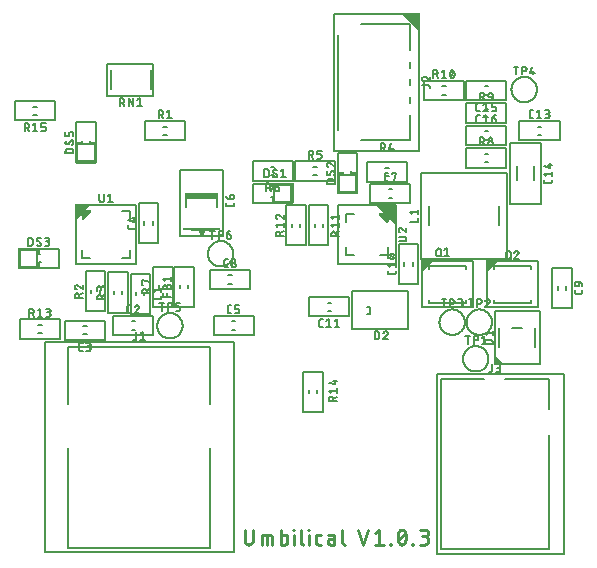
<source format=gbr>
G04 EAGLE Gerber RS-274X export*
G75*
%MOMM*%
%FSLAX34Y34*%
%LPD*%
%INSilkscreen Top*%
%IPPOS*%
%AMOC8*
5,1,8,0,0,1.08239X$1,22.5*%
G01*
%ADD10C,0.228600*%
%ADD11C,0.150000*%
%ADD12C,0.127000*%

G36*
X325847Y281014D02*
X325847Y281014D01*
X325896Y281015D01*
X325965Y281041D01*
X326036Y281058D01*
X326078Y281084D01*
X326124Y281101D01*
X326181Y281148D01*
X326244Y281186D01*
X326275Y281224D01*
X326313Y281256D01*
X326352Y281318D01*
X326399Y281375D01*
X326416Y281421D01*
X326442Y281463D01*
X326459Y281534D01*
X326485Y281603D01*
X326492Y281676D01*
X326498Y281700D01*
X326496Y281717D01*
X326499Y281750D01*
X326499Y297750D01*
X326495Y297774D01*
X326498Y297799D01*
X326476Y297894D01*
X326460Y297991D01*
X326448Y298012D01*
X326442Y298036D01*
X326391Y298120D01*
X326345Y298206D01*
X326327Y298223D01*
X326314Y298244D01*
X326238Y298306D01*
X326167Y298373D01*
X326144Y298383D01*
X326125Y298399D01*
X326034Y298433D01*
X325944Y298474D01*
X325920Y298476D01*
X325897Y298485D01*
X325750Y298499D01*
X309750Y298499D01*
X309677Y298487D01*
X309604Y298485D01*
X309558Y298468D01*
X309509Y298460D01*
X309444Y298425D01*
X309376Y298399D01*
X309338Y298368D01*
X309294Y298345D01*
X309244Y298291D01*
X309187Y298244D01*
X309161Y298202D01*
X309127Y298167D01*
X309097Y298100D01*
X309058Y298037D01*
X309047Y297989D01*
X309026Y297944D01*
X309019Y297871D01*
X309002Y297800D01*
X309007Y297751D01*
X309002Y297701D01*
X309019Y297630D01*
X309026Y297557D01*
X309046Y297512D01*
X309058Y297464D01*
X309096Y297401D01*
X309127Y297334D01*
X309173Y297278D01*
X309186Y297256D01*
X309199Y297246D01*
X309220Y297220D01*
X315191Y291249D01*
X311750Y291249D01*
X311677Y291237D01*
X311604Y291235D01*
X311558Y291218D01*
X311509Y291210D01*
X311444Y291175D01*
X311376Y291149D01*
X311338Y291118D01*
X311294Y291095D01*
X311244Y291041D01*
X311187Y290994D01*
X311161Y290952D01*
X311127Y290917D01*
X311097Y290850D01*
X311058Y290787D01*
X311047Y290739D01*
X311026Y290694D01*
X311019Y290621D01*
X311002Y290550D01*
X311007Y290501D01*
X311002Y290451D01*
X311019Y290380D01*
X311026Y290307D01*
X311046Y290262D01*
X311058Y290214D01*
X311096Y290151D01*
X311127Y290084D01*
X311173Y290028D01*
X311186Y290006D01*
X311191Y290002D01*
X311193Y290000D01*
X311202Y289992D01*
X311220Y289970D01*
X317970Y283220D01*
X318030Y283177D01*
X318084Y283127D01*
X318128Y283107D01*
X318169Y283078D01*
X318239Y283057D01*
X318306Y283026D01*
X318355Y283022D01*
X318402Y283007D01*
X318475Y283010D01*
X318549Y283002D01*
X318597Y283014D01*
X318646Y283015D01*
X318715Y283041D01*
X318786Y283058D01*
X318828Y283084D01*
X318874Y283101D01*
X318931Y283148D01*
X318994Y283186D01*
X319025Y283224D01*
X319063Y283256D01*
X319102Y283318D01*
X319149Y283375D01*
X319166Y283421D01*
X319192Y283463D01*
X319209Y283534D01*
X319235Y283603D01*
X319242Y283676D01*
X319248Y283700D01*
X319246Y283717D01*
X319249Y283750D01*
X319249Y287191D01*
X325220Y281220D01*
X325280Y281177D01*
X325334Y281127D01*
X325378Y281107D01*
X325419Y281078D01*
X325489Y281057D01*
X325556Y281026D01*
X325605Y281022D01*
X325652Y281007D01*
X325725Y281010D01*
X325799Y281002D01*
X325847Y281014D01*
G37*
G36*
X238024Y299005D02*
X238024Y299005D01*
X238049Y299002D01*
X238144Y299025D01*
X238241Y299040D01*
X238262Y299052D01*
X238286Y299058D01*
X238370Y299109D01*
X238456Y299155D01*
X238473Y299173D01*
X238494Y299186D01*
X238556Y299262D01*
X238623Y299334D01*
X238633Y299356D01*
X238649Y299375D01*
X238683Y299466D01*
X238724Y299556D01*
X238726Y299580D01*
X238735Y299603D01*
X238749Y299750D01*
X238749Y316250D01*
X238746Y316268D01*
X238748Y316282D01*
X238747Y316287D01*
X238748Y316299D01*
X238726Y316394D01*
X238710Y316491D01*
X238698Y316512D01*
X238692Y316536D01*
X238641Y316620D01*
X238595Y316706D01*
X238577Y316723D01*
X238564Y316744D01*
X238488Y316806D01*
X238417Y316873D01*
X238394Y316883D01*
X238375Y316899D01*
X238284Y316933D01*
X238194Y316974D01*
X238170Y316976D01*
X238147Y316985D01*
X238000Y316999D01*
X221000Y316999D01*
X220976Y316995D01*
X220951Y316998D01*
X220856Y316976D01*
X220759Y316960D01*
X220738Y316948D01*
X220714Y316942D01*
X220630Y316891D01*
X220544Y316845D01*
X220527Y316827D01*
X220506Y316814D01*
X220444Y316738D01*
X220377Y316667D01*
X220367Y316644D01*
X220352Y316625D01*
X220317Y316534D01*
X220276Y316444D01*
X220274Y316420D01*
X220265Y316397D01*
X220251Y316250D01*
X220251Y311500D01*
X220255Y311476D01*
X220252Y311451D01*
X220275Y311356D01*
X220290Y311259D01*
X220302Y311238D01*
X220308Y311214D01*
X220359Y311130D01*
X220405Y311044D01*
X220423Y311027D01*
X220436Y311006D01*
X220512Y310944D01*
X220584Y310877D01*
X220606Y310867D01*
X220625Y310852D01*
X220716Y310817D01*
X220806Y310776D01*
X220830Y310774D01*
X220853Y310765D01*
X221000Y310751D01*
X222500Y310751D01*
X222524Y310755D01*
X222549Y310752D01*
X222644Y310775D01*
X222741Y310790D01*
X222762Y310802D01*
X222786Y310808D01*
X222870Y310859D01*
X222956Y310905D01*
X222973Y310923D01*
X222994Y310936D01*
X223056Y311012D01*
X223123Y311084D01*
X223133Y311106D01*
X223149Y311125D01*
X223183Y311216D01*
X223224Y311306D01*
X223226Y311330D01*
X223235Y311353D01*
X223249Y311500D01*
X223249Y314501D01*
X236001Y314501D01*
X236001Y301499D01*
X223249Y301499D01*
X223249Y304500D01*
X223245Y304524D01*
X223248Y304549D01*
X223226Y304644D01*
X223210Y304741D01*
X223198Y304762D01*
X223192Y304786D01*
X223141Y304870D01*
X223095Y304956D01*
X223077Y304973D01*
X223064Y304994D01*
X222988Y305056D01*
X222917Y305123D01*
X222894Y305133D01*
X222875Y305149D01*
X222784Y305183D01*
X222694Y305224D01*
X222670Y305226D01*
X222647Y305235D01*
X222500Y305249D01*
X221000Y305249D01*
X220976Y305245D01*
X220951Y305248D01*
X220856Y305226D01*
X220759Y305210D01*
X220738Y305198D01*
X220714Y305192D01*
X220630Y305141D01*
X220544Y305095D01*
X220527Y305077D01*
X220506Y305064D01*
X220444Y304988D01*
X220377Y304917D01*
X220367Y304894D01*
X220352Y304875D01*
X220317Y304784D01*
X220276Y304694D01*
X220274Y304670D01*
X220265Y304647D01*
X220251Y304500D01*
X220251Y299750D01*
X220255Y299726D01*
X220252Y299701D01*
X220275Y299606D01*
X220290Y299509D01*
X220302Y299488D01*
X220308Y299464D01*
X220359Y299380D01*
X220405Y299294D01*
X220423Y299277D01*
X220436Y299256D01*
X220512Y299194D01*
X220584Y299127D01*
X220606Y299117D01*
X220625Y299102D01*
X220716Y299067D01*
X220806Y299026D01*
X220830Y299024D01*
X220853Y299015D01*
X221000Y299001D01*
X238000Y299001D01*
X238024Y299005D01*
G37*
G36*
X23024Y244005D02*
X23024Y244005D01*
X23049Y244002D01*
X23144Y244025D01*
X23241Y244040D01*
X23262Y244052D01*
X23286Y244058D01*
X23370Y244109D01*
X23456Y244155D01*
X23473Y244173D01*
X23494Y244186D01*
X23556Y244262D01*
X23623Y244334D01*
X23633Y244356D01*
X23649Y244375D01*
X23683Y244466D01*
X23724Y244556D01*
X23726Y244580D01*
X23735Y244603D01*
X23749Y244750D01*
X23749Y249500D01*
X23745Y249524D01*
X23748Y249549D01*
X23726Y249644D01*
X23710Y249741D01*
X23698Y249762D01*
X23692Y249786D01*
X23641Y249870D01*
X23595Y249956D01*
X23577Y249973D01*
X23564Y249994D01*
X23488Y250056D01*
X23417Y250123D01*
X23394Y250133D01*
X23375Y250149D01*
X23284Y250183D01*
X23194Y250224D01*
X23170Y250226D01*
X23147Y250235D01*
X23000Y250249D01*
X21500Y250249D01*
X21476Y250245D01*
X21451Y250248D01*
X21356Y250226D01*
X21259Y250210D01*
X21238Y250198D01*
X21214Y250192D01*
X21130Y250141D01*
X21044Y250095D01*
X21027Y250077D01*
X21006Y250064D01*
X20944Y249988D01*
X20877Y249917D01*
X20867Y249894D01*
X20852Y249875D01*
X20817Y249784D01*
X20776Y249694D01*
X20774Y249670D01*
X20765Y249647D01*
X20751Y249500D01*
X20751Y246499D01*
X7999Y246499D01*
X7999Y259501D01*
X20751Y259501D01*
X20751Y256500D01*
X20755Y256476D01*
X20752Y256451D01*
X20775Y256356D01*
X20790Y256259D01*
X20802Y256238D01*
X20808Y256214D01*
X20859Y256130D01*
X20905Y256044D01*
X20923Y256027D01*
X20936Y256006D01*
X21012Y255944D01*
X21084Y255877D01*
X21106Y255867D01*
X21125Y255852D01*
X21216Y255817D01*
X21306Y255776D01*
X21330Y255774D01*
X21353Y255765D01*
X21500Y255751D01*
X23000Y255751D01*
X23024Y255755D01*
X23049Y255752D01*
X23144Y255775D01*
X23241Y255790D01*
X23262Y255802D01*
X23286Y255808D01*
X23370Y255859D01*
X23456Y255905D01*
X23473Y255923D01*
X23494Y255936D01*
X23556Y256012D01*
X23623Y256084D01*
X23633Y256106D01*
X23649Y256125D01*
X23683Y256216D01*
X23724Y256306D01*
X23726Y256330D01*
X23735Y256353D01*
X23749Y256500D01*
X23749Y261250D01*
X23746Y261268D01*
X23748Y261282D01*
X23747Y261287D01*
X23748Y261299D01*
X23726Y261394D01*
X23710Y261491D01*
X23698Y261512D01*
X23692Y261536D01*
X23641Y261620D01*
X23595Y261706D01*
X23577Y261723D01*
X23564Y261744D01*
X23488Y261806D01*
X23417Y261873D01*
X23394Y261883D01*
X23375Y261899D01*
X23284Y261933D01*
X23194Y261974D01*
X23170Y261976D01*
X23147Y261985D01*
X23000Y261999D01*
X6000Y261999D01*
X5976Y261995D01*
X5951Y261998D01*
X5856Y261976D01*
X5759Y261960D01*
X5738Y261948D01*
X5714Y261942D01*
X5630Y261891D01*
X5544Y261845D01*
X5527Y261827D01*
X5506Y261814D01*
X5444Y261738D01*
X5377Y261667D01*
X5367Y261644D01*
X5352Y261625D01*
X5317Y261534D01*
X5276Y261444D01*
X5274Y261420D01*
X5265Y261397D01*
X5251Y261250D01*
X5251Y244750D01*
X5255Y244726D01*
X5252Y244701D01*
X5275Y244606D01*
X5290Y244509D01*
X5302Y244488D01*
X5308Y244464D01*
X5359Y244380D01*
X5405Y244294D01*
X5423Y244277D01*
X5436Y244256D01*
X5512Y244194D01*
X5584Y244127D01*
X5606Y244117D01*
X5625Y244102D01*
X5716Y244067D01*
X5806Y244026D01*
X5830Y244024D01*
X5853Y244015D01*
X6000Y244001D01*
X23000Y244001D01*
X23024Y244005D01*
G37*
G36*
X71274Y333255D02*
X71274Y333255D01*
X71299Y333252D01*
X71394Y333275D01*
X71491Y333290D01*
X71512Y333302D01*
X71536Y333308D01*
X71620Y333359D01*
X71706Y333405D01*
X71723Y333423D01*
X71744Y333436D01*
X71806Y333512D01*
X71873Y333584D01*
X71883Y333606D01*
X71899Y333625D01*
X71933Y333716D01*
X71974Y333806D01*
X71976Y333830D01*
X71985Y333853D01*
X71999Y334000D01*
X71999Y351000D01*
X71995Y351024D01*
X71998Y351049D01*
X71976Y351144D01*
X71960Y351241D01*
X71948Y351262D01*
X71942Y351286D01*
X71891Y351370D01*
X71845Y351456D01*
X71827Y351473D01*
X71814Y351494D01*
X71738Y351556D01*
X71667Y351623D01*
X71644Y351633D01*
X71625Y351649D01*
X71534Y351683D01*
X71444Y351724D01*
X71420Y351726D01*
X71397Y351735D01*
X71250Y351749D01*
X66500Y351749D01*
X66476Y351745D01*
X66451Y351748D01*
X66356Y351726D01*
X66259Y351710D01*
X66238Y351698D01*
X66214Y351692D01*
X66130Y351641D01*
X66044Y351595D01*
X66027Y351577D01*
X66006Y351564D01*
X65944Y351488D01*
X65877Y351417D01*
X65867Y351394D01*
X65852Y351375D01*
X65817Y351284D01*
X65776Y351194D01*
X65774Y351170D01*
X65765Y351147D01*
X65751Y351000D01*
X65751Y349500D01*
X65755Y349476D01*
X65752Y349451D01*
X65775Y349356D01*
X65790Y349259D01*
X65802Y349238D01*
X65808Y349214D01*
X65859Y349130D01*
X65905Y349044D01*
X65923Y349027D01*
X65936Y349006D01*
X66012Y348944D01*
X66084Y348877D01*
X66106Y348867D01*
X66125Y348852D01*
X66216Y348817D01*
X66306Y348776D01*
X66330Y348774D01*
X66353Y348765D01*
X66500Y348751D01*
X69501Y348751D01*
X69501Y335999D01*
X56499Y335999D01*
X56499Y348751D01*
X59500Y348751D01*
X59524Y348755D01*
X59549Y348752D01*
X59644Y348775D01*
X59741Y348790D01*
X59762Y348802D01*
X59786Y348808D01*
X59870Y348859D01*
X59956Y348905D01*
X59973Y348923D01*
X59994Y348936D01*
X60056Y349012D01*
X60123Y349084D01*
X60133Y349106D01*
X60149Y349125D01*
X60183Y349216D01*
X60224Y349306D01*
X60226Y349330D01*
X60235Y349353D01*
X60249Y349500D01*
X60249Y351000D01*
X60245Y351024D01*
X60248Y351049D01*
X60226Y351144D01*
X60210Y351241D01*
X60198Y351262D01*
X60192Y351286D01*
X60141Y351370D01*
X60095Y351456D01*
X60077Y351473D01*
X60064Y351494D01*
X59988Y351556D01*
X59917Y351623D01*
X59894Y351633D01*
X59875Y351649D01*
X59784Y351683D01*
X59694Y351724D01*
X59670Y351726D01*
X59647Y351735D01*
X59500Y351749D01*
X54750Y351749D01*
X54726Y351745D01*
X54701Y351748D01*
X54606Y351726D01*
X54509Y351710D01*
X54488Y351698D01*
X54464Y351692D01*
X54380Y351641D01*
X54294Y351595D01*
X54277Y351577D01*
X54256Y351564D01*
X54194Y351488D01*
X54127Y351417D01*
X54117Y351394D01*
X54102Y351375D01*
X54067Y351284D01*
X54026Y351194D01*
X54024Y351170D01*
X54015Y351147D01*
X54001Y351000D01*
X54001Y334000D01*
X54005Y333976D01*
X54002Y333951D01*
X54025Y333856D01*
X54040Y333759D01*
X54052Y333738D01*
X54058Y333714D01*
X54109Y333630D01*
X54155Y333544D01*
X54173Y333527D01*
X54186Y333506D01*
X54262Y333444D01*
X54334Y333377D01*
X54356Y333367D01*
X54375Y333352D01*
X54466Y333317D01*
X54556Y333276D01*
X54580Y333274D01*
X54603Y333265D01*
X54750Y333251D01*
X71250Y333251D01*
X71274Y333255D01*
G37*
G36*
X292574Y307255D02*
X292574Y307255D01*
X292599Y307252D01*
X292694Y307275D01*
X292791Y307290D01*
X292812Y307302D01*
X292836Y307308D01*
X292920Y307359D01*
X293006Y307405D01*
X293023Y307423D01*
X293044Y307436D01*
X293106Y307512D01*
X293173Y307584D01*
X293183Y307606D01*
X293199Y307625D01*
X293233Y307716D01*
X293274Y307806D01*
X293276Y307830D01*
X293285Y307853D01*
X293299Y308000D01*
X293299Y325000D01*
X293295Y325024D01*
X293298Y325049D01*
X293276Y325144D01*
X293260Y325241D01*
X293248Y325262D01*
X293242Y325286D01*
X293191Y325370D01*
X293145Y325456D01*
X293127Y325473D01*
X293114Y325494D01*
X293038Y325556D01*
X292967Y325623D01*
X292944Y325633D01*
X292925Y325649D01*
X292834Y325683D01*
X292744Y325724D01*
X292720Y325726D01*
X292697Y325735D01*
X292550Y325749D01*
X287800Y325749D01*
X287776Y325745D01*
X287751Y325748D01*
X287656Y325726D01*
X287559Y325710D01*
X287538Y325698D01*
X287514Y325692D01*
X287430Y325641D01*
X287344Y325595D01*
X287327Y325577D01*
X287306Y325564D01*
X287244Y325488D01*
X287177Y325417D01*
X287167Y325394D01*
X287152Y325375D01*
X287117Y325284D01*
X287076Y325194D01*
X287074Y325170D01*
X287065Y325147D01*
X287051Y325000D01*
X287051Y323500D01*
X287055Y323476D01*
X287052Y323451D01*
X287075Y323356D01*
X287090Y323259D01*
X287102Y323238D01*
X287108Y323214D01*
X287159Y323130D01*
X287205Y323044D01*
X287223Y323027D01*
X287236Y323006D01*
X287312Y322944D01*
X287384Y322877D01*
X287406Y322867D01*
X287425Y322852D01*
X287516Y322817D01*
X287606Y322776D01*
X287630Y322774D01*
X287653Y322765D01*
X287800Y322751D01*
X290801Y322751D01*
X290801Y309999D01*
X277799Y309999D01*
X277799Y322751D01*
X280800Y322751D01*
X280824Y322755D01*
X280849Y322752D01*
X280944Y322775D01*
X281041Y322790D01*
X281062Y322802D01*
X281086Y322808D01*
X281170Y322859D01*
X281256Y322905D01*
X281273Y322923D01*
X281294Y322936D01*
X281356Y323012D01*
X281423Y323084D01*
X281433Y323106D01*
X281449Y323125D01*
X281483Y323216D01*
X281524Y323306D01*
X281526Y323330D01*
X281535Y323353D01*
X281549Y323500D01*
X281549Y325000D01*
X281545Y325024D01*
X281548Y325049D01*
X281526Y325144D01*
X281510Y325241D01*
X281498Y325262D01*
X281492Y325286D01*
X281441Y325370D01*
X281395Y325456D01*
X281377Y325473D01*
X281364Y325494D01*
X281288Y325556D01*
X281217Y325623D01*
X281194Y325633D01*
X281175Y325649D01*
X281084Y325683D01*
X280994Y325724D01*
X280970Y325726D01*
X280947Y325735D01*
X280800Y325749D01*
X276050Y325749D01*
X276026Y325745D01*
X276001Y325748D01*
X275906Y325726D01*
X275809Y325710D01*
X275788Y325698D01*
X275764Y325692D01*
X275680Y325641D01*
X275594Y325595D01*
X275577Y325577D01*
X275556Y325564D01*
X275494Y325488D01*
X275427Y325417D01*
X275417Y325394D01*
X275402Y325375D01*
X275367Y325284D01*
X275326Y325194D01*
X275324Y325170D01*
X275315Y325147D01*
X275301Y325000D01*
X275301Y308000D01*
X275305Y307976D01*
X275302Y307951D01*
X275325Y307856D01*
X275340Y307759D01*
X275352Y307738D01*
X275358Y307714D01*
X275409Y307630D01*
X275455Y307544D01*
X275473Y307527D01*
X275486Y307506D01*
X275562Y307444D01*
X275634Y307377D01*
X275656Y307367D01*
X275675Y307352D01*
X275766Y307317D01*
X275856Y307276D01*
X275880Y307274D01*
X275903Y307265D01*
X276050Y307251D01*
X292550Y307251D01*
X292574Y307255D01*
G37*
G36*
X174274Y303255D02*
X174274Y303255D01*
X174299Y303252D01*
X174394Y303275D01*
X174491Y303290D01*
X174512Y303302D01*
X174536Y303308D01*
X174620Y303359D01*
X174706Y303405D01*
X174723Y303423D01*
X174744Y303436D01*
X174806Y303512D01*
X174873Y303584D01*
X174883Y303606D01*
X174899Y303625D01*
X174933Y303716D01*
X174974Y303806D01*
X174976Y303830D01*
X174985Y303853D01*
X174999Y304000D01*
X174999Y307750D01*
X174996Y307773D01*
X174998Y307795D01*
X174997Y307796D01*
X174998Y307799D01*
X174976Y307894D01*
X174960Y307991D01*
X174948Y308012D01*
X174942Y308036D01*
X174891Y308120D01*
X174845Y308206D01*
X174827Y308223D01*
X174814Y308244D01*
X174738Y308306D01*
X174667Y308373D01*
X174644Y308383D01*
X174625Y308399D01*
X174534Y308433D01*
X174444Y308474D01*
X174420Y308476D01*
X174397Y308485D01*
X174250Y308499D01*
X147750Y308499D01*
X147726Y308495D01*
X147701Y308498D01*
X147606Y308476D01*
X147509Y308460D01*
X147488Y308448D01*
X147464Y308442D01*
X147380Y308391D01*
X147294Y308345D01*
X147277Y308327D01*
X147256Y308314D01*
X147194Y308238D01*
X147127Y308167D01*
X147117Y308144D01*
X147102Y308125D01*
X147067Y308034D01*
X147026Y307944D01*
X147024Y307920D01*
X147015Y307897D01*
X147001Y307750D01*
X147001Y304000D01*
X147005Y303976D01*
X147002Y303951D01*
X147025Y303856D01*
X147040Y303759D01*
X147052Y303738D01*
X147058Y303714D01*
X147109Y303630D01*
X147155Y303544D01*
X147173Y303527D01*
X147186Y303506D01*
X147262Y303444D01*
X147334Y303377D01*
X147356Y303367D01*
X147375Y303352D01*
X147466Y303317D01*
X147556Y303276D01*
X147580Y303274D01*
X147603Y303265D01*
X147750Y303251D01*
X174250Y303251D01*
X174274Y303255D01*
G37*
G36*
X345347Y445264D02*
X345347Y445264D01*
X345396Y445265D01*
X345465Y445291D01*
X345536Y445308D01*
X345578Y445334D01*
X345624Y445351D01*
X345681Y445398D01*
X345744Y445436D01*
X345775Y445474D01*
X345813Y445506D01*
X345852Y445568D01*
X345899Y445625D01*
X345916Y445671D01*
X345942Y445713D01*
X345959Y445784D01*
X345985Y445853D01*
X345992Y445926D01*
X345998Y445950D01*
X345996Y445967D01*
X345999Y446000D01*
X345999Y460000D01*
X345995Y460024D01*
X345998Y460049D01*
X345976Y460144D01*
X345960Y460241D01*
X345948Y460262D01*
X345942Y460286D01*
X345891Y460370D01*
X345845Y460456D01*
X345827Y460473D01*
X345814Y460494D01*
X345738Y460556D01*
X345667Y460623D01*
X345644Y460633D01*
X345625Y460649D01*
X345534Y460683D01*
X345444Y460724D01*
X345420Y460726D01*
X345397Y460735D01*
X345250Y460749D01*
X331250Y460749D01*
X331177Y460737D01*
X331104Y460735D01*
X331058Y460718D01*
X331009Y460710D01*
X330944Y460675D01*
X330876Y460649D01*
X330838Y460618D01*
X330794Y460595D01*
X330744Y460541D01*
X330687Y460494D01*
X330661Y460452D01*
X330627Y460417D01*
X330597Y460350D01*
X330558Y460287D01*
X330547Y460239D01*
X330526Y460194D01*
X330519Y460121D01*
X330502Y460050D01*
X330507Y460001D01*
X330502Y459951D01*
X330519Y459880D01*
X330526Y459807D01*
X330546Y459762D01*
X330558Y459714D01*
X330596Y459651D01*
X330627Y459584D01*
X330673Y459528D01*
X330686Y459506D01*
X330699Y459496D01*
X330720Y459470D01*
X344720Y445470D01*
X344780Y445427D01*
X344834Y445377D01*
X344878Y445357D01*
X344919Y445328D01*
X344989Y445307D01*
X345056Y445276D01*
X345105Y445272D01*
X345152Y445257D01*
X345225Y445260D01*
X345299Y445252D01*
X345347Y445264D01*
G37*
G36*
X60120Y285519D02*
X60120Y285519D01*
X60193Y285526D01*
X60238Y285546D01*
X60286Y285558D01*
X60349Y285596D01*
X60416Y285627D01*
X60472Y285673D01*
X60494Y285686D01*
X60504Y285699D01*
X60530Y285720D01*
X67280Y292470D01*
X67323Y292530D01*
X67373Y292584D01*
X67393Y292628D01*
X67422Y292669D01*
X67443Y292739D01*
X67474Y292806D01*
X67479Y292855D01*
X67493Y292902D01*
X67490Y292975D01*
X67498Y293049D01*
X67487Y293097D01*
X67485Y293146D01*
X67459Y293215D01*
X67442Y293286D01*
X67416Y293328D01*
X67399Y293374D01*
X67353Y293431D01*
X67314Y293494D01*
X67276Y293525D01*
X67244Y293563D01*
X67182Y293602D01*
X67125Y293649D01*
X67079Y293666D01*
X67037Y293692D01*
X66966Y293709D01*
X66897Y293735D01*
X66824Y293742D01*
X66800Y293748D01*
X66783Y293746D01*
X66750Y293749D01*
X62809Y293749D01*
X66780Y297720D01*
X66823Y297780D01*
X66873Y297834D01*
X66893Y297878D01*
X66922Y297919D01*
X66943Y297989D01*
X66974Y298056D01*
X66979Y298105D01*
X66993Y298152D01*
X66990Y298225D01*
X66998Y298299D01*
X66987Y298347D01*
X66985Y298396D01*
X66959Y298465D01*
X66942Y298536D01*
X66916Y298578D01*
X66899Y298624D01*
X66853Y298681D01*
X66814Y298744D01*
X66776Y298775D01*
X66744Y298813D01*
X66682Y298852D01*
X66625Y298899D01*
X66579Y298916D01*
X66537Y298942D01*
X66466Y298959D01*
X66397Y298985D01*
X66324Y298992D01*
X66300Y298998D01*
X66283Y298996D01*
X66250Y298999D01*
X54750Y298999D01*
X54726Y298995D01*
X54701Y298998D01*
X54606Y298976D01*
X54509Y298960D01*
X54488Y298948D01*
X54464Y298942D01*
X54380Y298891D01*
X54294Y298845D01*
X54277Y298827D01*
X54256Y298814D01*
X54194Y298738D01*
X54127Y298667D01*
X54117Y298644D01*
X54102Y298625D01*
X54067Y298534D01*
X54026Y298444D01*
X54024Y298420D01*
X54015Y298397D01*
X54001Y298250D01*
X54001Y286750D01*
X54013Y286677D01*
X54015Y286604D01*
X54032Y286558D01*
X54040Y286509D01*
X54075Y286444D01*
X54101Y286376D01*
X54132Y286338D01*
X54155Y286294D01*
X54209Y286244D01*
X54256Y286187D01*
X54298Y286161D01*
X54334Y286127D01*
X54400Y286097D01*
X54463Y286058D01*
X54511Y286047D01*
X54556Y286026D01*
X54629Y286019D01*
X54700Y286002D01*
X54749Y286007D01*
X54799Y286002D01*
X54870Y286019D01*
X54943Y286026D01*
X54988Y286046D01*
X55036Y286058D01*
X55099Y286096D01*
X55166Y286127D01*
X55222Y286173D01*
X55244Y286186D01*
X55254Y286199D01*
X55280Y286220D01*
X59251Y290191D01*
X59251Y286250D01*
X59263Y286177D01*
X59265Y286104D01*
X59282Y286058D01*
X59290Y286009D01*
X59325Y285944D01*
X59351Y285876D01*
X59382Y285838D01*
X59405Y285794D01*
X59459Y285744D01*
X59506Y285687D01*
X59548Y285661D01*
X59584Y285627D01*
X59650Y285597D01*
X59713Y285558D01*
X59761Y285547D01*
X59806Y285526D01*
X59879Y285519D01*
X59950Y285502D01*
X59999Y285507D01*
X60049Y285502D01*
X60120Y285519D01*
G37*
G36*
X162055Y272260D02*
X162055Y272260D01*
X162110Y272259D01*
X162174Y272279D01*
X162241Y272290D01*
X162290Y272317D01*
X162342Y272333D01*
X162396Y272374D01*
X162456Y272405D01*
X162494Y272446D01*
X162538Y272479D01*
X162577Y272534D01*
X162623Y272584D01*
X162646Y272634D01*
X162677Y272679D01*
X162718Y272793D01*
X162724Y272806D01*
X162724Y272811D01*
X162727Y272818D01*
X163593Y276284D01*
X176043Y277002D01*
X176141Y277024D01*
X176241Y277040D01*
X176260Y277051D01*
X176281Y277056D01*
X176367Y277108D01*
X176456Y277155D01*
X176471Y277171D01*
X176489Y277183D01*
X176554Y277260D01*
X176623Y277334D01*
X176632Y277353D01*
X176646Y277370D01*
X176682Y277464D01*
X176724Y277556D01*
X176726Y277577D01*
X176734Y277598D01*
X176738Y277698D01*
X176748Y277799D01*
X176743Y277820D01*
X176744Y277842D01*
X176715Y277938D01*
X176692Y278036D01*
X176681Y278055D01*
X176675Y278076D01*
X176617Y278158D01*
X176564Y278244D01*
X176547Y278257D01*
X176534Y278275D01*
X176453Y278335D01*
X176375Y278399D01*
X176355Y278406D01*
X176337Y278419D01*
X176241Y278449D01*
X176147Y278485D01*
X176119Y278488D01*
X176104Y278492D01*
X176052Y278494D01*
X176000Y278499D01*
X146000Y278499D01*
X145901Y278483D01*
X145801Y278472D01*
X145781Y278463D01*
X145759Y278460D01*
X145670Y278412D01*
X145579Y278370D01*
X145563Y278355D01*
X145544Y278345D01*
X145475Y278271D01*
X145402Y278202D01*
X145392Y278182D01*
X145377Y278167D01*
X145336Y278075D01*
X145289Y277986D01*
X145285Y277964D01*
X145276Y277944D01*
X145266Y277844D01*
X145251Y277745D01*
X145254Y277723D01*
X145252Y277701D01*
X145275Y277603D01*
X145292Y277504D01*
X145303Y277485D01*
X145308Y277464D01*
X145361Y277378D01*
X145409Y277290D01*
X145425Y277275D01*
X145436Y277256D01*
X145514Y277193D01*
X145588Y277124D01*
X145608Y277115D01*
X145625Y277102D01*
X145719Y277066D01*
X145811Y277025D01*
X145839Y277021D01*
X145853Y277015D01*
X145905Y277010D01*
X145957Y277002D01*
X158407Y276284D01*
X159273Y272818D01*
X159295Y272768D01*
X159308Y272714D01*
X159343Y272656D01*
X159370Y272594D01*
X159407Y272553D01*
X159436Y272506D01*
X159488Y272464D01*
X159534Y272413D01*
X159582Y272387D01*
X159625Y272352D01*
X159688Y272328D01*
X159747Y272295D01*
X159801Y272285D01*
X159853Y272265D01*
X159973Y272253D01*
X159987Y272251D01*
X159992Y272252D01*
X160000Y272251D01*
X162000Y272251D01*
X162055Y272260D01*
G37*
G36*
X402370Y241519D02*
X402370Y241519D01*
X402443Y241526D01*
X402488Y241546D01*
X402536Y241558D01*
X402599Y241596D01*
X402666Y241627D01*
X402722Y241673D01*
X402744Y241686D01*
X402754Y241699D01*
X402780Y241720D01*
X411030Y249970D01*
X411073Y250030D01*
X411123Y250084D01*
X411143Y250128D01*
X411172Y250169D01*
X411193Y250239D01*
X411224Y250306D01*
X411229Y250355D01*
X411243Y250402D01*
X411240Y250475D01*
X411248Y250549D01*
X411237Y250597D01*
X411235Y250646D01*
X411209Y250715D01*
X411192Y250786D01*
X411166Y250828D01*
X411149Y250874D01*
X411103Y250931D01*
X411064Y250994D01*
X411026Y251025D01*
X410994Y251063D01*
X410932Y251102D01*
X410875Y251149D01*
X410829Y251166D01*
X410787Y251192D01*
X410716Y251209D01*
X410647Y251235D01*
X410574Y251242D01*
X410550Y251248D01*
X410533Y251246D01*
X410500Y251249D01*
X402250Y251249D01*
X402226Y251245D01*
X402201Y251248D01*
X402106Y251226D01*
X402009Y251210D01*
X401988Y251198D01*
X401964Y251192D01*
X401880Y251141D01*
X401794Y251095D01*
X401777Y251077D01*
X401756Y251064D01*
X401694Y250988D01*
X401627Y250917D01*
X401617Y250894D01*
X401602Y250875D01*
X401567Y250784D01*
X401526Y250694D01*
X401524Y250670D01*
X401515Y250647D01*
X401501Y250500D01*
X401501Y242250D01*
X401513Y242177D01*
X401515Y242104D01*
X401532Y242058D01*
X401540Y242009D01*
X401575Y241944D01*
X401601Y241876D01*
X401632Y241838D01*
X401655Y241794D01*
X401709Y241744D01*
X401756Y241687D01*
X401798Y241661D01*
X401834Y241627D01*
X401900Y241597D01*
X401963Y241558D01*
X402011Y241547D01*
X402056Y241526D01*
X402129Y241519D01*
X402200Y241502D01*
X402249Y241507D01*
X402299Y241502D01*
X402370Y241519D01*
G37*
G36*
X347370Y241519D02*
X347370Y241519D01*
X347443Y241526D01*
X347488Y241546D01*
X347536Y241558D01*
X347599Y241596D01*
X347666Y241627D01*
X347722Y241673D01*
X347744Y241686D01*
X347754Y241699D01*
X347780Y241720D01*
X356030Y249970D01*
X356073Y250030D01*
X356123Y250084D01*
X356143Y250128D01*
X356172Y250169D01*
X356193Y250239D01*
X356224Y250306D01*
X356229Y250355D01*
X356243Y250402D01*
X356240Y250475D01*
X356248Y250549D01*
X356237Y250597D01*
X356235Y250646D01*
X356209Y250715D01*
X356192Y250786D01*
X356166Y250828D01*
X356149Y250874D01*
X356103Y250931D01*
X356064Y250994D01*
X356026Y251025D01*
X355994Y251063D01*
X355932Y251102D01*
X355875Y251149D01*
X355829Y251166D01*
X355787Y251192D01*
X355716Y251209D01*
X355647Y251235D01*
X355574Y251242D01*
X355550Y251248D01*
X355533Y251246D01*
X355500Y251249D01*
X347250Y251249D01*
X347226Y251245D01*
X347201Y251248D01*
X347106Y251226D01*
X347009Y251210D01*
X346988Y251198D01*
X346964Y251192D01*
X346880Y251141D01*
X346794Y251095D01*
X346777Y251077D01*
X346756Y251064D01*
X346694Y250988D01*
X346627Y250917D01*
X346617Y250894D01*
X346602Y250875D01*
X346567Y250784D01*
X346526Y250694D01*
X346524Y250670D01*
X346515Y250647D01*
X346501Y250500D01*
X346501Y242250D01*
X346513Y242177D01*
X346515Y242104D01*
X346532Y242058D01*
X346540Y242009D01*
X346575Y241944D01*
X346601Y241876D01*
X346632Y241838D01*
X346655Y241794D01*
X346709Y241744D01*
X346756Y241687D01*
X346798Y241661D01*
X346834Y241627D01*
X346900Y241597D01*
X346963Y241558D01*
X347011Y241547D01*
X347056Y241526D01*
X347129Y241519D01*
X347200Y241502D01*
X347249Y241507D01*
X347299Y241502D01*
X347370Y241519D01*
G37*
G36*
X415573Y162763D02*
X415573Y162763D01*
X415646Y162765D01*
X415692Y162782D01*
X415741Y162790D01*
X415806Y162825D01*
X415874Y162851D01*
X415913Y162882D01*
X415956Y162905D01*
X416006Y162959D01*
X416063Y163006D01*
X416089Y163048D01*
X416123Y163084D01*
X416153Y163150D01*
X416192Y163213D01*
X416203Y163261D01*
X416224Y163306D01*
X416231Y163379D01*
X416248Y163450D01*
X416243Y163499D01*
X416248Y163549D01*
X416231Y163620D01*
X416224Y163693D01*
X416204Y163738D01*
X416192Y163786D01*
X416154Y163849D01*
X416123Y163916D01*
X416077Y163972D01*
X416064Y163994D01*
X416051Y164004D01*
X416030Y164030D01*
X409530Y170530D01*
X409470Y170573D01*
X409417Y170623D01*
X409372Y170643D01*
X409331Y170672D01*
X409261Y170693D01*
X409194Y170724D01*
X409145Y170729D01*
X409098Y170743D01*
X409025Y170740D01*
X408951Y170748D01*
X408903Y170737D01*
X408854Y170735D01*
X408785Y170709D01*
X408714Y170692D01*
X408672Y170666D01*
X408626Y170649D01*
X408569Y170603D01*
X408506Y170564D01*
X408475Y170526D01*
X408437Y170494D01*
X408398Y170432D01*
X408352Y170375D01*
X408334Y170329D01*
X408308Y170287D01*
X408291Y170216D01*
X408265Y170147D01*
X408258Y170074D01*
X408252Y170050D01*
X408254Y170033D01*
X408251Y170000D01*
X408251Y163500D01*
X408255Y163476D01*
X408252Y163451D01*
X408275Y163356D01*
X408290Y163259D01*
X408302Y163238D01*
X408308Y163214D01*
X408359Y163130D01*
X408405Y163044D01*
X408423Y163027D01*
X408436Y163006D01*
X408512Y162944D01*
X408584Y162877D01*
X408606Y162867D01*
X408625Y162852D01*
X408716Y162817D01*
X408806Y162776D01*
X408830Y162774D01*
X408853Y162765D01*
X409000Y162751D01*
X415500Y162751D01*
X415573Y162763D01*
G37*
D10*
X197218Y23357D02*
X197218Y14175D01*
X197220Y14057D01*
X197226Y13939D01*
X197236Y13821D01*
X197250Y13704D01*
X197267Y13588D01*
X197289Y13471D01*
X197314Y13356D01*
X197343Y13242D01*
X197377Y13129D01*
X197413Y13016D01*
X197454Y12906D01*
X197498Y12796D01*
X197546Y12688D01*
X197598Y12582D01*
X197653Y12478D01*
X197711Y12375D01*
X197773Y12274D01*
X197838Y12176D01*
X197906Y12080D01*
X197978Y11986D01*
X198053Y11895D01*
X198130Y11806D01*
X198211Y11720D01*
X198295Y11636D01*
X198381Y11555D01*
X198470Y11478D01*
X198561Y11403D01*
X198655Y11331D01*
X198751Y11263D01*
X198849Y11198D01*
X198950Y11136D01*
X199053Y11078D01*
X199157Y11023D01*
X199263Y10971D01*
X199371Y10923D01*
X199481Y10879D01*
X199591Y10838D01*
X199704Y10802D01*
X199817Y10768D01*
X199931Y10739D01*
X200046Y10714D01*
X200163Y10692D01*
X200279Y10675D01*
X200396Y10661D01*
X200514Y10651D01*
X200632Y10645D01*
X200750Y10643D01*
X200868Y10645D01*
X200986Y10651D01*
X201104Y10661D01*
X201221Y10675D01*
X201337Y10692D01*
X201454Y10714D01*
X201569Y10739D01*
X201683Y10768D01*
X201796Y10802D01*
X201909Y10838D01*
X202019Y10879D01*
X202129Y10923D01*
X202237Y10971D01*
X202343Y11023D01*
X202447Y11078D01*
X202550Y11136D01*
X202651Y11198D01*
X202749Y11263D01*
X202845Y11331D01*
X202939Y11403D01*
X203030Y11478D01*
X203119Y11555D01*
X203205Y11636D01*
X203289Y11720D01*
X203370Y11806D01*
X203447Y11895D01*
X203522Y11986D01*
X203594Y12080D01*
X203662Y12176D01*
X203727Y12274D01*
X203789Y12375D01*
X203847Y12478D01*
X203902Y12582D01*
X203954Y12688D01*
X204002Y12796D01*
X204046Y12906D01*
X204087Y13016D01*
X204123Y13129D01*
X204157Y13242D01*
X204186Y13356D01*
X204211Y13471D01*
X204233Y13588D01*
X204250Y13704D01*
X204264Y13821D01*
X204274Y13939D01*
X204280Y14057D01*
X204282Y14175D01*
X204282Y23357D01*
X211812Y19119D02*
X211812Y10643D01*
X211812Y19119D02*
X218169Y19119D01*
X218259Y19117D01*
X218349Y19111D01*
X218438Y19102D01*
X218527Y19089D01*
X218615Y19071D01*
X218703Y19051D01*
X218789Y19026D01*
X218875Y18998D01*
X218959Y18966D01*
X219042Y18931D01*
X219123Y18892D01*
X219202Y18850D01*
X219280Y18804D01*
X219356Y18756D01*
X219429Y18704D01*
X219500Y18649D01*
X219569Y18591D01*
X219635Y18530D01*
X219699Y18466D01*
X219760Y18400D01*
X219818Y18331D01*
X219873Y18260D01*
X219925Y18187D01*
X219973Y18111D01*
X220019Y18033D01*
X220061Y17954D01*
X220100Y17873D01*
X220135Y17790D01*
X220167Y17706D01*
X220195Y17620D01*
X220220Y17534D01*
X220240Y17446D01*
X220258Y17358D01*
X220271Y17269D01*
X220280Y17180D01*
X220286Y17090D01*
X220288Y17000D01*
X220288Y10643D01*
X216050Y10643D02*
X216050Y19119D01*
X227726Y23357D02*
X227726Y10643D01*
X231257Y10643D01*
X231347Y10645D01*
X231437Y10651D01*
X231526Y10660D01*
X231615Y10673D01*
X231703Y10691D01*
X231791Y10711D01*
X231877Y10736D01*
X231963Y10764D01*
X232047Y10796D01*
X232130Y10831D01*
X232211Y10870D01*
X232290Y10912D01*
X232368Y10958D01*
X232444Y11006D01*
X232517Y11058D01*
X232588Y11113D01*
X232657Y11171D01*
X232723Y11232D01*
X232787Y11296D01*
X232848Y11362D01*
X232906Y11431D01*
X232961Y11502D01*
X233013Y11575D01*
X233061Y11651D01*
X233107Y11729D01*
X233149Y11808D01*
X233188Y11889D01*
X233223Y11972D01*
X233255Y12056D01*
X233283Y12142D01*
X233308Y12228D01*
X233328Y12316D01*
X233346Y12404D01*
X233359Y12493D01*
X233368Y12582D01*
X233374Y12672D01*
X233376Y12762D01*
X233376Y17000D01*
X233374Y17090D01*
X233368Y17180D01*
X233359Y17269D01*
X233346Y17358D01*
X233328Y17446D01*
X233308Y17534D01*
X233283Y17620D01*
X233255Y17706D01*
X233223Y17790D01*
X233188Y17873D01*
X233149Y17954D01*
X233107Y18033D01*
X233061Y18111D01*
X233013Y18187D01*
X232961Y18260D01*
X232906Y18331D01*
X232848Y18400D01*
X232787Y18466D01*
X232723Y18530D01*
X232657Y18591D01*
X232588Y18649D01*
X232517Y18704D01*
X232444Y18756D01*
X232368Y18804D01*
X232290Y18850D01*
X232211Y18892D01*
X232130Y18931D01*
X232047Y18966D01*
X231963Y18998D01*
X231877Y19026D01*
X231791Y19051D01*
X231703Y19071D01*
X231615Y19089D01*
X231526Y19102D01*
X231437Y19111D01*
X231347Y19117D01*
X231257Y19119D01*
X227726Y19119D01*
X239000Y19119D02*
X239000Y10643D01*
X238647Y22651D02*
X238647Y23357D01*
X239353Y23357D01*
X239353Y22651D01*
X238647Y22651D01*
X244778Y23357D02*
X244778Y12762D01*
X244780Y12672D01*
X244786Y12582D01*
X244795Y12493D01*
X244808Y12404D01*
X244826Y12316D01*
X244846Y12228D01*
X244871Y12142D01*
X244899Y12056D01*
X244931Y11972D01*
X244966Y11889D01*
X245005Y11808D01*
X245047Y11729D01*
X245093Y11651D01*
X245141Y11575D01*
X245193Y11502D01*
X245248Y11431D01*
X245306Y11362D01*
X245367Y11296D01*
X245431Y11232D01*
X245497Y11171D01*
X245566Y11113D01*
X245637Y11058D01*
X245710Y11006D01*
X245786Y10958D01*
X245864Y10912D01*
X245943Y10870D01*
X246024Y10831D01*
X246107Y10796D01*
X246191Y10764D01*
X246277Y10736D01*
X246363Y10711D01*
X246451Y10691D01*
X246539Y10673D01*
X246628Y10660D01*
X246717Y10651D01*
X246807Y10645D01*
X246897Y10643D01*
X251600Y10643D02*
X251600Y19119D01*
X251247Y22651D02*
X251247Y23357D01*
X251953Y23357D01*
X251953Y22651D01*
X251247Y22651D01*
X259466Y10643D02*
X262292Y10643D01*
X259466Y10643D02*
X259376Y10645D01*
X259286Y10651D01*
X259197Y10660D01*
X259108Y10673D01*
X259020Y10691D01*
X258932Y10711D01*
X258846Y10736D01*
X258760Y10764D01*
X258676Y10796D01*
X258593Y10831D01*
X258512Y10870D01*
X258433Y10912D01*
X258355Y10958D01*
X258279Y11006D01*
X258206Y11058D01*
X258135Y11113D01*
X258066Y11171D01*
X258000Y11232D01*
X257936Y11296D01*
X257875Y11362D01*
X257817Y11431D01*
X257762Y11502D01*
X257710Y11575D01*
X257662Y11651D01*
X257616Y11729D01*
X257574Y11808D01*
X257535Y11889D01*
X257500Y11972D01*
X257468Y12056D01*
X257440Y12142D01*
X257415Y12228D01*
X257395Y12316D01*
X257377Y12404D01*
X257364Y12493D01*
X257355Y12582D01*
X257349Y12672D01*
X257347Y12762D01*
X257347Y17000D01*
X257349Y17090D01*
X257355Y17180D01*
X257364Y17269D01*
X257377Y17358D01*
X257395Y17446D01*
X257415Y17534D01*
X257440Y17620D01*
X257468Y17706D01*
X257500Y17790D01*
X257535Y17873D01*
X257574Y17954D01*
X257616Y18033D01*
X257662Y18111D01*
X257710Y18187D01*
X257762Y18260D01*
X257817Y18331D01*
X257875Y18400D01*
X257936Y18466D01*
X258000Y18530D01*
X258066Y18591D01*
X258135Y18649D01*
X258206Y18704D01*
X258279Y18756D01*
X258355Y18804D01*
X258433Y18850D01*
X258512Y18892D01*
X258593Y18931D01*
X258676Y18966D01*
X258760Y18998D01*
X258846Y19026D01*
X258932Y19051D01*
X259020Y19071D01*
X259108Y19089D01*
X259197Y19102D01*
X259286Y19111D01*
X259376Y19117D01*
X259466Y19119D01*
X262292Y19119D01*
X270046Y15587D02*
X273224Y15587D01*
X270046Y15587D02*
X269948Y15585D01*
X269850Y15579D01*
X269752Y15569D01*
X269654Y15556D01*
X269558Y15538D01*
X269462Y15517D01*
X269367Y15492D01*
X269273Y15463D01*
X269180Y15430D01*
X269089Y15394D01*
X268999Y15354D01*
X268911Y15311D01*
X268824Y15264D01*
X268740Y15214D01*
X268657Y15160D01*
X268577Y15103D01*
X268499Y15043D01*
X268424Y14980D01*
X268351Y14914D01*
X268281Y14846D01*
X268213Y14774D01*
X268149Y14700D01*
X268087Y14623D01*
X268029Y14544D01*
X267974Y14463D01*
X267922Y14379D01*
X267873Y14294D01*
X267828Y14207D01*
X267786Y14117D01*
X267748Y14027D01*
X267714Y13935D01*
X267683Y13841D01*
X267656Y13747D01*
X267633Y13651D01*
X267613Y13555D01*
X267598Y13458D01*
X267586Y13360D01*
X267578Y13262D01*
X267574Y13164D01*
X267574Y13066D01*
X267578Y12968D01*
X267586Y12870D01*
X267598Y12772D01*
X267613Y12675D01*
X267633Y12579D01*
X267656Y12483D01*
X267683Y12389D01*
X267714Y12295D01*
X267748Y12203D01*
X267786Y12113D01*
X267828Y12023D01*
X267873Y11936D01*
X267922Y11851D01*
X267974Y11767D01*
X268029Y11686D01*
X268087Y11607D01*
X268149Y11530D01*
X268213Y11456D01*
X268281Y11384D01*
X268351Y11316D01*
X268424Y11250D01*
X268499Y11187D01*
X268577Y11127D01*
X268657Y11070D01*
X268740Y11016D01*
X268824Y10966D01*
X268911Y10919D01*
X268999Y10876D01*
X269089Y10836D01*
X269180Y10800D01*
X269273Y10767D01*
X269367Y10738D01*
X269462Y10713D01*
X269558Y10692D01*
X269654Y10674D01*
X269752Y10661D01*
X269850Y10651D01*
X269948Y10645D01*
X270046Y10643D01*
X273224Y10643D01*
X273224Y17000D01*
X273222Y17090D01*
X273216Y17180D01*
X273207Y17269D01*
X273194Y17358D01*
X273176Y17446D01*
X273156Y17534D01*
X273131Y17620D01*
X273103Y17706D01*
X273071Y17790D01*
X273036Y17873D01*
X272997Y17954D01*
X272955Y18033D01*
X272909Y18111D01*
X272861Y18187D01*
X272809Y18260D01*
X272754Y18331D01*
X272696Y18400D01*
X272635Y18466D01*
X272571Y18530D01*
X272505Y18591D01*
X272436Y18649D01*
X272365Y18704D01*
X272292Y18756D01*
X272216Y18804D01*
X272138Y18850D01*
X272059Y18892D01*
X271978Y18931D01*
X271895Y18966D01*
X271811Y18998D01*
X271725Y19026D01*
X271639Y19051D01*
X271551Y19071D01*
X271463Y19089D01*
X271374Y19102D01*
X271285Y19111D01*
X271195Y19117D01*
X271105Y19119D01*
X268280Y19119D01*
X279878Y23357D02*
X279878Y12762D01*
X279880Y12672D01*
X279886Y12582D01*
X279895Y12493D01*
X279908Y12404D01*
X279926Y12316D01*
X279946Y12228D01*
X279971Y12142D01*
X279999Y12056D01*
X280031Y11972D01*
X280066Y11889D01*
X280105Y11808D01*
X280147Y11729D01*
X280193Y11651D01*
X280241Y11575D01*
X280293Y11502D01*
X280348Y11431D01*
X280406Y11362D01*
X280467Y11296D01*
X280531Y11232D01*
X280597Y11171D01*
X280666Y11113D01*
X280737Y11058D01*
X280810Y11006D01*
X280886Y10958D01*
X280964Y10912D01*
X281043Y10870D01*
X281124Y10831D01*
X281207Y10796D01*
X281291Y10764D01*
X281377Y10736D01*
X281463Y10711D01*
X281551Y10691D01*
X281639Y10673D01*
X281728Y10660D01*
X281817Y10651D01*
X281907Y10645D01*
X281997Y10643D01*
X297950Y10643D02*
X293712Y23357D01*
X302188Y23357D02*
X297950Y10643D01*
X307918Y20532D02*
X311450Y23357D01*
X311450Y10643D01*
X307918Y10643D02*
X314982Y10643D01*
X320547Y10643D02*
X320547Y11349D01*
X321253Y11349D01*
X321253Y10643D01*
X320547Y10643D01*
X326818Y17000D02*
X326821Y17250D01*
X326830Y17500D01*
X326845Y17750D01*
X326866Y17999D01*
X326893Y18248D01*
X326925Y18496D01*
X326964Y18743D01*
X327009Y18989D01*
X327059Y19234D01*
X327115Y19478D01*
X327177Y19720D01*
X327245Y19961D01*
X327319Y20200D01*
X327398Y20437D01*
X327483Y20672D01*
X327573Y20905D01*
X327669Y21136D01*
X327771Y21365D01*
X327877Y21591D01*
X327878Y21591D02*
X327913Y21687D01*
X327951Y21780D01*
X327993Y21873D01*
X328039Y21963D01*
X328088Y22052D01*
X328140Y22138D01*
X328196Y22223D01*
X328255Y22305D01*
X328317Y22385D01*
X328382Y22463D01*
X328450Y22538D01*
X328521Y22610D01*
X328595Y22680D01*
X328671Y22746D01*
X328750Y22810D01*
X328831Y22870D01*
X328915Y22928D01*
X329000Y22982D01*
X329088Y23032D01*
X329178Y23079D01*
X329269Y23123D01*
X329362Y23163D01*
X329457Y23200D01*
X329553Y23232D01*
X329650Y23261D01*
X329748Y23287D01*
X329847Y23308D01*
X329946Y23326D01*
X330047Y23339D01*
X330148Y23349D01*
X330249Y23355D01*
X330350Y23357D01*
X330451Y23355D01*
X330552Y23349D01*
X330653Y23339D01*
X330754Y23326D01*
X330853Y23308D01*
X330952Y23287D01*
X331050Y23261D01*
X331147Y23232D01*
X331243Y23200D01*
X331338Y23163D01*
X331431Y23123D01*
X331522Y23079D01*
X331612Y23032D01*
X331700Y22982D01*
X331785Y22928D01*
X331869Y22870D01*
X331950Y22810D01*
X332029Y22746D01*
X332105Y22680D01*
X332179Y22610D01*
X332250Y22538D01*
X332318Y22463D01*
X332383Y22385D01*
X332445Y22305D01*
X332504Y22223D01*
X332560Y22138D01*
X332612Y22052D01*
X332661Y21963D01*
X332707Y21873D01*
X332749Y21780D01*
X332787Y21687D01*
X332822Y21591D01*
X332928Y21365D01*
X333030Y21136D01*
X333126Y20905D01*
X333216Y20672D01*
X333301Y20437D01*
X333380Y20200D01*
X333454Y19961D01*
X333522Y19720D01*
X333584Y19478D01*
X333640Y19234D01*
X333690Y18989D01*
X333735Y18743D01*
X333774Y18496D01*
X333806Y18248D01*
X333833Y17999D01*
X333854Y17750D01*
X333869Y17500D01*
X333878Y17250D01*
X333881Y17000D01*
X326819Y17000D02*
X326822Y16750D01*
X326831Y16500D01*
X326846Y16250D01*
X326867Y16001D01*
X326894Y15752D01*
X326926Y15504D01*
X326965Y15257D01*
X327010Y15011D01*
X327060Y14766D01*
X327116Y14522D01*
X327178Y14280D01*
X327246Y14039D01*
X327320Y13800D01*
X327399Y13563D01*
X327484Y13328D01*
X327574Y13095D01*
X327670Y12864D01*
X327772Y12635D01*
X327878Y12409D01*
X327913Y12313D01*
X327951Y12220D01*
X327993Y12127D01*
X328039Y12037D01*
X328088Y11948D01*
X328140Y11862D01*
X328196Y11777D01*
X328255Y11695D01*
X328317Y11615D01*
X328382Y11537D01*
X328450Y11462D01*
X328521Y11390D01*
X328595Y11320D01*
X328671Y11254D01*
X328750Y11190D01*
X328831Y11130D01*
X328915Y11072D01*
X329000Y11018D01*
X329088Y10968D01*
X329178Y10921D01*
X329269Y10877D01*
X329362Y10837D01*
X329457Y10800D01*
X329553Y10768D01*
X329650Y10739D01*
X329748Y10713D01*
X329847Y10692D01*
X329946Y10674D01*
X330047Y10661D01*
X330148Y10651D01*
X330249Y10645D01*
X330350Y10643D01*
X332822Y12409D02*
X332928Y12635D01*
X333030Y12864D01*
X333126Y13095D01*
X333216Y13328D01*
X333301Y13563D01*
X333380Y13800D01*
X333454Y14039D01*
X333522Y14280D01*
X333584Y14522D01*
X333640Y14766D01*
X333690Y15011D01*
X333735Y15257D01*
X333774Y15504D01*
X333806Y15752D01*
X333833Y16001D01*
X333854Y16250D01*
X333869Y16500D01*
X333878Y16750D01*
X333881Y17000D01*
X332822Y12409D02*
X332787Y12313D01*
X332749Y12220D01*
X332707Y12127D01*
X332661Y12037D01*
X332612Y11948D01*
X332560Y11862D01*
X332504Y11777D01*
X332445Y11695D01*
X332383Y11615D01*
X332318Y11537D01*
X332250Y11462D01*
X332179Y11390D01*
X332105Y11320D01*
X332029Y11254D01*
X331950Y11190D01*
X331869Y11130D01*
X331785Y11072D01*
X331700Y11018D01*
X331612Y10968D01*
X331522Y10921D01*
X331431Y10877D01*
X331338Y10837D01*
X331243Y10800D01*
X331147Y10768D01*
X331050Y10739D01*
X330952Y10713D01*
X330853Y10692D01*
X330754Y10674D01*
X330653Y10661D01*
X330552Y10651D01*
X330451Y10645D01*
X330350Y10643D01*
X327525Y13468D02*
X333175Y20532D01*
X339447Y11349D02*
X339447Y10643D01*
X339447Y11349D02*
X340153Y11349D01*
X340153Y10643D01*
X339447Y10643D01*
X345718Y10643D02*
X349250Y10643D01*
X349368Y10645D01*
X349486Y10651D01*
X349604Y10661D01*
X349721Y10675D01*
X349837Y10692D01*
X349954Y10714D01*
X350069Y10739D01*
X350183Y10768D01*
X350296Y10802D01*
X350409Y10838D01*
X350519Y10879D01*
X350629Y10923D01*
X350737Y10971D01*
X350843Y11023D01*
X350947Y11078D01*
X351050Y11136D01*
X351151Y11198D01*
X351249Y11263D01*
X351345Y11331D01*
X351439Y11403D01*
X351530Y11478D01*
X351619Y11555D01*
X351705Y11636D01*
X351789Y11720D01*
X351870Y11806D01*
X351947Y11895D01*
X352022Y11986D01*
X352094Y12080D01*
X352162Y12176D01*
X352227Y12274D01*
X352289Y12375D01*
X352347Y12478D01*
X352402Y12582D01*
X352454Y12688D01*
X352502Y12796D01*
X352546Y12906D01*
X352587Y13016D01*
X352623Y13129D01*
X352657Y13242D01*
X352686Y13356D01*
X352711Y13471D01*
X352733Y13588D01*
X352750Y13704D01*
X352764Y13821D01*
X352774Y13939D01*
X352780Y14057D01*
X352782Y14175D01*
X352780Y14293D01*
X352774Y14411D01*
X352764Y14529D01*
X352750Y14646D01*
X352733Y14762D01*
X352711Y14879D01*
X352686Y14994D01*
X352657Y15108D01*
X352623Y15221D01*
X352587Y15334D01*
X352546Y15444D01*
X352502Y15554D01*
X352454Y15662D01*
X352402Y15768D01*
X352347Y15872D01*
X352289Y15975D01*
X352227Y16076D01*
X352162Y16174D01*
X352094Y16270D01*
X352022Y16364D01*
X351947Y16455D01*
X351870Y16544D01*
X351789Y16630D01*
X351705Y16714D01*
X351619Y16795D01*
X351530Y16872D01*
X351439Y16947D01*
X351345Y17019D01*
X351249Y17087D01*
X351151Y17152D01*
X351050Y17214D01*
X350947Y17272D01*
X350843Y17327D01*
X350737Y17379D01*
X350629Y17427D01*
X350519Y17471D01*
X350409Y17512D01*
X350296Y17548D01*
X350183Y17582D01*
X350069Y17611D01*
X349954Y17636D01*
X349837Y17658D01*
X349721Y17675D01*
X349604Y17689D01*
X349486Y17699D01*
X349368Y17705D01*
X349250Y17707D01*
X349956Y23357D02*
X345718Y23357D01*
X349956Y23357D02*
X350062Y23355D01*
X350167Y23349D01*
X350272Y23339D01*
X350377Y23325D01*
X350481Y23308D01*
X350585Y23286D01*
X350687Y23261D01*
X350789Y23231D01*
X350889Y23198D01*
X350988Y23162D01*
X351086Y23121D01*
X351182Y23077D01*
X351276Y23030D01*
X351369Y22979D01*
X351459Y22924D01*
X351547Y22866D01*
X351634Y22805D01*
X351717Y22741D01*
X351799Y22673D01*
X351877Y22603D01*
X351954Y22530D01*
X352027Y22453D01*
X352097Y22375D01*
X352165Y22293D01*
X352229Y22210D01*
X352290Y22123D01*
X352348Y22035D01*
X352403Y21944D01*
X352454Y21852D01*
X352501Y21758D01*
X352545Y21662D01*
X352586Y21564D01*
X352622Y21465D01*
X352655Y21365D01*
X352685Y21263D01*
X352710Y21161D01*
X352732Y21057D01*
X352749Y20953D01*
X352763Y20848D01*
X352773Y20743D01*
X352779Y20638D01*
X352781Y20532D01*
X352779Y20426D01*
X352773Y20321D01*
X352763Y20216D01*
X352749Y20111D01*
X352732Y20007D01*
X352710Y19903D01*
X352685Y19801D01*
X352655Y19699D01*
X352622Y19599D01*
X352586Y19500D01*
X352545Y19402D01*
X352501Y19306D01*
X352454Y19212D01*
X352403Y19119D01*
X352348Y19029D01*
X352290Y18941D01*
X352229Y18854D01*
X352165Y18771D01*
X352097Y18689D01*
X352027Y18611D01*
X351954Y18534D01*
X351877Y18461D01*
X351799Y18391D01*
X351717Y18323D01*
X351634Y18259D01*
X351547Y18198D01*
X351459Y18140D01*
X351369Y18085D01*
X351276Y18034D01*
X351182Y17987D01*
X351086Y17943D01*
X350988Y17902D01*
X350889Y17866D01*
X350789Y17833D01*
X350687Y17803D01*
X350585Y17778D01*
X350481Y17756D01*
X350377Y17739D01*
X350272Y17725D01*
X350167Y17715D01*
X350062Y17709D01*
X349956Y17707D01*
X349956Y17706D02*
X347131Y17706D01*
D11*
X117250Y206000D02*
X117250Y240000D01*
X117250Y206000D02*
X100750Y206000D01*
X100750Y240000D01*
X117250Y240000D01*
X112500Y224450D02*
X112500Y221550D01*
X105500Y221550D02*
X105500Y224450D01*
D12*
X126365Y221106D02*
X126365Y219611D01*
X126363Y219535D01*
X126357Y219460D01*
X126348Y219384D01*
X126334Y219310D01*
X126317Y219236D01*
X126296Y219163D01*
X126272Y219091D01*
X126244Y219021D01*
X126212Y218952D01*
X126177Y218885D01*
X126139Y218820D01*
X126097Y218756D01*
X126052Y218695D01*
X126004Y218637D01*
X125953Y218580D01*
X125900Y218527D01*
X125843Y218476D01*
X125785Y218428D01*
X125724Y218383D01*
X125660Y218341D01*
X125595Y218303D01*
X125528Y218268D01*
X125459Y218236D01*
X125389Y218208D01*
X125317Y218184D01*
X125244Y218163D01*
X125170Y218146D01*
X125096Y218132D01*
X125020Y218123D01*
X124945Y218117D01*
X124869Y218115D01*
X124870Y218115D02*
X121131Y218115D01*
X121055Y218117D01*
X120980Y218123D01*
X120904Y218132D01*
X120830Y218146D01*
X120756Y218163D01*
X120683Y218184D01*
X120611Y218208D01*
X120541Y218236D01*
X120472Y218268D01*
X120405Y218303D01*
X120340Y218341D01*
X120276Y218383D01*
X120215Y218428D01*
X120157Y218476D01*
X120100Y218527D01*
X120047Y218580D01*
X119996Y218637D01*
X119948Y218695D01*
X119903Y218756D01*
X119861Y218820D01*
X119823Y218885D01*
X119788Y218952D01*
X119756Y219021D01*
X119728Y219091D01*
X119704Y219163D01*
X119683Y219236D01*
X119666Y219310D01*
X119652Y219384D01*
X119643Y219460D01*
X119637Y219535D01*
X119635Y219611D01*
X119635Y221106D01*
X121131Y224146D02*
X119635Y226016D01*
X126365Y226016D01*
X126365Y227885D02*
X126365Y224146D01*
D11*
X327750Y231000D02*
X327750Y265000D01*
X344250Y265000D01*
X344250Y231000D01*
X327750Y231000D01*
X332500Y246550D02*
X332500Y249450D01*
X339500Y249450D02*
X339500Y246550D01*
D12*
X325365Y242506D02*
X325365Y241011D01*
X325363Y240935D01*
X325357Y240860D01*
X325348Y240784D01*
X325334Y240710D01*
X325317Y240636D01*
X325296Y240563D01*
X325272Y240491D01*
X325244Y240421D01*
X325212Y240352D01*
X325177Y240285D01*
X325139Y240220D01*
X325097Y240156D01*
X325052Y240095D01*
X325004Y240037D01*
X324953Y239980D01*
X324900Y239927D01*
X324843Y239876D01*
X324785Y239828D01*
X324724Y239783D01*
X324660Y239741D01*
X324595Y239703D01*
X324528Y239668D01*
X324459Y239636D01*
X324389Y239608D01*
X324317Y239584D01*
X324244Y239563D01*
X324170Y239546D01*
X324096Y239532D01*
X324020Y239523D01*
X323945Y239517D01*
X323869Y239515D01*
X320131Y239515D01*
X320055Y239517D01*
X319980Y239523D01*
X319904Y239532D01*
X319830Y239546D01*
X319756Y239563D01*
X319683Y239584D01*
X319611Y239608D01*
X319541Y239636D01*
X319472Y239668D01*
X319405Y239703D01*
X319340Y239741D01*
X319276Y239783D01*
X319215Y239828D01*
X319157Y239876D01*
X319100Y239927D01*
X319047Y239980D01*
X318996Y240037D01*
X318948Y240095D01*
X318903Y240156D01*
X318861Y240220D01*
X318823Y240285D01*
X318788Y240352D01*
X318756Y240421D01*
X318728Y240491D01*
X318704Y240563D01*
X318683Y240636D01*
X318666Y240710D01*
X318652Y240784D01*
X318643Y240860D01*
X318637Y240935D01*
X318635Y241011D01*
X318635Y242506D01*
X320131Y245546D02*
X318635Y247416D01*
X325365Y247416D01*
X325365Y249285D02*
X325365Y245546D01*
X322000Y252746D02*
X321852Y252748D01*
X321704Y252754D01*
X321557Y252764D01*
X321409Y252778D01*
X321262Y252795D01*
X321116Y252817D01*
X320970Y252842D01*
X320825Y252872D01*
X320681Y252905D01*
X320538Y252942D01*
X320396Y252983D01*
X320254Y253028D01*
X320115Y253076D01*
X319976Y253128D01*
X319839Y253184D01*
X319704Y253244D01*
X319570Y253307D01*
X319569Y253308D02*
X319502Y253333D01*
X319437Y253361D01*
X319373Y253393D01*
X319310Y253428D01*
X319250Y253466D01*
X319192Y253507D01*
X319135Y253551D01*
X319082Y253598D01*
X319030Y253648D01*
X318982Y253700D01*
X318936Y253755D01*
X318893Y253812D01*
X318853Y253871D01*
X318816Y253933D01*
X318782Y253996D01*
X318752Y254060D01*
X318725Y254126D01*
X318701Y254194D01*
X318681Y254263D01*
X318664Y254332D01*
X318652Y254402D01*
X318642Y254473D01*
X318637Y254545D01*
X318635Y254616D01*
X318637Y254687D01*
X318642Y254759D01*
X318652Y254830D01*
X318664Y254900D01*
X318681Y254969D01*
X318701Y255038D01*
X318725Y255106D01*
X318752Y255172D01*
X318782Y255236D01*
X318816Y255299D01*
X318853Y255361D01*
X318893Y255420D01*
X318936Y255477D01*
X318982Y255532D01*
X319030Y255584D01*
X319082Y255634D01*
X319135Y255681D01*
X319192Y255725D01*
X319250Y255766D01*
X319311Y255804D01*
X319373Y255839D01*
X319437Y255871D01*
X319503Y255899D01*
X319570Y255924D01*
X319704Y255987D01*
X319839Y256047D01*
X319976Y256103D01*
X320115Y256155D01*
X320254Y256203D01*
X320395Y256248D01*
X320538Y256289D01*
X320681Y256326D01*
X320825Y256359D01*
X320970Y256389D01*
X321116Y256414D01*
X321262Y256436D01*
X321409Y256453D01*
X321557Y256467D01*
X321704Y256477D01*
X321852Y256483D01*
X322000Y256485D01*
X322000Y252746D02*
X322148Y252748D01*
X322296Y252754D01*
X322443Y252764D01*
X322591Y252778D01*
X322738Y252795D01*
X322884Y252817D01*
X323030Y252842D01*
X323175Y252872D01*
X323319Y252905D01*
X323462Y252942D01*
X323604Y252983D01*
X323746Y253028D01*
X323885Y253076D01*
X324024Y253128D01*
X324161Y253184D01*
X324296Y253244D01*
X324430Y253307D01*
X324431Y253308D02*
X324498Y253333D01*
X324563Y253361D01*
X324627Y253393D01*
X324690Y253428D01*
X324750Y253466D01*
X324808Y253507D01*
X324865Y253551D01*
X324918Y253598D01*
X324970Y253648D01*
X325018Y253700D01*
X325064Y253755D01*
X325107Y253812D01*
X325147Y253871D01*
X325184Y253933D01*
X325218Y253996D01*
X325248Y254060D01*
X325275Y254126D01*
X325299Y254194D01*
X325319Y254263D01*
X325336Y254332D01*
X325348Y254402D01*
X325358Y254473D01*
X325363Y254545D01*
X325365Y254616D01*
X324430Y255924D02*
X324296Y255987D01*
X324161Y256047D01*
X324024Y256103D01*
X323885Y256155D01*
X323746Y256203D01*
X323605Y256248D01*
X323462Y256289D01*
X323319Y256326D01*
X323175Y256359D01*
X323030Y256389D01*
X322884Y256414D01*
X322738Y256436D01*
X322591Y256453D01*
X322443Y256467D01*
X322296Y256477D01*
X322148Y256483D01*
X322000Y256485D01*
X324431Y255924D02*
X324498Y255899D01*
X324563Y255871D01*
X324627Y255839D01*
X324690Y255804D01*
X324750Y255766D01*
X324808Y255725D01*
X324865Y255681D01*
X324918Y255634D01*
X324970Y255584D01*
X325018Y255532D01*
X325064Y255477D01*
X325107Y255420D01*
X325147Y255361D01*
X325184Y255299D01*
X325218Y255236D01*
X325248Y255172D01*
X325275Y255106D01*
X325299Y255038D01*
X325319Y254969D01*
X325336Y254900D01*
X325348Y254830D01*
X325358Y254759D01*
X325363Y254687D01*
X325365Y254616D01*
X323869Y253120D02*
X320131Y256111D01*
D11*
X286000Y203750D02*
X252000Y203750D01*
X252000Y220250D01*
X286000Y220250D01*
X286000Y203750D01*
X270450Y208500D02*
X267550Y208500D01*
X267550Y215500D02*
X270450Y215500D01*
D12*
X263506Y194635D02*
X262011Y194635D01*
X261935Y194637D01*
X261860Y194643D01*
X261784Y194652D01*
X261710Y194666D01*
X261636Y194683D01*
X261563Y194704D01*
X261491Y194728D01*
X261421Y194756D01*
X261352Y194788D01*
X261285Y194823D01*
X261220Y194861D01*
X261156Y194903D01*
X261095Y194948D01*
X261037Y194996D01*
X260980Y195047D01*
X260927Y195100D01*
X260876Y195157D01*
X260828Y195215D01*
X260783Y195276D01*
X260741Y195340D01*
X260703Y195405D01*
X260668Y195472D01*
X260636Y195541D01*
X260608Y195611D01*
X260584Y195683D01*
X260563Y195756D01*
X260546Y195830D01*
X260532Y195904D01*
X260523Y195980D01*
X260517Y196055D01*
X260515Y196131D01*
X260515Y199869D01*
X260517Y199945D01*
X260523Y200020D01*
X260532Y200096D01*
X260546Y200170D01*
X260563Y200244D01*
X260584Y200317D01*
X260608Y200389D01*
X260636Y200459D01*
X260668Y200528D01*
X260703Y200595D01*
X260741Y200660D01*
X260783Y200724D01*
X260828Y200785D01*
X260876Y200843D01*
X260927Y200900D01*
X260980Y200953D01*
X261037Y201004D01*
X261095Y201052D01*
X261156Y201097D01*
X261220Y201139D01*
X261285Y201177D01*
X261352Y201212D01*
X261421Y201244D01*
X261491Y201272D01*
X261563Y201296D01*
X261636Y201317D01*
X261710Y201334D01*
X261784Y201348D01*
X261860Y201357D01*
X261935Y201363D01*
X262011Y201365D01*
X263506Y201365D01*
X266546Y199869D02*
X268416Y201365D01*
X268416Y194635D01*
X270285Y194635D02*
X266546Y194635D01*
X273746Y199869D02*
X275616Y201365D01*
X275616Y194635D01*
X277485Y194635D02*
X273746Y194635D01*
D11*
X430000Y369250D02*
X464000Y369250D01*
X464000Y352750D01*
X430000Y352750D01*
X430000Y369250D01*
X445550Y364500D02*
X448450Y364500D01*
X448450Y357500D02*
X445550Y357500D01*
D12*
X441506Y371635D02*
X440011Y371635D01*
X439935Y371637D01*
X439860Y371643D01*
X439784Y371652D01*
X439710Y371666D01*
X439636Y371683D01*
X439563Y371704D01*
X439491Y371728D01*
X439421Y371756D01*
X439352Y371788D01*
X439285Y371823D01*
X439220Y371861D01*
X439156Y371903D01*
X439095Y371948D01*
X439037Y371996D01*
X438980Y372047D01*
X438927Y372100D01*
X438876Y372157D01*
X438828Y372215D01*
X438783Y372276D01*
X438741Y372340D01*
X438703Y372405D01*
X438668Y372472D01*
X438636Y372541D01*
X438608Y372611D01*
X438584Y372683D01*
X438563Y372756D01*
X438546Y372830D01*
X438532Y372904D01*
X438523Y372980D01*
X438517Y373055D01*
X438515Y373131D01*
X438515Y376869D01*
X438517Y376945D01*
X438523Y377020D01*
X438532Y377096D01*
X438546Y377170D01*
X438563Y377244D01*
X438584Y377317D01*
X438608Y377389D01*
X438636Y377459D01*
X438668Y377528D01*
X438703Y377595D01*
X438741Y377660D01*
X438783Y377724D01*
X438828Y377785D01*
X438876Y377843D01*
X438927Y377900D01*
X438980Y377953D01*
X439037Y378004D01*
X439095Y378052D01*
X439156Y378097D01*
X439220Y378139D01*
X439285Y378177D01*
X439352Y378212D01*
X439421Y378244D01*
X439491Y378272D01*
X439563Y378296D01*
X439636Y378317D01*
X439710Y378334D01*
X439784Y378348D01*
X439860Y378357D01*
X439935Y378363D01*
X440011Y378365D01*
X441506Y378365D01*
X444546Y376869D02*
X446416Y378365D01*
X446416Y371635D01*
X448285Y371635D02*
X444546Y371635D01*
X451746Y371635D02*
X453616Y371635D01*
X453701Y371637D01*
X453786Y371643D01*
X453870Y371652D01*
X453955Y371666D01*
X454038Y371683D01*
X454120Y371704D01*
X454202Y371729D01*
X454282Y371758D01*
X454361Y371790D01*
X454438Y371825D01*
X454513Y371865D01*
X454587Y371907D01*
X454659Y371953D01*
X454728Y372002D01*
X454796Y372054D01*
X454860Y372109D01*
X454922Y372167D01*
X454982Y372228D01*
X455039Y372292D01*
X455092Y372358D01*
X455143Y372426D01*
X455190Y372497D01*
X455235Y372570D01*
X455275Y372644D01*
X455313Y372721D01*
X455347Y372799D01*
X455377Y372878D01*
X455404Y372959D01*
X455427Y373041D01*
X455446Y373124D01*
X455461Y373207D01*
X455473Y373292D01*
X455481Y373376D01*
X455485Y373461D01*
X455485Y373547D01*
X455481Y373632D01*
X455473Y373716D01*
X455461Y373801D01*
X455446Y373884D01*
X455427Y373967D01*
X455404Y374049D01*
X455377Y374130D01*
X455347Y374209D01*
X455313Y374287D01*
X455275Y374364D01*
X455235Y374439D01*
X455190Y374511D01*
X455143Y374582D01*
X455092Y374650D01*
X455039Y374716D01*
X454982Y374780D01*
X454922Y374841D01*
X454860Y374899D01*
X454796Y374954D01*
X454728Y375006D01*
X454659Y375055D01*
X454587Y375101D01*
X454513Y375143D01*
X454438Y375183D01*
X454361Y375218D01*
X454282Y375250D01*
X454202Y375279D01*
X454120Y375304D01*
X454038Y375325D01*
X453955Y375342D01*
X453870Y375356D01*
X453786Y375365D01*
X453701Y375371D01*
X453616Y375373D01*
X453989Y378365D02*
X451746Y378365D01*
X453989Y378365D02*
X454065Y378363D01*
X454140Y378357D01*
X454216Y378348D01*
X454290Y378334D01*
X454364Y378317D01*
X454437Y378296D01*
X454509Y378272D01*
X454579Y378244D01*
X454648Y378212D01*
X454715Y378177D01*
X454780Y378139D01*
X454844Y378097D01*
X454905Y378052D01*
X454963Y378004D01*
X455020Y377953D01*
X455073Y377900D01*
X455124Y377843D01*
X455172Y377785D01*
X455217Y377724D01*
X455259Y377660D01*
X455297Y377595D01*
X455332Y377528D01*
X455364Y377459D01*
X455392Y377389D01*
X455416Y377317D01*
X455437Y377244D01*
X455454Y377170D01*
X455468Y377096D01*
X455477Y377020D01*
X455483Y376945D01*
X455485Y376869D01*
X455483Y376793D01*
X455477Y376718D01*
X455468Y376642D01*
X455454Y376568D01*
X455437Y376494D01*
X455416Y376421D01*
X455392Y376349D01*
X455364Y376279D01*
X455332Y376210D01*
X455297Y376143D01*
X455259Y376078D01*
X455217Y376014D01*
X455172Y375953D01*
X455124Y375895D01*
X455073Y375838D01*
X455020Y375785D01*
X454963Y375734D01*
X454905Y375686D01*
X454844Y375641D01*
X454780Y375599D01*
X454715Y375561D01*
X454648Y375526D01*
X454579Y375494D01*
X454509Y375466D01*
X454437Y375442D01*
X454364Y375421D01*
X454290Y375404D01*
X454216Y375390D01*
X454140Y375381D01*
X454065Y375375D01*
X453989Y375373D01*
X453989Y375374D02*
X452494Y375374D01*
D11*
X448250Y350750D02*
X448250Y299250D01*
X421750Y299250D01*
X421750Y350750D01*
X448250Y350750D01*
X442250Y330750D02*
X442250Y319250D01*
X427750Y319250D02*
X427750Y330750D01*
D12*
X457365Y319506D02*
X457365Y318011D01*
X457363Y317935D01*
X457357Y317860D01*
X457348Y317784D01*
X457334Y317710D01*
X457317Y317636D01*
X457296Y317563D01*
X457272Y317491D01*
X457244Y317421D01*
X457212Y317352D01*
X457177Y317285D01*
X457139Y317220D01*
X457097Y317156D01*
X457052Y317095D01*
X457004Y317037D01*
X456953Y316980D01*
X456900Y316927D01*
X456843Y316876D01*
X456785Y316828D01*
X456724Y316783D01*
X456660Y316741D01*
X456595Y316703D01*
X456528Y316668D01*
X456459Y316636D01*
X456389Y316608D01*
X456317Y316584D01*
X456244Y316563D01*
X456170Y316546D01*
X456096Y316532D01*
X456020Y316523D01*
X455945Y316517D01*
X455869Y316515D01*
X452131Y316515D01*
X452055Y316517D01*
X451980Y316523D01*
X451904Y316532D01*
X451830Y316546D01*
X451756Y316563D01*
X451683Y316584D01*
X451611Y316608D01*
X451541Y316636D01*
X451472Y316668D01*
X451405Y316703D01*
X451340Y316741D01*
X451276Y316783D01*
X451215Y316828D01*
X451157Y316876D01*
X451100Y316927D01*
X451047Y316980D01*
X450996Y317037D01*
X450948Y317095D01*
X450903Y317156D01*
X450861Y317220D01*
X450823Y317285D01*
X450788Y317352D01*
X450756Y317421D01*
X450728Y317491D01*
X450704Y317563D01*
X450683Y317636D01*
X450666Y317710D01*
X450652Y317784D01*
X450643Y317860D01*
X450637Y317935D01*
X450635Y318011D01*
X450635Y319506D01*
X452131Y322546D02*
X450635Y324416D01*
X457365Y324416D01*
X457365Y326285D02*
X457365Y322546D01*
X455869Y329746D02*
X450635Y331242D01*
X455869Y329746D02*
X455869Y333485D01*
X454374Y332363D02*
X457365Y332363D01*
D11*
X419000Y386750D02*
X385000Y386750D01*
X385000Y403250D01*
X419000Y403250D01*
X419000Y386750D01*
X403450Y391500D02*
X400550Y391500D01*
X400550Y398500D02*
X403450Y398500D01*
D12*
X396506Y377635D02*
X395011Y377635D01*
X394935Y377637D01*
X394860Y377643D01*
X394784Y377652D01*
X394710Y377666D01*
X394636Y377683D01*
X394563Y377704D01*
X394491Y377728D01*
X394421Y377756D01*
X394352Y377788D01*
X394285Y377823D01*
X394220Y377861D01*
X394156Y377903D01*
X394095Y377948D01*
X394037Y377996D01*
X393980Y378047D01*
X393927Y378100D01*
X393876Y378157D01*
X393828Y378215D01*
X393783Y378276D01*
X393741Y378340D01*
X393703Y378405D01*
X393668Y378472D01*
X393636Y378541D01*
X393608Y378611D01*
X393584Y378683D01*
X393563Y378756D01*
X393546Y378830D01*
X393532Y378904D01*
X393523Y378980D01*
X393517Y379055D01*
X393515Y379131D01*
X393515Y382869D01*
X393517Y382945D01*
X393523Y383020D01*
X393532Y383096D01*
X393546Y383170D01*
X393563Y383244D01*
X393584Y383317D01*
X393608Y383389D01*
X393636Y383459D01*
X393668Y383528D01*
X393703Y383595D01*
X393741Y383660D01*
X393783Y383724D01*
X393828Y383785D01*
X393876Y383843D01*
X393927Y383900D01*
X393980Y383953D01*
X394037Y384004D01*
X394095Y384052D01*
X394156Y384097D01*
X394220Y384139D01*
X394285Y384177D01*
X394352Y384212D01*
X394421Y384244D01*
X394491Y384272D01*
X394563Y384296D01*
X394636Y384317D01*
X394710Y384334D01*
X394784Y384348D01*
X394860Y384357D01*
X394935Y384363D01*
X395011Y384365D01*
X396506Y384365D01*
X399546Y382869D02*
X401416Y384365D01*
X401416Y377635D01*
X403285Y377635D02*
X399546Y377635D01*
X406746Y377635D02*
X408989Y377635D01*
X409065Y377637D01*
X409140Y377643D01*
X409216Y377652D01*
X409290Y377666D01*
X409364Y377683D01*
X409437Y377704D01*
X409509Y377728D01*
X409579Y377756D01*
X409648Y377788D01*
X409715Y377823D01*
X409780Y377861D01*
X409844Y377903D01*
X409905Y377948D01*
X409963Y377996D01*
X410020Y378047D01*
X410073Y378100D01*
X410124Y378157D01*
X410172Y378215D01*
X410217Y378276D01*
X410259Y378340D01*
X410297Y378405D01*
X410332Y378472D01*
X410364Y378541D01*
X410392Y378611D01*
X410416Y378683D01*
X410437Y378756D01*
X410454Y378830D01*
X410468Y378904D01*
X410477Y378980D01*
X410483Y379055D01*
X410485Y379131D01*
X410485Y379878D01*
X410483Y379954D01*
X410477Y380029D01*
X410468Y380105D01*
X410454Y380179D01*
X410437Y380253D01*
X410416Y380326D01*
X410392Y380398D01*
X410364Y380468D01*
X410332Y380537D01*
X410297Y380604D01*
X410259Y380669D01*
X410217Y380733D01*
X410172Y380794D01*
X410124Y380852D01*
X410073Y380909D01*
X410020Y380962D01*
X409963Y381013D01*
X409905Y381061D01*
X409844Y381106D01*
X409780Y381148D01*
X409715Y381186D01*
X409648Y381221D01*
X409579Y381253D01*
X409509Y381281D01*
X409437Y381305D01*
X409364Y381326D01*
X409290Y381343D01*
X409216Y381357D01*
X409140Y381366D01*
X409065Y381372D01*
X408989Y381374D01*
X406746Y381374D01*
X406746Y384365D01*
X410485Y384365D01*
D11*
X419000Y365250D02*
X385000Y365250D01*
X419000Y365250D02*
X419000Y348750D01*
X385000Y348750D01*
X385000Y365250D01*
X400550Y360500D02*
X403450Y360500D01*
X403450Y353500D02*
X400550Y353500D01*
D12*
X396506Y367635D02*
X395011Y367635D01*
X394935Y367637D01*
X394860Y367643D01*
X394784Y367652D01*
X394710Y367666D01*
X394636Y367683D01*
X394563Y367704D01*
X394491Y367728D01*
X394421Y367756D01*
X394352Y367788D01*
X394285Y367823D01*
X394220Y367861D01*
X394156Y367903D01*
X394095Y367948D01*
X394037Y367996D01*
X393980Y368047D01*
X393927Y368100D01*
X393876Y368157D01*
X393828Y368215D01*
X393783Y368276D01*
X393741Y368340D01*
X393703Y368405D01*
X393668Y368472D01*
X393636Y368541D01*
X393608Y368611D01*
X393584Y368683D01*
X393563Y368756D01*
X393546Y368830D01*
X393532Y368904D01*
X393523Y368980D01*
X393517Y369055D01*
X393515Y369131D01*
X393515Y372869D01*
X393517Y372945D01*
X393523Y373020D01*
X393532Y373096D01*
X393546Y373170D01*
X393563Y373244D01*
X393584Y373317D01*
X393608Y373389D01*
X393636Y373459D01*
X393668Y373528D01*
X393703Y373595D01*
X393741Y373660D01*
X393783Y373724D01*
X393828Y373785D01*
X393876Y373843D01*
X393927Y373900D01*
X393980Y373953D01*
X394037Y374004D01*
X394095Y374052D01*
X394156Y374097D01*
X394220Y374139D01*
X394285Y374177D01*
X394352Y374212D01*
X394421Y374244D01*
X394491Y374272D01*
X394563Y374296D01*
X394636Y374317D01*
X394710Y374334D01*
X394784Y374348D01*
X394860Y374357D01*
X394935Y374363D01*
X395011Y374365D01*
X396506Y374365D01*
X399546Y372869D02*
X401416Y374365D01*
X401416Y367635D01*
X403285Y367635D02*
X399546Y367635D01*
X406746Y371374D02*
X408989Y371374D01*
X409065Y371372D01*
X409140Y371366D01*
X409216Y371357D01*
X409290Y371343D01*
X409364Y371326D01*
X409437Y371305D01*
X409509Y371281D01*
X409579Y371253D01*
X409648Y371221D01*
X409715Y371186D01*
X409780Y371148D01*
X409844Y371106D01*
X409905Y371061D01*
X409963Y371013D01*
X410020Y370962D01*
X410073Y370909D01*
X410124Y370852D01*
X410172Y370794D01*
X410217Y370733D01*
X410259Y370669D01*
X410297Y370604D01*
X410332Y370537D01*
X410364Y370468D01*
X410392Y370398D01*
X410416Y370326D01*
X410437Y370253D01*
X410454Y370179D01*
X410468Y370105D01*
X410477Y370029D01*
X410483Y369954D01*
X410485Y369878D01*
X410485Y369504D01*
X410483Y369419D01*
X410477Y369334D01*
X410468Y369250D01*
X410454Y369165D01*
X410437Y369082D01*
X410416Y369000D01*
X410391Y368918D01*
X410362Y368838D01*
X410330Y368759D01*
X410295Y368682D01*
X410255Y368607D01*
X410213Y368533D01*
X410167Y368461D01*
X410118Y368392D01*
X410066Y368324D01*
X410011Y368260D01*
X409953Y368198D01*
X409892Y368138D01*
X409828Y368081D01*
X409762Y368028D01*
X409694Y367977D01*
X409623Y367930D01*
X409551Y367885D01*
X409476Y367845D01*
X409399Y367807D01*
X409321Y367773D01*
X409242Y367743D01*
X409161Y367716D01*
X409079Y367693D01*
X408996Y367674D01*
X408913Y367659D01*
X408828Y367647D01*
X408744Y367639D01*
X408659Y367635D01*
X408573Y367635D01*
X408488Y367639D01*
X408404Y367647D01*
X408319Y367659D01*
X408236Y367674D01*
X408153Y367693D01*
X408071Y367716D01*
X407990Y367743D01*
X407911Y367773D01*
X407833Y367807D01*
X407756Y367845D01*
X407682Y367885D01*
X407609Y367930D01*
X407538Y367977D01*
X407470Y368028D01*
X407404Y368081D01*
X407340Y368138D01*
X407279Y368198D01*
X407221Y368260D01*
X407166Y368324D01*
X407114Y368392D01*
X407065Y368461D01*
X407019Y368533D01*
X406977Y368607D01*
X406937Y368682D01*
X406902Y368759D01*
X406870Y368838D01*
X406841Y368918D01*
X406816Y369000D01*
X406795Y369082D01*
X406778Y369165D01*
X406764Y369250D01*
X406755Y369334D01*
X406749Y369419D01*
X406747Y369504D01*
X406746Y369504D02*
X406746Y371374D01*
X406748Y371483D01*
X406754Y371592D01*
X406764Y371701D01*
X406778Y371809D01*
X406796Y371917D01*
X406818Y372024D01*
X406843Y372131D01*
X406873Y372236D01*
X406906Y372340D01*
X406943Y372442D01*
X406984Y372544D01*
X407029Y372644D01*
X407077Y372742D01*
X407129Y372838D01*
X407184Y372932D01*
X407243Y373024D01*
X407304Y373114D01*
X407370Y373202D01*
X407438Y373287D01*
X407509Y373370D01*
X407584Y373450D01*
X407661Y373527D01*
X407741Y373602D01*
X407824Y373673D01*
X407909Y373741D01*
X407997Y373807D01*
X408087Y373868D01*
X408179Y373927D01*
X408273Y373982D01*
X408369Y374034D01*
X408467Y374082D01*
X408567Y374127D01*
X408669Y374168D01*
X408771Y374205D01*
X408875Y374238D01*
X408980Y374268D01*
X409087Y374293D01*
X409194Y374315D01*
X409301Y374333D01*
X409410Y374347D01*
X409519Y374357D01*
X409628Y374363D01*
X409737Y374365D01*
D11*
X120000Y204250D02*
X86000Y204250D01*
X120000Y204250D02*
X120000Y187750D01*
X86000Y187750D01*
X86000Y204250D01*
X101550Y199500D02*
X104450Y199500D01*
X104450Y192500D02*
X101550Y192500D01*
D12*
X101106Y206635D02*
X99611Y206635D01*
X99535Y206637D01*
X99460Y206643D01*
X99384Y206652D01*
X99310Y206666D01*
X99236Y206683D01*
X99163Y206704D01*
X99091Y206728D01*
X99021Y206756D01*
X98952Y206788D01*
X98885Y206823D01*
X98820Y206861D01*
X98756Y206903D01*
X98695Y206948D01*
X98637Y206996D01*
X98580Y207047D01*
X98527Y207100D01*
X98476Y207157D01*
X98428Y207215D01*
X98383Y207276D01*
X98341Y207340D01*
X98303Y207405D01*
X98268Y207472D01*
X98236Y207541D01*
X98208Y207611D01*
X98184Y207683D01*
X98163Y207756D01*
X98146Y207830D01*
X98132Y207904D01*
X98123Y207980D01*
X98117Y208055D01*
X98115Y208131D01*
X98115Y211869D01*
X98117Y211945D01*
X98123Y212020D01*
X98132Y212096D01*
X98146Y212170D01*
X98163Y212244D01*
X98184Y212317D01*
X98208Y212389D01*
X98236Y212459D01*
X98268Y212528D01*
X98303Y212595D01*
X98341Y212660D01*
X98383Y212724D01*
X98428Y212785D01*
X98476Y212843D01*
X98527Y212900D01*
X98580Y212953D01*
X98637Y213004D01*
X98695Y213052D01*
X98756Y213097D01*
X98820Y213139D01*
X98885Y213177D01*
X98952Y213212D01*
X99021Y213244D01*
X99091Y213272D01*
X99163Y213296D01*
X99236Y213317D01*
X99310Y213334D01*
X99384Y213348D01*
X99460Y213357D01*
X99535Y213363D01*
X99611Y213365D01*
X101106Y213365D01*
X106203Y213366D02*
X106283Y213364D01*
X106363Y213358D01*
X106443Y213349D01*
X106522Y213336D01*
X106600Y213319D01*
X106677Y213298D01*
X106753Y213273D01*
X106829Y213245D01*
X106902Y213214D01*
X106974Y213179D01*
X107045Y213141D01*
X107113Y213099D01*
X107179Y213054D01*
X107243Y213006D01*
X107305Y212955D01*
X107364Y212901D01*
X107421Y212844D01*
X107475Y212785D01*
X107526Y212723D01*
X107574Y212659D01*
X107619Y212593D01*
X107661Y212525D01*
X107699Y212454D01*
X107734Y212382D01*
X107765Y212309D01*
X107793Y212233D01*
X107818Y212157D01*
X107839Y212080D01*
X107856Y212002D01*
X107869Y211923D01*
X107878Y211843D01*
X107884Y211763D01*
X107886Y211683D01*
X106203Y213365D02*
X106112Y213363D01*
X106022Y213357D01*
X105932Y213348D01*
X105842Y213335D01*
X105753Y213318D01*
X105665Y213297D01*
X105578Y213273D01*
X105491Y213245D01*
X105407Y213213D01*
X105323Y213178D01*
X105241Y213139D01*
X105161Y213097D01*
X105082Y213052D01*
X105006Y213003D01*
X104931Y212951D01*
X104859Y212897D01*
X104789Y212839D01*
X104722Y212778D01*
X104657Y212715D01*
X104595Y212649D01*
X104536Y212580D01*
X104480Y212509D01*
X104427Y212436D01*
X104377Y212360D01*
X104330Y212282D01*
X104286Y212203D01*
X104246Y212122D01*
X104209Y212039D01*
X104176Y211955D01*
X104146Y211869D01*
X107324Y210374D02*
X107382Y210432D01*
X107437Y210492D01*
X107489Y210554D01*
X107538Y210619D01*
X107585Y210685D01*
X107628Y210754D01*
X107668Y210825D01*
X107705Y210897D01*
X107739Y210971D01*
X107769Y211047D01*
X107796Y211123D01*
X107820Y211201D01*
X107839Y211280D01*
X107856Y211360D01*
X107869Y211440D01*
X107878Y211521D01*
X107883Y211602D01*
X107885Y211683D01*
X107324Y210374D02*
X104146Y206635D01*
X107885Y206635D01*
D11*
X79000Y183750D02*
X45000Y183750D01*
X45000Y200250D01*
X79000Y200250D01*
X79000Y183750D01*
X63450Y188500D02*
X60550Y188500D01*
X60550Y195500D02*
X63450Y195500D01*
D12*
X60106Y174635D02*
X58611Y174635D01*
X58535Y174637D01*
X58460Y174643D01*
X58384Y174652D01*
X58310Y174666D01*
X58236Y174683D01*
X58163Y174704D01*
X58091Y174728D01*
X58021Y174756D01*
X57952Y174788D01*
X57885Y174823D01*
X57820Y174861D01*
X57756Y174903D01*
X57695Y174948D01*
X57637Y174996D01*
X57580Y175047D01*
X57527Y175100D01*
X57476Y175157D01*
X57428Y175215D01*
X57383Y175276D01*
X57341Y175340D01*
X57303Y175405D01*
X57268Y175472D01*
X57236Y175541D01*
X57208Y175611D01*
X57184Y175683D01*
X57163Y175756D01*
X57146Y175830D01*
X57132Y175904D01*
X57123Y175980D01*
X57117Y176055D01*
X57115Y176131D01*
X57115Y179869D01*
X57117Y179945D01*
X57123Y180020D01*
X57132Y180096D01*
X57146Y180170D01*
X57163Y180244D01*
X57184Y180317D01*
X57208Y180389D01*
X57236Y180459D01*
X57268Y180528D01*
X57303Y180595D01*
X57341Y180660D01*
X57383Y180724D01*
X57428Y180785D01*
X57476Y180843D01*
X57527Y180900D01*
X57580Y180953D01*
X57637Y181004D01*
X57695Y181052D01*
X57756Y181097D01*
X57820Y181139D01*
X57885Y181177D01*
X57952Y181212D01*
X58021Y181244D01*
X58091Y181272D01*
X58163Y181296D01*
X58236Y181317D01*
X58310Y181334D01*
X58384Y181348D01*
X58460Y181357D01*
X58535Y181363D01*
X58611Y181365D01*
X60106Y181365D01*
X63146Y174635D02*
X65016Y174635D01*
X65101Y174637D01*
X65186Y174643D01*
X65270Y174652D01*
X65355Y174666D01*
X65438Y174683D01*
X65520Y174704D01*
X65602Y174729D01*
X65682Y174758D01*
X65761Y174790D01*
X65838Y174825D01*
X65913Y174865D01*
X65987Y174907D01*
X66059Y174953D01*
X66128Y175002D01*
X66196Y175054D01*
X66260Y175109D01*
X66322Y175167D01*
X66382Y175228D01*
X66439Y175292D01*
X66492Y175358D01*
X66543Y175426D01*
X66590Y175497D01*
X66635Y175570D01*
X66675Y175644D01*
X66713Y175721D01*
X66747Y175799D01*
X66777Y175878D01*
X66804Y175959D01*
X66827Y176041D01*
X66846Y176124D01*
X66861Y176207D01*
X66873Y176292D01*
X66881Y176376D01*
X66885Y176461D01*
X66885Y176547D01*
X66881Y176632D01*
X66873Y176716D01*
X66861Y176801D01*
X66846Y176884D01*
X66827Y176967D01*
X66804Y177049D01*
X66777Y177130D01*
X66747Y177209D01*
X66713Y177287D01*
X66675Y177364D01*
X66635Y177439D01*
X66590Y177511D01*
X66543Y177582D01*
X66492Y177650D01*
X66439Y177716D01*
X66382Y177780D01*
X66322Y177841D01*
X66260Y177899D01*
X66196Y177954D01*
X66128Y178006D01*
X66059Y178055D01*
X65987Y178101D01*
X65913Y178143D01*
X65838Y178183D01*
X65761Y178218D01*
X65682Y178250D01*
X65602Y178279D01*
X65520Y178304D01*
X65438Y178325D01*
X65355Y178342D01*
X65270Y178356D01*
X65186Y178365D01*
X65101Y178371D01*
X65016Y178373D01*
X65390Y181365D02*
X63146Y181365D01*
X65390Y181365D02*
X65466Y181363D01*
X65541Y181357D01*
X65617Y181348D01*
X65691Y181334D01*
X65765Y181317D01*
X65838Y181296D01*
X65910Y181272D01*
X65980Y181244D01*
X66049Y181212D01*
X66116Y181177D01*
X66181Y181139D01*
X66245Y181097D01*
X66306Y181052D01*
X66364Y181004D01*
X66421Y180953D01*
X66474Y180900D01*
X66525Y180843D01*
X66573Y180785D01*
X66618Y180724D01*
X66660Y180660D01*
X66698Y180595D01*
X66733Y180528D01*
X66765Y180459D01*
X66793Y180389D01*
X66817Y180317D01*
X66838Y180244D01*
X66855Y180170D01*
X66869Y180096D01*
X66878Y180020D01*
X66884Y179945D01*
X66886Y179869D01*
X66884Y179793D01*
X66878Y179718D01*
X66869Y179642D01*
X66855Y179568D01*
X66838Y179494D01*
X66817Y179421D01*
X66793Y179349D01*
X66765Y179279D01*
X66733Y179210D01*
X66698Y179143D01*
X66660Y179078D01*
X66618Y179014D01*
X66573Y178953D01*
X66525Y178895D01*
X66474Y178838D01*
X66421Y178785D01*
X66364Y178734D01*
X66306Y178686D01*
X66245Y178641D01*
X66181Y178599D01*
X66116Y178561D01*
X66049Y178526D01*
X65980Y178494D01*
X65910Y178466D01*
X65838Y178442D01*
X65765Y178421D01*
X65691Y178404D01*
X65617Y178390D01*
X65541Y178381D01*
X65466Y178375D01*
X65390Y178373D01*
X65390Y178374D02*
X63894Y178374D01*
D11*
X107750Y266000D02*
X107750Y300000D01*
X124250Y300000D01*
X124250Y266000D01*
X107750Y266000D01*
X112500Y281550D02*
X112500Y284450D01*
X119500Y284450D02*
X119500Y281550D01*
D12*
X105365Y281106D02*
X105365Y279611D01*
X105363Y279535D01*
X105357Y279460D01*
X105348Y279384D01*
X105334Y279310D01*
X105317Y279236D01*
X105296Y279163D01*
X105272Y279091D01*
X105244Y279021D01*
X105212Y278952D01*
X105177Y278885D01*
X105139Y278820D01*
X105097Y278756D01*
X105052Y278695D01*
X105004Y278637D01*
X104953Y278580D01*
X104900Y278527D01*
X104843Y278476D01*
X104785Y278428D01*
X104724Y278383D01*
X104660Y278341D01*
X104595Y278303D01*
X104528Y278268D01*
X104459Y278236D01*
X104389Y278208D01*
X104317Y278184D01*
X104244Y278163D01*
X104170Y278146D01*
X104096Y278132D01*
X104020Y278123D01*
X103945Y278117D01*
X103869Y278115D01*
X100131Y278115D01*
X100055Y278117D01*
X99980Y278123D01*
X99904Y278132D01*
X99830Y278146D01*
X99756Y278163D01*
X99683Y278184D01*
X99611Y278208D01*
X99541Y278236D01*
X99472Y278268D01*
X99405Y278303D01*
X99340Y278341D01*
X99276Y278383D01*
X99215Y278428D01*
X99157Y278476D01*
X99100Y278527D01*
X99047Y278580D01*
X98996Y278637D01*
X98948Y278695D01*
X98903Y278756D01*
X98861Y278820D01*
X98823Y278885D01*
X98788Y278952D01*
X98756Y279021D01*
X98728Y279091D01*
X98704Y279163D01*
X98683Y279236D01*
X98666Y279310D01*
X98652Y279384D01*
X98643Y279460D01*
X98637Y279535D01*
X98635Y279611D01*
X98635Y281106D01*
X98635Y285642D02*
X103869Y284146D01*
X103869Y287885D01*
X102374Y286763D02*
X105365Y286763D01*
D11*
X171000Y204250D02*
X205000Y204250D01*
X205000Y187750D01*
X171000Y187750D01*
X171000Y204250D01*
X186550Y199500D02*
X189450Y199500D01*
X189450Y192500D02*
X186550Y192500D01*
D12*
X186106Y206635D02*
X184611Y206635D01*
X184535Y206637D01*
X184460Y206643D01*
X184384Y206652D01*
X184310Y206666D01*
X184236Y206683D01*
X184163Y206704D01*
X184091Y206728D01*
X184021Y206756D01*
X183952Y206788D01*
X183885Y206823D01*
X183820Y206861D01*
X183756Y206903D01*
X183695Y206948D01*
X183637Y206996D01*
X183580Y207047D01*
X183527Y207100D01*
X183476Y207157D01*
X183428Y207215D01*
X183383Y207276D01*
X183341Y207340D01*
X183303Y207405D01*
X183268Y207472D01*
X183236Y207541D01*
X183208Y207611D01*
X183184Y207683D01*
X183163Y207756D01*
X183146Y207830D01*
X183132Y207904D01*
X183123Y207980D01*
X183117Y208055D01*
X183115Y208131D01*
X183115Y211869D01*
X183117Y211945D01*
X183123Y212020D01*
X183132Y212096D01*
X183146Y212170D01*
X183163Y212244D01*
X183184Y212317D01*
X183208Y212389D01*
X183236Y212459D01*
X183268Y212528D01*
X183303Y212595D01*
X183341Y212660D01*
X183383Y212724D01*
X183428Y212785D01*
X183476Y212843D01*
X183527Y212900D01*
X183580Y212953D01*
X183637Y213004D01*
X183695Y213052D01*
X183756Y213097D01*
X183820Y213139D01*
X183885Y213177D01*
X183952Y213212D01*
X184021Y213244D01*
X184091Y213272D01*
X184163Y213296D01*
X184236Y213317D01*
X184310Y213334D01*
X184384Y213348D01*
X184460Y213357D01*
X184535Y213363D01*
X184611Y213365D01*
X186106Y213365D01*
X189146Y206635D02*
X191389Y206635D01*
X191465Y206637D01*
X191540Y206643D01*
X191616Y206652D01*
X191690Y206666D01*
X191764Y206683D01*
X191837Y206704D01*
X191909Y206728D01*
X191979Y206756D01*
X192048Y206788D01*
X192115Y206823D01*
X192180Y206861D01*
X192244Y206903D01*
X192305Y206948D01*
X192363Y206996D01*
X192420Y207047D01*
X192473Y207100D01*
X192524Y207157D01*
X192572Y207215D01*
X192617Y207276D01*
X192659Y207340D01*
X192697Y207405D01*
X192732Y207472D01*
X192764Y207541D01*
X192792Y207611D01*
X192816Y207683D01*
X192837Y207756D01*
X192854Y207830D01*
X192868Y207904D01*
X192877Y207980D01*
X192883Y208055D01*
X192885Y208131D01*
X192885Y208878D01*
X192883Y208954D01*
X192877Y209029D01*
X192868Y209105D01*
X192854Y209179D01*
X192837Y209253D01*
X192816Y209326D01*
X192792Y209398D01*
X192764Y209468D01*
X192732Y209537D01*
X192697Y209604D01*
X192659Y209669D01*
X192617Y209733D01*
X192572Y209794D01*
X192524Y209852D01*
X192473Y209909D01*
X192420Y209962D01*
X192363Y210013D01*
X192305Y210061D01*
X192244Y210106D01*
X192180Y210148D01*
X192115Y210186D01*
X192048Y210221D01*
X191979Y210253D01*
X191909Y210281D01*
X191837Y210305D01*
X191764Y210326D01*
X191690Y210343D01*
X191616Y210357D01*
X191540Y210366D01*
X191465Y210372D01*
X191389Y210374D01*
X189146Y210374D01*
X189146Y213365D01*
X192885Y213365D01*
D11*
X174250Y296250D02*
X174250Y307750D01*
X147750Y307750D02*
X147750Y296250D01*
X179250Y272250D02*
X179250Y327750D01*
X179250Y272250D02*
X142750Y272250D01*
X142750Y327750D01*
X179250Y327750D01*
D12*
X188365Y300106D02*
X188365Y298611D01*
X188363Y298535D01*
X188357Y298460D01*
X188348Y298384D01*
X188334Y298310D01*
X188317Y298236D01*
X188296Y298163D01*
X188272Y298091D01*
X188244Y298021D01*
X188212Y297952D01*
X188177Y297885D01*
X188139Y297820D01*
X188097Y297756D01*
X188052Y297695D01*
X188004Y297637D01*
X187953Y297580D01*
X187900Y297527D01*
X187843Y297476D01*
X187785Y297428D01*
X187724Y297383D01*
X187660Y297341D01*
X187595Y297303D01*
X187528Y297268D01*
X187459Y297236D01*
X187389Y297208D01*
X187317Y297184D01*
X187244Y297163D01*
X187170Y297146D01*
X187096Y297132D01*
X187020Y297123D01*
X186945Y297117D01*
X186869Y297115D01*
X183131Y297115D01*
X183055Y297117D01*
X182980Y297123D01*
X182904Y297132D01*
X182830Y297146D01*
X182756Y297163D01*
X182683Y297184D01*
X182611Y297208D01*
X182541Y297236D01*
X182472Y297268D01*
X182405Y297303D01*
X182340Y297341D01*
X182276Y297383D01*
X182215Y297428D01*
X182157Y297476D01*
X182100Y297527D01*
X182047Y297580D01*
X181996Y297637D01*
X181948Y297695D01*
X181903Y297756D01*
X181861Y297820D01*
X181823Y297885D01*
X181788Y297952D01*
X181756Y298021D01*
X181728Y298091D01*
X181704Y298163D01*
X181683Y298236D01*
X181666Y298310D01*
X181652Y298384D01*
X181643Y298460D01*
X181637Y298535D01*
X181635Y298611D01*
X181635Y300106D01*
X184626Y303146D02*
X184626Y305390D01*
X184628Y305466D01*
X184634Y305541D01*
X184643Y305617D01*
X184657Y305691D01*
X184674Y305765D01*
X184695Y305838D01*
X184719Y305910D01*
X184747Y305980D01*
X184779Y306049D01*
X184814Y306116D01*
X184852Y306181D01*
X184894Y306245D01*
X184939Y306306D01*
X184987Y306364D01*
X185038Y306421D01*
X185091Y306474D01*
X185148Y306525D01*
X185206Y306573D01*
X185267Y306618D01*
X185331Y306660D01*
X185396Y306698D01*
X185463Y306733D01*
X185532Y306765D01*
X185602Y306793D01*
X185674Y306817D01*
X185747Y306838D01*
X185821Y306855D01*
X185895Y306869D01*
X185971Y306878D01*
X186046Y306884D01*
X186122Y306886D01*
X186122Y306885D02*
X186496Y306885D01*
X186581Y306883D01*
X186666Y306877D01*
X186750Y306868D01*
X186835Y306854D01*
X186918Y306837D01*
X187000Y306816D01*
X187082Y306791D01*
X187162Y306762D01*
X187241Y306730D01*
X187318Y306695D01*
X187393Y306655D01*
X187467Y306613D01*
X187539Y306567D01*
X187608Y306518D01*
X187676Y306466D01*
X187740Y306411D01*
X187802Y306353D01*
X187862Y306292D01*
X187919Y306228D01*
X187972Y306162D01*
X188023Y306094D01*
X188070Y306023D01*
X188115Y305951D01*
X188155Y305876D01*
X188193Y305799D01*
X188227Y305721D01*
X188257Y305642D01*
X188284Y305561D01*
X188307Y305479D01*
X188326Y305396D01*
X188341Y305313D01*
X188353Y305228D01*
X188361Y305144D01*
X188365Y305059D01*
X188365Y304973D01*
X188361Y304888D01*
X188353Y304804D01*
X188341Y304719D01*
X188326Y304636D01*
X188307Y304553D01*
X188284Y304471D01*
X188257Y304390D01*
X188227Y304311D01*
X188193Y304233D01*
X188155Y304156D01*
X188115Y304082D01*
X188070Y304009D01*
X188023Y303938D01*
X187972Y303870D01*
X187919Y303804D01*
X187862Y303740D01*
X187802Y303679D01*
X187740Y303621D01*
X187676Y303566D01*
X187608Y303514D01*
X187539Y303465D01*
X187467Y303419D01*
X187393Y303377D01*
X187318Y303337D01*
X187241Y303302D01*
X187162Y303270D01*
X187082Y303241D01*
X187000Y303216D01*
X186918Y303195D01*
X186835Y303178D01*
X186750Y303164D01*
X186666Y303155D01*
X186581Y303149D01*
X186496Y303147D01*
X186496Y303146D02*
X184626Y303146D01*
X184517Y303148D01*
X184408Y303154D01*
X184299Y303164D01*
X184191Y303178D01*
X184083Y303196D01*
X183976Y303218D01*
X183869Y303243D01*
X183764Y303273D01*
X183660Y303306D01*
X183558Y303343D01*
X183456Y303384D01*
X183356Y303429D01*
X183258Y303477D01*
X183162Y303529D01*
X183068Y303584D01*
X182976Y303643D01*
X182886Y303704D01*
X182798Y303770D01*
X182713Y303838D01*
X182630Y303909D01*
X182550Y303984D01*
X182473Y304061D01*
X182398Y304141D01*
X182327Y304224D01*
X182259Y304309D01*
X182193Y304397D01*
X182132Y304487D01*
X182073Y304579D01*
X182018Y304673D01*
X181966Y304769D01*
X181918Y304867D01*
X181873Y304967D01*
X181832Y305069D01*
X181795Y305171D01*
X181762Y305275D01*
X181732Y305380D01*
X181707Y305487D01*
X181685Y305594D01*
X181667Y305701D01*
X181653Y305810D01*
X181643Y305919D01*
X181637Y306028D01*
X181635Y306137D01*
D11*
X303700Y316150D02*
X337700Y316150D01*
X337700Y299650D01*
X303700Y299650D01*
X303700Y316150D01*
X319250Y311400D02*
X322150Y311400D01*
X322150Y304400D02*
X319250Y304400D01*
D12*
X318806Y318535D02*
X317311Y318535D01*
X317235Y318537D01*
X317160Y318543D01*
X317084Y318552D01*
X317010Y318566D01*
X316936Y318583D01*
X316863Y318604D01*
X316791Y318628D01*
X316721Y318656D01*
X316652Y318688D01*
X316585Y318723D01*
X316520Y318761D01*
X316456Y318803D01*
X316395Y318848D01*
X316337Y318896D01*
X316280Y318947D01*
X316227Y319000D01*
X316176Y319057D01*
X316128Y319115D01*
X316083Y319176D01*
X316041Y319240D01*
X316003Y319305D01*
X315968Y319372D01*
X315936Y319441D01*
X315908Y319511D01*
X315884Y319583D01*
X315863Y319656D01*
X315846Y319730D01*
X315832Y319804D01*
X315823Y319880D01*
X315817Y319955D01*
X315815Y320031D01*
X315815Y323769D01*
X315817Y323845D01*
X315823Y323920D01*
X315832Y323996D01*
X315846Y324070D01*
X315863Y324144D01*
X315884Y324217D01*
X315908Y324289D01*
X315936Y324359D01*
X315968Y324428D01*
X316003Y324495D01*
X316041Y324560D01*
X316083Y324624D01*
X316128Y324685D01*
X316176Y324743D01*
X316227Y324800D01*
X316280Y324853D01*
X316337Y324904D01*
X316395Y324952D01*
X316456Y324997D01*
X316520Y325039D01*
X316585Y325077D01*
X316652Y325112D01*
X316721Y325144D01*
X316791Y325172D01*
X316863Y325196D01*
X316936Y325217D01*
X317010Y325234D01*
X317084Y325248D01*
X317160Y325257D01*
X317235Y325263D01*
X317311Y325265D01*
X318806Y325265D01*
X321846Y325265D02*
X321846Y324517D01*
X321846Y325265D02*
X325585Y325265D01*
X323716Y318535D01*
D11*
X202000Y243250D02*
X168000Y243250D01*
X202000Y243250D02*
X202000Y226750D01*
X168000Y226750D01*
X168000Y243250D01*
X183550Y238500D02*
X186450Y238500D01*
X186450Y231500D02*
X183550Y231500D01*
D12*
X183106Y245635D02*
X181611Y245635D01*
X181535Y245637D01*
X181460Y245643D01*
X181384Y245652D01*
X181310Y245666D01*
X181236Y245683D01*
X181163Y245704D01*
X181091Y245728D01*
X181021Y245756D01*
X180952Y245788D01*
X180885Y245823D01*
X180820Y245861D01*
X180756Y245903D01*
X180695Y245948D01*
X180637Y245996D01*
X180580Y246047D01*
X180527Y246100D01*
X180476Y246157D01*
X180428Y246215D01*
X180383Y246276D01*
X180341Y246340D01*
X180303Y246405D01*
X180268Y246472D01*
X180236Y246541D01*
X180208Y246611D01*
X180184Y246683D01*
X180163Y246756D01*
X180146Y246830D01*
X180132Y246904D01*
X180123Y246980D01*
X180117Y247055D01*
X180115Y247131D01*
X180115Y250869D01*
X180117Y250945D01*
X180123Y251020D01*
X180132Y251096D01*
X180146Y251170D01*
X180163Y251244D01*
X180184Y251317D01*
X180208Y251389D01*
X180236Y251459D01*
X180268Y251528D01*
X180303Y251595D01*
X180341Y251660D01*
X180383Y251724D01*
X180428Y251785D01*
X180476Y251843D01*
X180527Y251900D01*
X180580Y251953D01*
X180637Y252004D01*
X180695Y252052D01*
X180756Y252097D01*
X180820Y252139D01*
X180885Y252177D01*
X180952Y252212D01*
X181021Y252244D01*
X181091Y252272D01*
X181163Y252296D01*
X181236Y252317D01*
X181310Y252334D01*
X181384Y252348D01*
X181460Y252357D01*
X181535Y252363D01*
X181611Y252365D01*
X183106Y252365D01*
X186147Y247504D02*
X186149Y247589D01*
X186155Y247674D01*
X186164Y247758D01*
X186178Y247843D01*
X186195Y247926D01*
X186216Y248008D01*
X186241Y248090D01*
X186270Y248170D01*
X186302Y248249D01*
X186337Y248326D01*
X186377Y248401D01*
X186419Y248475D01*
X186465Y248547D01*
X186514Y248616D01*
X186566Y248684D01*
X186621Y248748D01*
X186679Y248810D01*
X186740Y248870D01*
X186804Y248927D01*
X186870Y248980D01*
X186938Y249031D01*
X187009Y249078D01*
X187082Y249123D01*
X187156Y249163D01*
X187233Y249201D01*
X187311Y249235D01*
X187390Y249265D01*
X187471Y249292D01*
X187553Y249315D01*
X187636Y249334D01*
X187719Y249349D01*
X187804Y249361D01*
X187888Y249369D01*
X187973Y249373D01*
X188059Y249373D01*
X188144Y249369D01*
X188228Y249361D01*
X188313Y249349D01*
X188396Y249334D01*
X188479Y249315D01*
X188561Y249292D01*
X188642Y249265D01*
X188721Y249235D01*
X188799Y249201D01*
X188876Y249163D01*
X188951Y249123D01*
X189023Y249078D01*
X189094Y249031D01*
X189162Y248980D01*
X189228Y248927D01*
X189292Y248870D01*
X189353Y248810D01*
X189411Y248748D01*
X189466Y248684D01*
X189518Y248616D01*
X189567Y248547D01*
X189613Y248475D01*
X189655Y248401D01*
X189695Y248326D01*
X189730Y248249D01*
X189762Y248170D01*
X189791Y248090D01*
X189816Y248008D01*
X189837Y247926D01*
X189854Y247843D01*
X189868Y247758D01*
X189877Y247674D01*
X189883Y247589D01*
X189885Y247504D01*
X189883Y247419D01*
X189877Y247334D01*
X189868Y247250D01*
X189854Y247165D01*
X189837Y247082D01*
X189816Y247000D01*
X189791Y246918D01*
X189762Y246838D01*
X189730Y246759D01*
X189695Y246682D01*
X189655Y246607D01*
X189613Y246533D01*
X189567Y246461D01*
X189518Y246392D01*
X189466Y246324D01*
X189411Y246260D01*
X189353Y246198D01*
X189292Y246138D01*
X189228Y246081D01*
X189162Y246028D01*
X189094Y245977D01*
X189023Y245930D01*
X188951Y245885D01*
X188876Y245845D01*
X188799Y245807D01*
X188721Y245773D01*
X188642Y245743D01*
X188561Y245716D01*
X188479Y245693D01*
X188396Y245674D01*
X188313Y245659D01*
X188228Y245647D01*
X188144Y245639D01*
X188059Y245635D01*
X187973Y245635D01*
X187888Y245639D01*
X187804Y245647D01*
X187719Y245659D01*
X187636Y245674D01*
X187553Y245693D01*
X187471Y245716D01*
X187390Y245743D01*
X187311Y245773D01*
X187233Y245807D01*
X187156Y245845D01*
X187082Y245885D01*
X187009Y245930D01*
X186938Y245977D01*
X186870Y246028D01*
X186804Y246081D01*
X186740Y246138D01*
X186679Y246198D01*
X186621Y246260D01*
X186566Y246324D01*
X186514Y246392D01*
X186465Y246461D01*
X186419Y246533D01*
X186377Y246607D01*
X186337Y246682D01*
X186302Y246759D01*
X186270Y246838D01*
X186241Y246918D01*
X186216Y247000D01*
X186195Y247082D01*
X186178Y247165D01*
X186164Y247250D01*
X186155Y247334D01*
X186149Y247419D01*
X186147Y247504D01*
X186520Y250869D02*
X186522Y250945D01*
X186528Y251020D01*
X186537Y251096D01*
X186551Y251170D01*
X186568Y251244D01*
X186589Y251317D01*
X186613Y251389D01*
X186641Y251459D01*
X186673Y251528D01*
X186708Y251595D01*
X186746Y251660D01*
X186788Y251724D01*
X186833Y251785D01*
X186881Y251843D01*
X186932Y251900D01*
X186985Y251953D01*
X187042Y252004D01*
X187100Y252052D01*
X187161Y252097D01*
X187225Y252139D01*
X187290Y252177D01*
X187357Y252212D01*
X187426Y252244D01*
X187496Y252272D01*
X187568Y252296D01*
X187641Y252317D01*
X187715Y252334D01*
X187789Y252348D01*
X187865Y252357D01*
X187940Y252363D01*
X188016Y252365D01*
X188092Y252363D01*
X188167Y252357D01*
X188243Y252348D01*
X188317Y252334D01*
X188391Y252317D01*
X188464Y252296D01*
X188536Y252272D01*
X188606Y252244D01*
X188675Y252212D01*
X188742Y252177D01*
X188807Y252139D01*
X188871Y252097D01*
X188932Y252052D01*
X188990Y252004D01*
X189047Y251953D01*
X189100Y251900D01*
X189151Y251843D01*
X189199Y251785D01*
X189244Y251724D01*
X189286Y251660D01*
X189324Y251595D01*
X189359Y251528D01*
X189391Y251459D01*
X189419Y251389D01*
X189443Y251317D01*
X189464Y251244D01*
X189481Y251170D01*
X189495Y251096D01*
X189504Y251020D01*
X189510Y250945D01*
X189512Y250869D01*
X189510Y250793D01*
X189504Y250718D01*
X189495Y250642D01*
X189481Y250568D01*
X189464Y250494D01*
X189443Y250421D01*
X189419Y250349D01*
X189391Y250279D01*
X189359Y250210D01*
X189324Y250143D01*
X189286Y250078D01*
X189244Y250014D01*
X189199Y249953D01*
X189151Y249895D01*
X189100Y249838D01*
X189047Y249785D01*
X188990Y249734D01*
X188932Y249686D01*
X188871Y249641D01*
X188807Y249599D01*
X188742Y249561D01*
X188675Y249526D01*
X188606Y249494D01*
X188536Y249466D01*
X188464Y249442D01*
X188391Y249421D01*
X188317Y249404D01*
X188243Y249390D01*
X188167Y249381D01*
X188092Y249375D01*
X188016Y249373D01*
X187940Y249375D01*
X187865Y249381D01*
X187789Y249390D01*
X187715Y249404D01*
X187641Y249421D01*
X187568Y249442D01*
X187496Y249466D01*
X187426Y249494D01*
X187357Y249526D01*
X187290Y249561D01*
X187225Y249599D01*
X187161Y249641D01*
X187100Y249686D01*
X187042Y249734D01*
X186985Y249785D01*
X186932Y249838D01*
X186881Y249895D01*
X186833Y249953D01*
X186788Y250014D01*
X186746Y250078D01*
X186708Y250143D01*
X186673Y250210D01*
X186641Y250279D01*
X186613Y250349D01*
X186589Y250421D01*
X186568Y250494D01*
X186551Y250568D01*
X186537Y250642D01*
X186528Y250718D01*
X186522Y250793D01*
X186520Y250869D01*
D11*
X474250Y245000D02*
X474250Y211000D01*
X457750Y211000D01*
X457750Y245000D01*
X474250Y245000D01*
X469500Y229450D02*
X469500Y226550D01*
X462500Y226550D02*
X462500Y229450D01*
D12*
X483365Y226106D02*
X483365Y224611D01*
X483363Y224535D01*
X483357Y224460D01*
X483348Y224384D01*
X483334Y224310D01*
X483317Y224236D01*
X483296Y224163D01*
X483272Y224091D01*
X483244Y224021D01*
X483212Y223952D01*
X483177Y223885D01*
X483139Y223820D01*
X483097Y223756D01*
X483052Y223695D01*
X483004Y223637D01*
X482953Y223580D01*
X482900Y223527D01*
X482843Y223476D01*
X482785Y223428D01*
X482724Y223383D01*
X482660Y223341D01*
X482595Y223303D01*
X482528Y223268D01*
X482459Y223236D01*
X482389Y223208D01*
X482317Y223184D01*
X482244Y223163D01*
X482170Y223146D01*
X482096Y223132D01*
X482020Y223123D01*
X481945Y223117D01*
X481869Y223115D01*
X478131Y223115D01*
X478055Y223117D01*
X477980Y223123D01*
X477904Y223132D01*
X477830Y223146D01*
X477756Y223163D01*
X477683Y223184D01*
X477611Y223208D01*
X477541Y223236D01*
X477472Y223268D01*
X477405Y223303D01*
X477340Y223341D01*
X477276Y223383D01*
X477215Y223428D01*
X477157Y223476D01*
X477100Y223527D01*
X477047Y223580D01*
X476996Y223637D01*
X476948Y223695D01*
X476903Y223756D01*
X476861Y223820D01*
X476823Y223885D01*
X476788Y223952D01*
X476756Y224021D01*
X476728Y224091D01*
X476704Y224163D01*
X476683Y224236D01*
X476666Y224310D01*
X476652Y224384D01*
X476643Y224460D01*
X476637Y224535D01*
X476635Y224611D01*
X476635Y226106D01*
X480374Y230642D02*
X480374Y232885D01*
X480374Y230642D02*
X480372Y230566D01*
X480366Y230491D01*
X480357Y230415D01*
X480343Y230341D01*
X480326Y230267D01*
X480305Y230194D01*
X480281Y230122D01*
X480253Y230052D01*
X480221Y229983D01*
X480186Y229916D01*
X480148Y229851D01*
X480106Y229787D01*
X480061Y229726D01*
X480013Y229668D01*
X479962Y229611D01*
X479909Y229558D01*
X479852Y229507D01*
X479794Y229459D01*
X479733Y229414D01*
X479669Y229372D01*
X479604Y229334D01*
X479537Y229299D01*
X479468Y229267D01*
X479398Y229239D01*
X479326Y229215D01*
X479253Y229194D01*
X479179Y229177D01*
X479105Y229163D01*
X479029Y229154D01*
X478954Y229148D01*
X478878Y229146D01*
X478504Y229146D01*
X478504Y229147D02*
X478419Y229149D01*
X478334Y229155D01*
X478250Y229164D01*
X478165Y229178D01*
X478082Y229195D01*
X478000Y229216D01*
X477918Y229241D01*
X477838Y229270D01*
X477759Y229302D01*
X477682Y229337D01*
X477607Y229377D01*
X477533Y229419D01*
X477461Y229465D01*
X477392Y229514D01*
X477324Y229566D01*
X477260Y229621D01*
X477198Y229679D01*
X477138Y229740D01*
X477081Y229804D01*
X477028Y229870D01*
X476977Y229938D01*
X476930Y230009D01*
X476885Y230082D01*
X476845Y230156D01*
X476807Y230233D01*
X476773Y230311D01*
X476743Y230390D01*
X476716Y230471D01*
X476693Y230553D01*
X476674Y230636D01*
X476659Y230719D01*
X476647Y230804D01*
X476639Y230888D01*
X476635Y230973D01*
X476635Y231059D01*
X476639Y231144D01*
X476647Y231228D01*
X476659Y231313D01*
X476674Y231396D01*
X476693Y231479D01*
X476716Y231561D01*
X476743Y231642D01*
X476773Y231721D01*
X476807Y231799D01*
X476845Y231876D01*
X476885Y231951D01*
X476930Y232023D01*
X476977Y232094D01*
X477028Y232162D01*
X477081Y232228D01*
X477138Y232292D01*
X477198Y232353D01*
X477260Y232411D01*
X477324Y232466D01*
X477392Y232518D01*
X477461Y232567D01*
X477533Y232613D01*
X477607Y232655D01*
X477682Y232695D01*
X477759Y232730D01*
X477838Y232762D01*
X477918Y232791D01*
X478000Y232816D01*
X478082Y232837D01*
X478165Y232854D01*
X478250Y232868D01*
X478334Y232877D01*
X478419Y232883D01*
X478504Y232885D01*
X480374Y232885D01*
X480481Y232883D01*
X480587Y232877D01*
X480694Y232868D01*
X480800Y232855D01*
X480905Y232837D01*
X481010Y232817D01*
X481114Y232792D01*
X481217Y232764D01*
X481319Y232732D01*
X481419Y232696D01*
X481519Y232657D01*
X481617Y232615D01*
X481713Y232569D01*
X481807Y232519D01*
X481900Y232466D01*
X481991Y232410D01*
X482080Y232351D01*
X482166Y232288D01*
X482251Y232223D01*
X482333Y232154D01*
X482412Y232083D01*
X482489Y232009D01*
X482563Y231932D01*
X482634Y231853D01*
X482703Y231771D01*
X482768Y231686D01*
X482831Y231600D01*
X482890Y231511D01*
X482946Y231420D01*
X482999Y231327D01*
X483049Y231233D01*
X483095Y231136D01*
X483137Y231039D01*
X483176Y230939D01*
X483212Y230839D01*
X483244Y230737D01*
X483272Y230634D01*
X483297Y230530D01*
X483317Y230425D01*
X483335Y230320D01*
X483348Y230214D01*
X483357Y230107D01*
X483363Y230001D01*
X483365Y229894D01*
D11*
X447000Y163500D02*
X409000Y163500D01*
X409000Y208500D01*
X447000Y208500D01*
X447000Y163500D01*
X443000Y178000D02*
X443000Y194000D01*
X413000Y194000D02*
X413000Y178000D01*
X423500Y194000D02*
X432500Y194000D01*
D12*
X407365Y180411D02*
X400635Y180411D01*
X400635Y182280D01*
X400637Y182364D01*
X400643Y182448D01*
X400652Y182531D01*
X400665Y182614D01*
X400682Y182696D01*
X400702Y182777D01*
X400726Y182858D01*
X400754Y182937D01*
X400785Y183015D01*
X400820Y183091D01*
X400858Y183166D01*
X400900Y183239D01*
X400944Y183310D01*
X400992Y183379D01*
X401043Y183445D01*
X401097Y183510D01*
X401153Y183572D01*
X401212Y183631D01*
X401274Y183688D01*
X401339Y183741D01*
X401405Y183792D01*
X401474Y183840D01*
X401545Y183884D01*
X401618Y183926D01*
X401693Y183964D01*
X401769Y183999D01*
X401847Y184030D01*
X401926Y184058D01*
X402007Y184082D01*
X402088Y184102D01*
X402170Y184119D01*
X402253Y184132D01*
X402336Y184141D01*
X402420Y184147D01*
X402504Y184149D01*
X405496Y184149D01*
X405580Y184147D01*
X405664Y184141D01*
X405747Y184132D01*
X405830Y184119D01*
X405912Y184102D01*
X405993Y184082D01*
X406074Y184058D01*
X406153Y184030D01*
X406231Y183999D01*
X406307Y183964D01*
X406382Y183926D01*
X406455Y183884D01*
X406526Y183840D01*
X406595Y183792D01*
X406661Y183741D01*
X406726Y183687D01*
X406788Y183631D01*
X406847Y183572D01*
X406903Y183510D01*
X406957Y183445D01*
X407008Y183379D01*
X407056Y183310D01*
X407100Y183239D01*
X407142Y183166D01*
X407180Y183091D01*
X407215Y183015D01*
X407246Y182937D01*
X407274Y182858D01*
X407298Y182777D01*
X407318Y182696D01*
X407335Y182614D01*
X407348Y182531D01*
X407357Y182448D01*
X407363Y182364D01*
X407365Y182280D01*
X407365Y180411D01*
X402131Y187851D02*
X400635Y189720D01*
X407365Y189720D01*
X407365Y187851D02*
X407365Y191589D01*
D11*
X303750Y206000D02*
X301250Y206000D01*
X303750Y206000D02*
X303750Y212000D01*
X301250Y212000D01*
X288500Y193000D02*
X335750Y193000D01*
X288500Y193000D02*
X288500Y225000D01*
X335750Y225000D01*
X335750Y193000D01*
D12*
X307411Y191365D02*
X307411Y184635D01*
X307411Y191365D02*
X309280Y191365D01*
X309364Y191363D01*
X309448Y191357D01*
X309531Y191348D01*
X309614Y191335D01*
X309696Y191318D01*
X309777Y191298D01*
X309858Y191274D01*
X309937Y191246D01*
X310015Y191215D01*
X310091Y191180D01*
X310166Y191142D01*
X310239Y191100D01*
X310310Y191056D01*
X310379Y191008D01*
X310445Y190957D01*
X310510Y190903D01*
X310572Y190847D01*
X310631Y190788D01*
X310687Y190726D01*
X310741Y190661D01*
X310792Y190595D01*
X310840Y190526D01*
X310884Y190455D01*
X310926Y190382D01*
X310964Y190307D01*
X310999Y190231D01*
X311030Y190153D01*
X311058Y190074D01*
X311082Y189993D01*
X311102Y189912D01*
X311119Y189830D01*
X311132Y189747D01*
X311141Y189664D01*
X311147Y189580D01*
X311149Y189496D01*
X311149Y186504D01*
X311147Y186420D01*
X311141Y186336D01*
X311132Y186253D01*
X311119Y186170D01*
X311102Y186088D01*
X311082Y186007D01*
X311058Y185926D01*
X311030Y185847D01*
X310999Y185769D01*
X310964Y185693D01*
X310926Y185618D01*
X310884Y185545D01*
X310840Y185474D01*
X310792Y185405D01*
X310741Y185339D01*
X310687Y185274D01*
X310631Y185212D01*
X310572Y185153D01*
X310510Y185097D01*
X310445Y185043D01*
X310379Y184992D01*
X310310Y184944D01*
X310239Y184900D01*
X310166Y184858D01*
X310091Y184820D01*
X310015Y184785D01*
X309937Y184754D01*
X309858Y184726D01*
X309777Y184702D01*
X309696Y184682D01*
X309614Y184665D01*
X309531Y184652D01*
X309448Y184643D01*
X309364Y184637D01*
X309280Y184635D01*
X307411Y184635D01*
X316907Y191366D02*
X316987Y191364D01*
X317067Y191358D01*
X317147Y191349D01*
X317226Y191336D01*
X317304Y191319D01*
X317381Y191298D01*
X317457Y191273D01*
X317533Y191245D01*
X317606Y191214D01*
X317678Y191179D01*
X317749Y191141D01*
X317817Y191099D01*
X317883Y191054D01*
X317947Y191006D01*
X318009Y190955D01*
X318068Y190901D01*
X318125Y190844D01*
X318179Y190785D01*
X318230Y190723D01*
X318278Y190659D01*
X318323Y190593D01*
X318365Y190525D01*
X318403Y190454D01*
X318438Y190382D01*
X318469Y190309D01*
X318497Y190233D01*
X318522Y190157D01*
X318543Y190080D01*
X318560Y190002D01*
X318573Y189923D01*
X318582Y189843D01*
X318588Y189763D01*
X318590Y189683D01*
X316907Y191365D02*
X316816Y191363D01*
X316726Y191357D01*
X316636Y191348D01*
X316546Y191335D01*
X316457Y191318D01*
X316369Y191297D01*
X316282Y191273D01*
X316195Y191245D01*
X316111Y191213D01*
X316027Y191178D01*
X315945Y191139D01*
X315865Y191097D01*
X315786Y191052D01*
X315710Y191003D01*
X315635Y190951D01*
X315563Y190897D01*
X315493Y190839D01*
X315426Y190778D01*
X315361Y190715D01*
X315299Y190649D01*
X315240Y190580D01*
X315184Y190509D01*
X315131Y190436D01*
X315081Y190360D01*
X315034Y190282D01*
X314990Y190203D01*
X314950Y190122D01*
X314913Y190039D01*
X314880Y189955D01*
X314850Y189869D01*
X318028Y188374D02*
X318086Y188432D01*
X318141Y188492D01*
X318193Y188554D01*
X318242Y188619D01*
X318289Y188685D01*
X318332Y188754D01*
X318372Y188825D01*
X318409Y188897D01*
X318443Y188971D01*
X318473Y189047D01*
X318500Y189123D01*
X318524Y189201D01*
X318543Y189280D01*
X318560Y189360D01*
X318573Y189440D01*
X318582Y189521D01*
X318587Y189602D01*
X318589Y189683D01*
X318029Y188374D02*
X314851Y184635D01*
X318589Y184635D01*
D11*
X221000Y299750D02*
X204000Y299750D01*
X204000Y316250D01*
X219550Y304500D02*
X221000Y304500D01*
X221000Y316250D02*
X204000Y316250D01*
X219500Y311500D02*
X221000Y311500D01*
X222500Y311500D02*
X222500Y304500D01*
D12*
X214051Y321635D02*
X214051Y328365D01*
X215920Y328365D01*
X216004Y328363D01*
X216088Y328357D01*
X216171Y328348D01*
X216254Y328335D01*
X216336Y328318D01*
X216417Y328298D01*
X216498Y328274D01*
X216577Y328246D01*
X216655Y328215D01*
X216731Y328180D01*
X216806Y328142D01*
X216879Y328100D01*
X216950Y328056D01*
X217019Y328008D01*
X217085Y327957D01*
X217150Y327903D01*
X217212Y327847D01*
X217271Y327788D01*
X217327Y327726D01*
X217381Y327661D01*
X217432Y327595D01*
X217480Y327526D01*
X217524Y327455D01*
X217566Y327382D01*
X217604Y327307D01*
X217639Y327231D01*
X217670Y327153D01*
X217698Y327074D01*
X217722Y326993D01*
X217742Y326912D01*
X217759Y326830D01*
X217772Y326747D01*
X217781Y326664D01*
X217787Y326580D01*
X217789Y326496D01*
X217789Y323504D01*
X217787Y323420D01*
X217781Y323336D01*
X217772Y323253D01*
X217759Y323170D01*
X217742Y323088D01*
X217722Y323007D01*
X217698Y322926D01*
X217670Y322847D01*
X217639Y322769D01*
X217604Y322693D01*
X217566Y322618D01*
X217524Y322545D01*
X217480Y322474D01*
X217432Y322405D01*
X217381Y322339D01*
X217327Y322274D01*
X217271Y322212D01*
X217212Y322153D01*
X217150Y322097D01*
X217085Y322043D01*
X217019Y321992D01*
X216950Y321944D01*
X216879Y321900D01*
X216806Y321858D01*
X216731Y321820D01*
X216655Y321785D01*
X216577Y321754D01*
X216498Y321726D01*
X216417Y321702D01*
X216336Y321682D01*
X216254Y321665D01*
X216171Y321652D01*
X216088Y321643D01*
X216004Y321637D01*
X215920Y321635D01*
X214051Y321635D01*
X223494Y321635D02*
X223570Y321637D01*
X223645Y321643D01*
X223721Y321652D01*
X223795Y321666D01*
X223869Y321683D01*
X223942Y321704D01*
X224014Y321728D01*
X224084Y321756D01*
X224153Y321788D01*
X224220Y321823D01*
X224285Y321861D01*
X224349Y321903D01*
X224410Y321948D01*
X224468Y321996D01*
X224525Y322047D01*
X224578Y322100D01*
X224629Y322157D01*
X224677Y322215D01*
X224722Y322276D01*
X224764Y322340D01*
X224802Y322405D01*
X224837Y322472D01*
X224869Y322541D01*
X224897Y322611D01*
X224921Y322683D01*
X224942Y322756D01*
X224959Y322830D01*
X224973Y322904D01*
X224982Y322980D01*
X224988Y323055D01*
X224990Y323131D01*
X223494Y321635D02*
X223386Y321637D01*
X223277Y321642D01*
X223169Y321652D01*
X223062Y321665D01*
X222954Y321681D01*
X222848Y321702D01*
X222742Y321726D01*
X222637Y321753D01*
X222533Y321785D01*
X222431Y321819D01*
X222329Y321858D01*
X222229Y321899D01*
X222131Y321944D01*
X222034Y321993D01*
X221938Y322045D01*
X221845Y322100D01*
X221753Y322158D01*
X221664Y322219D01*
X221577Y322283D01*
X221492Y322351D01*
X221409Y322421D01*
X221329Y322494D01*
X221251Y322570D01*
X221437Y326869D02*
X221439Y326945D01*
X221445Y327020D01*
X221454Y327096D01*
X221468Y327170D01*
X221485Y327244D01*
X221506Y327317D01*
X221530Y327389D01*
X221558Y327459D01*
X221590Y327528D01*
X221625Y327595D01*
X221663Y327660D01*
X221705Y327724D01*
X221750Y327785D01*
X221798Y327843D01*
X221849Y327900D01*
X221902Y327953D01*
X221959Y328004D01*
X222017Y328052D01*
X222078Y328097D01*
X222142Y328139D01*
X222207Y328177D01*
X222274Y328212D01*
X222343Y328244D01*
X222413Y328272D01*
X222485Y328296D01*
X222558Y328317D01*
X222632Y328334D01*
X222706Y328348D01*
X222782Y328357D01*
X222857Y328363D01*
X222933Y328365D01*
X223033Y328363D01*
X223133Y328358D01*
X223233Y328349D01*
X223333Y328336D01*
X223432Y328320D01*
X223530Y328301D01*
X223627Y328278D01*
X223724Y328251D01*
X223820Y328221D01*
X223914Y328188D01*
X224007Y328151D01*
X224099Y328111D01*
X224190Y328068D01*
X224279Y328021D01*
X224366Y327971D01*
X224451Y327919D01*
X224534Y327863D01*
X224615Y327804D01*
X222185Y325560D02*
X222121Y325600D01*
X222059Y325643D01*
X222000Y325689D01*
X221943Y325737D01*
X221888Y325789D01*
X221836Y325843D01*
X221787Y325900D01*
X221740Y325959D01*
X221697Y326020D01*
X221656Y326083D01*
X221619Y326148D01*
X221585Y326215D01*
X221554Y326284D01*
X221527Y326354D01*
X221503Y326425D01*
X221483Y326497D01*
X221467Y326571D01*
X221454Y326645D01*
X221444Y326719D01*
X221439Y326794D01*
X221437Y326869D01*
X224241Y324440D02*
X224305Y324400D01*
X224367Y324357D01*
X224426Y324311D01*
X224483Y324263D01*
X224538Y324211D01*
X224590Y324157D01*
X224639Y324100D01*
X224686Y324041D01*
X224729Y323980D01*
X224770Y323917D01*
X224807Y323852D01*
X224841Y323785D01*
X224872Y323716D01*
X224899Y323646D01*
X224923Y323575D01*
X224943Y323503D01*
X224959Y323429D01*
X224972Y323355D01*
X224982Y323281D01*
X224987Y323206D01*
X224989Y323131D01*
X224242Y324439D02*
X222185Y325561D01*
X228211Y326869D02*
X230080Y328365D01*
X230080Y321635D01*
X228211Y321635D02*
X231949Y321635D01*
D11*
X276050Y325000D02*
X276050Y342000D01*
X292550Y342000D01*
X280800Y326450D02*
X280800Y325000D01*
X292550Y325000D02*
X292550Y342000D01*
X287800Y326500D02*
X287800Y325000D01*
X287800Y323500D02*
X280800Y323500D01*
D12*
X273545Y316161D02*
X266815Y316161D01*
X266815Y318030D01*
X266817Y318114D01*
X266823Y318198D01*
X266832Y318281D01*
X266845Y318364D01*
X266862Y318446D01*
X266882Y318527D01*
X266906Y318608D01*
X266934Y318687D01*
X266965Y318765D01*
X267000Y318841D01*
X267038Y318916D01*
X267080Y318989D01*
X267124Y319060D01*
X267172Y319129D01*
X267223Y319195D01*
X267277Y319260D01*
X267333Y319322D01*
X267392Y319381D01*
X267454Y319438D01*
X267519Y319491D01*
X267585Y319542D01*
X267654Y319590D01*
X267725Y319634D01*
X267798Y319676D01*
X267873Y319714D01*
X267949Y319749D01*
X268027Y319780D01*
X268106Y319808D01*
X268187Y319832D01*
X268268Y319852D01*
X268350Y319869D01*
X268433Y319882D01*
X268516Y319891D01*
X268600Y319897D01*
X268684Y319899D01*
X271676Y319899D01*
X271760Y319897D01*
X271844Y319891D01*
X271927Y319882D01*
X272010Y319869D01*
X272092Y319852D01*
X272173Y319832D01*
X272254Y319808D01*
X272333Y319780D01*
X272411Y319749D01*
X272487Y319714D01*
X272562Y319676D01*
X272635Y319634D01*
X272706Y319590D01*
X272775Y319542D01*
X272841Y319491D01*
X272906Y319437D01*
X272968Y319381D01*
X273027Y319322D01*
X273083Y319260D01*
X273137Y319195D01*
X273188Y319129D01*
X273236Y319060D01*
X273280Y318989D01*
X273322Y318916D01*
X273360Y318841D01*
X273395Y318765D01*
X273426Y318687D01*
X273454Y318608D01*
X273478Y318527D01*
X273498Y318446D01*
X273515Y318364D01*
X273528Y318281D01*
X273537Y318198D01*
X273543Y318114D01*
X273545Y318030D01*
X273545Y316161D01*
X273545Y325604D02*
X273543Y325680D01*
X273537Y325755D01*
X273528Y325831D01*
X273514Y325905D01*
X273497Y325979D01*
X273476Y326052D01*
X273452Y326124D01*
X273424Y326194D01*
X273392Y326263D01*
X273357Y326330D01*
X273319Y326395D01*
X273277Y326459D01*
X273232Y326520D01*
X273184Y326578D01*
X273133Y326635D01*
X273080Y326688D01*
X273023Y326739D01*
X272965Y326787D01*
X272904Y326832D01*
X272840Y326874D01*
X272775Y326912D01*
X272708Y326947D01*
X272639Y326979D01*
X272569Y327007D01*
X272497Y327031D01*
X272424Y327052D01*
X272350Y327069D01*
X272276Y327083D01*
X272200Y327092D01*
X272125Y327098D01*
X272049Y327100D01*
X273546Y325604D02*
X273544Y325495D01*
X273539Y325387D01*
X273529Y325279D01*
X273516Y325171D01*
X273500Y325064D01*
X273479Y324958D01*
X273455Y324852D01*
X273428Y324747D01*
X273396Y324643D01*
X273362Y324540D01*
X273323Y324439D01*
X273282Y324339D01*
X273237Y324240D01*
X273188Y324143D01*
X273136Y324048D01*
X273081Y323954D01*
X273023Y323863D01*
X272962Y323773D01*
X272897Y323686D01*
X272830Y323601D01*
X272760Y323518D01*
X272687Y323438D01*
X272611Y323360D01*
X268311Y323547D02*
X268235Y323549D01*
X268160Y323555D01*
X268084Y323564D01*
X268010Y323578D01*
X267936Y323595D01*
X267863Y323616D01*
X267791Y323640D01*
X267721Y323668D01*
X267652Y323700D01*
X267585Y323735D01*
X267520Y323773D01*
X267456Y323815D01*
X267395Y323860D01*
X267337Y323908D01*
X267280Y323959D01*
X267227Y324012D01*
X267176Y324069D01*
X267128Y324127D01*
X267083Y324188D01*
X267041Y324252D01*
X267003Y324317D01*
X266968Y324384D01*
X266936Y324453D01*
X266908Y324523D01*
X266884Y324595D01*
X266863Y324668D01*
X266846Y324742D01*
X266832Y324816D01*
X266823Y324892D01*
X266817Y324967D01*
X266815Y325043D01*
X266817Y325143D01*
X266822Y325243D01*
X266831Y325343D01*
X266844Y325443D01*
X266860Y325542D01*
X266879Y325640D01*
X266902Y325737D01*
X266929Y325834D01*
X266959Y325930D01*
X266992Y326024D01*
X267029Y326117D01*
X267069Y326209D01*
X267112Y326300D01*
X267159Y326389D01*
X267209Y326476D01*
X267261Y326561D01*
X267317Y326644D01*
X267376Y326725D01*
X269620Y324295D02*
X269580Y324231D01*
X269537Y324169D01*
X269491Y324110D01*
X269443Y324053D01*
X269391Y323998D01*
X269337Y323946D01*
X269280Y323897D01*
X269221Y323850D01*
X269160Y323807D01*
X269097Y323766D01*
X269032Y323729D01*
X268965Y323695D01*
X268896Y323664D01*
X268826Y323637D01*
X268755Y323613D01*
X268683Y323593D01*
X268609Y323577D01*
X268535Y323564D01*
X268461Y323554D01*
X268386Y323549D01*
X268311Y323547D01*
X270740Y326351D02*
X270780Y326415D01*
X270823Y326477D01*
X270869Y326536D01*
X270917Y326593D01*
X270969Y326648D01*
X271023Y326700D01*
X271080Y326749D01*
X271139Y326796D01*
X271200Y326839D01*
X271263Y326880D01*
X271328Y326917D01*
X271395Y326951D01*
X271464Y326982D01*
X271534Y327009D01*
X271605Y327033D01*
X271677Y327053D01*
X271751Y327069D01*
X271825Y327082D01*
X271899Y327092D01*
X271974Y327097D01*
X272049Y327099D01*
X270741Y326352D02*
X269619Y324295D01*
X266815Y332377D02*
X266817Y332457D01*
X266823Y332537D01*
X266832Y332617D01*
X266845Y332696D01*
X266862Y332774D01*
X266883Y332851D01*
X266908Y332927D01*
X266936Y333003D01*
X266967Y333076D01*
X267002Y333148D01*
X267040Y333219D01*
X267082Y333287D01*
X267127Y333353D01*
X267175Y333417D01*
X267226Y333479D01*
X267280Y333538D01*
X267337Y333595D01*
X267396Y333649D01*
X267458Y333700D01*
X267522Y333748D01*
X267588Y333793D01*
X267657Y333835D01*
X267727Y333873D01*
X267799Y333908D01*
X267872Y333939D01*
X267948Y333967D01*
X268024Y333992D01*
X268101Y334013D01*
X268179Y334030D01*
X268258Y334043D01*
X268338Y334052D01*
X268418Y334058D01*
X268498Y334060D01*
X266815Y332377D02*
X266817Y332286D01*
X266823Y332196D01*
X266832Y332106D01*
X266845Y332016D01*
X266862Y331927D01*
X266883Y331839D01*
X266907Y331752D01*
X266935Y331665D01*
X266967Y331581D01*
X267002Y331497D01*
X267041Y331415D01*
X267083Y331335D01*
X267128Y331256D01*
X267177Y331180D01*
X267229Y331105D01*
X267283Y331033D01*
X267341Y330963D01*
X267402Y330896D01*
X267465Y330831D01*
X267531Y330769D01*
X267600Y330710D01*
X267671Y330654D01*
X267744Y330601D01*
X267820Y330551D01*
X267898Y330504D01*
X267977Y330460D01*
X268058Y330420D01*
X268141Y330383D01*
X268225Y330350D01*
X268311Y330320D01*
X269807Y333498D02*
X269749Y333556D01*
X269689Y333611D01*
X269627Y333663D01*
X269562Y333712D01*
X269496Y333759D01*
X269427Y333802D01*
X269356Y333842D01*
X269284Y333879D01*
X269210Y333913D01*
X269134Y333943D01*
X269058Y333970D01*
X268980Y333994D01*
X268901Y334013D01*
X268821Y334030D01*
X268741Y334043D01*
X268660Y334052D01*
X268579Y334057D01*
X268498Y334059D01*
X269806Y333499D02*
X273545Y330321D01*
X273545Y334059D01*
D11*
X137750Y246000D02*
X137750Y212000D01*
X137750Y246000D02*
X154250Y246000D01*
X154250Y212000D01*
X137750Y212000D01*
X142500Y227550D02*
X142500Y230450D01*
X149500Y230450D02*
X149500Y227550D01*
D12*
X135245Y220651D02*
X128515Y220651D01*
X128515Y223642D01*
X131506Y223642D02*
X131506Y220651D01*
X131506Y227029D02*
X131506Y228899D01*
X131507Y228899D02*
X131509Y228984D01*
X131515Y229069D01*
X131524Y229153D01*
X131538Y229238D01*
X131555Y229321D01*
X131576Y229403D01*
X131601Y229485D01*
X131630Y229565D01*
X131662Y229644D01*
X131697Y229721D01*
X131737Y229796D01*
X131779Y229870D01*
X131825Y229942D01*
X131874Y230011D01*
X131926Y230079D01*
X131981Y230143D01*
X132039Y230205D01*
X132100Y230265D01*
X132164Y230322D01*
X132230Y230375D01*
X132298Y230426D01*
X132369Y230473D01*
X132442Y230518D01*
X132516Y230558D01*
X132593Y230596D01*
X132671Y230630D01*
X132750Y230660D01*
X132831Y230687D01*
X132913Y230710D01*
X132996Y230729D01*
X133079Y230744D01*
X133164Y230756D01*
X133248Y230764D01*
X133333Y230768D01*
X133419Y230768D01*
X133504Y230764D01*
X133588Y230756D01*
X133673Y230744D01*
X133756Y230729D01*
X133839Y230710D01*
X133921Y230687D01*
X134002Y230660D01*
X134081Y230630D01*
X134159Y230596D01*
X134236Y230558D01*
X134311Y230518D01*
X134383Y230473D01*
X134454Y230426D01*
X134522Y230375D01*
X134588Y230322D01*
X134652Y230265D01*
X134713Y230205D01*
X134771Y230143D01*
X134826Y230079D01*
X134878Y230011D01*
X134927Y229942D01*
X134973Y229870D01*
X135015Y229796D01*
X135055Y229721D01*
X135090Y229644D01*
X135122Y229565D01*
X135151Y229485D01*
X135176Y229403D01*
X135197Y229321D01*
X135214Y229238D01*
X135228Y229153D01*
X135237Y229069D01*
X135243Y228984D01*
X135245Y228899D01*
X135245Y227029D01*
X128515Y227029D01*
X128515Y228899D01*
X128517Y228975D01*
X128523Y229050D01*
X128532Y229126D01*
X128546Y229200D01*
X128563Y229274D01*
X128584Y229347D01*
X128608Y229419D01*
X128636Y229489D01*
X128668Y229558D01*
X128703Y229625D01*
X128741Y229690D01*
X128783Y229754D01*
X128828Y229815D01*
X128876Y229873D01*
X128927Y229930D01*
X128980Y229983D01*
X129037Y230034D01*
X129095Y230082D01*
X129156Y230127D01*
X129220Y230169D01*
X129285Y230207D01*
X129352Y230242D01*
X129421Y230274D01*
X129491Y230302D01*
X129563Y230326D01*
X129636Y230347D01*
X129710Y230364D01*
X129784Y230378D01*
X129860Y230387D01*
X129935Y230393D01*
X130011Y230395D01*
X130087Y230393D01*
X130162Y230387D01*
X130238Y230378D01*
X130312Y230364D01*
X130386Y230347D01*
X130459Y230326D01*
X130531Y230302D01*
X130601Y230274D01*
X130670Y230242D01*
X130737Y230207D01*
X130802Y230169D01*
X130866Y230127D01*
X130927Y230082D01*
X130985Y230034D01*
X131042Y229983D01*
X131095Y229930D01*
X131146Y229873D01*
X131194Y229815D01*
X131239Y229754D01*
X131281Y229690D01*
X131319Y229625D01*
X131354Y229558D01*
X131386Y229489D01*
X131414Y229419D01*
X131438Y229347D01*
X131459Y229274D01*
X131476Y229200D01*
X131490Y229126D01*
X131499Y229050D01*
X131505Y228975D01*
X131507Y228899D01*
X130011Y233830D02*
X128515Y235699D01*
X135245Y235699D01*
X135245Y233830D02*
X135245Y237569D01*
D11*
X48000Y178000D02*
X48000Y130000D01*
X48000Y178000D02*
X168000Y178000D01*
X168000Y130000D01*
X168000Y92000D02*
X168000Y8000D01*
X48000Y8000D01*
X48000Y92000D01*
X28000Y182000D02*
X188000Y182000D01*
X188000Y4000D01*
X28000Y4000D01*
X28000Y182000D01*
D12*
X105424Y185131D02*
X105424Y190365D01*
X105424Y185131D02*
X105422Y185055D01*
X105416Y184980D01*
X105407Y184904D01*
X105393Y184830D01*
X105376Y184756D01*
X105355Y184683D01*
X105331Y184611D01*
X105303Y184541D01*
X105271Y184472D01*
X105236Y184405D01*
X105198Y184340D01*
X105156Y184276D01*
X105111Y184215D01*
X105063Y184157D01*
X105012Y184100D01*
X104959Y184047D01*
X104902Y183996D01*
X104844Y183948D01*
X104783Y183903D01*
X104719Y183861D01*
X104654Y183823D01*
X104587Y183788D01*
X104518Y183756D01*
X104448Y183728D01*
X104376Y183704D01*
X104303Y183683D01*
X104229Y183666D01*
X104155Y183652D01*
X104079Y183643D01*
X104004Y183637D01*
X103928Y183635D01*
X103180Y183635D01*
X109081Y188869D02*
X110950Y190365D01*
X110950Y183635D01*
X109081Y183635D02*
X112820Y183635D01*
D11*
X337000Y353000D02*
X337000Y374500D01*
X337000Y353000D02*
X296000Y353000D01*
X276000Y362000D02*
X276000Y442000D01*
X296000Y451000D02*
X337000Y451000D01*
X337000Y429500D01*
X337000Y419500D02*
X337000Y414500D01*
X337000Y404500D02*
X337000Y399500D01*
X337000Y389500D02*
X337000Y384500D01*
X345250Y344000D02*
X272750Y344000D01*
X345250Y344000D02*
X345250Y460000D01*
X272750Y460000D01*
X272750Y344000D01*
D12*
X347635Y399424D02*
X352869Y399424D01*
X352945Y399422D01*
X353020Y399416D01*
X353096Y399407D01*
X353170Y399393D01*
X353244Y399376D01*
X353317Y399355D01*
X353389Y399331D01*
X353459Y399303D01*
X353528Y399271D01*
X353595Y399236D01*
X353660Y399198D01*
X353724Y399156D01*
X353785Y399111D01*
X353843Y399063D01*
X353900Y399012D01*
X353953Y398959D01*
X354004Y398902D01*
X354052Y398844D01*
X354097Y398783D01*
X354139Y398719D01*
X354177Y398654D01*
X354212Y398587D01*
X354244Y398518D01*
X354272Y398448D01*
X354296Y398376D01*
X354317Y398303D01*
X354334Y398229D01*
X354348Y398155D01*
X354357Y398079D01*
X354363Y398004D01*
X354365Y397928D01*
X354365Y397180D01*
X347634Y405137D02*
X347636Y405217D01*
X347642Y405297D01*
X347651Y405377D01*
X347664Y405456D01*
X347681Y405534D01*
X347702Y405611D01*
X347727Y405687D01*
X347755Y405763D01*
X347786Y405836D01*
X347821Y405908D01*
X347859Y405979D01*
X347901Y406047D01*
X347946Y406113D01*
X347994Y406177D01*
X348045Y406239D01*
X348099Y406298D01*
X348156Y406355D01*
X348215Y406409D01*
X348277Y406460D01*
X348341Y406508D01*
X348407Y406553D01*
X348476Y406595D01*
X348546Y406633D01*
X348618Y406668D01*
X348691Y406699D01*
X348767Y406727D01*
X348843Y406752D01*
X348920Y406773D01*
X348998Y406790D01*
X349077Y406803D01*
X349157Y406812D01*
X349237Y406818D01*
X349317Y406820D01*
X347634Y405137D02*
X347636Y405046D01*
X347642Y404956D01*
X347651Y404866D01*
X347664Y404776D01*
X347681Y404687D01*
X347702Y404599D01*
X347726Y404512D01*
X347754Y404425D01*
X347786Y404341D01*
X347821Y404257D01*
X347860Y404175D01*
X347902Y404095D01*
X347947Y404016D01*
X347996Y403940D01*
X348048Y403865D01*
X348102Y403793D01*
X348160Y403723D01*
X348221Y403656D01*
X348284Y403591D01*
X348350Y403529D01*
X348419Y403470D01*
X348490Y403414D01*
X348563Y403361D01*
X348639Y403311D01*
X348717Y403264D01*
X348796Y403220D01*
X348877Y403180D01*
X348960Y403143D01*
X349044Y403110D01*
X349130Y403080D01*
X350626Y406259D02*
X350568Y406317D01*
X350508Y406372D01*
X350446Y406424D01*
X350381Y406473D01*
X350315Y406520D01*
X350246Y406563D01*
X350175Y406603D01*
X350103Y406640D01*
X350029Y406674D01*
X349953Y406704D01*
X349877Y406731D01*
X349799Y406755D01*
X349720Y406774D01*
X349640Y406791D01*
X349560Y406804D01*
X349479Y406813D01*
X349398Y406818D01*
X349317Y406820D01*
X350626Y406259D02*
X354365Y403081D01*
X354365Y406820D01*
D11*
X455000Y103000D02*
X455000Y7000D01*
X364000Y7000D01*
X364000Y151000D01*
X400000Y151000D01*
X418000Y151000D02*
X455000Y151000D01*
X455000Y125000D01*
X468000Y155000D02*
X360000Y155000D01*
X360000Y3000D01*
X468000Y3000D01*
X468000Y155000D01*
D12*
X406423Y158131D02*
X406423Y163365D01*
X406424Y158131D02*
X406422Y158055D01*
X406416Y157980D01*
X406407Y157904D01*
X406393Y157830D01*
X406376Y157756D01*
X406355Y157683D01*
X406331Y157611D01*
X406303Y157541D01*
X406271Y157472D01*
X406236Y157405D01*
X406198Y157340D01*
X406156Y157276D01*
X406111Y157215D01*
X406063Y157157D01*
X406012Y157100D01*
X405959Y157047D01*
X405902Y156996D01*
X405844Y156948D01*
X405783Y156903D01*
X405719Y156861D01*
X405654Y156823D01*
X405587Y156788D01*
X405518Y156756D01*
X405448Y156728D01*
X405376Y156704D01*
X405303Y156683D01*
X405229Y156666D01*
X405155Y156652D01*
X405079Y156643D01*
X405004Y156637D01*
X404928Y156635D01*
X404180Y156635D01*
X410081Y156635D02*
X411950Y156635D01*
X412035Y156637D01*
X412120Y156643D01*
X412204Y156652D01*
X412289Y156666D01*
X412372Y156683D01*
X412454Y156704D01*
X412536Y156729D01*
X412616Y156758D01*
X412695Y156790D01*
X412772Y156825D01*
X412847Y156865D01*
X412921Y156907D01*
X412993Y156953D01*
X413062Y157002D01*
X413130Y157054D01*
X413194Y157109D01*
X413256Y157167D01*
X413316Y157228D01*
X413373Y157292D01*
X413426Y157358D01*
X413477Y157426D01*
X413524Y157497D01*
X413569Y157570D01*
X413609Y157644D01*
X413647Y157721D01*
X413681Y157799D01*
X413711Y157878D01*
X413738Y157959D01*
X413761Y158041D01*
X413780Y158124D01*
X413795Y158207D01*
X413807Y158292D01*
X413815Y158376D01*
X413819Y158461D01*
X413819Y158547D01*
X413815Y158632D01*
X413807Y158716D01*
X413795Y158801D01*
X413780Y158884D01*
X413761Y158967D01*
X413738Y159049D01*
X413711Y159130D01*
X413681Y159209D01*
X413647Y159287D01*
X413609Y159364D01*
X413569Y159439D01*
X413524Y159511D01*
X413477Y159582D01*
X413426Y159650D01*
X413373Y159716D01*
X413316Y159780D01*
X413256Y159841D01*
X413194Y159899D01*
X413130Y159954D01*
X413062Y160006D01*
X412993Y160055D01*
X412921Y160101D01*
X412847Y160143D01*
X412772Y160183D01*
X412695Y160218D01*
X412616Y160250D01*
X412536Y160279D01*
X412454Y160304D01*
X412372Y160325D01*
X412289Y160342D01*
X412204Y160356D01*
X412120Y160365D01*
X412035Y160371D01*
X411950Y160373D01*
X412324Y163365D02*
X410081Y163365D01*
X412324Y163365D02*
X412400Y163363D01*
X412475Y163357D01*
X412551Y163348D01*
X412625Y163334D01*
X412699Y163317D01*
X412772Y163296D01*
X412844Y163272D01*
X412914Y163244D01*
X412983Y163212D01*
X413050Y163177D01*
X413115Y163139D01*
X413179Y163097D01*
X413240Y163052D01*
X413298Y163004D01*
X413355Y162953D01*
X413408Y162900D01*
X413459Y162843D01*
X413507Y162785D01*
X413552Y162724D01*
X413594Y162660D01*
X413632Y162595D01*
X413667Y162528D01*
X413699Y162459D01*
X413727Y162389D01*
X413751Y162317D01*
X413772Y162244D01*
X413789Y162170D01*
X413803Y162096D01*
X413812Y162020D01*
X413818Y161945D01*
X413820Y161869D01*
X413818Y161793D01*
X413812Y161718D01*
X413803Y161642D01*
X413789Y161568D01*
X413772Y161494D01*
X413751Y161421D01*
X413727Y161349D01*
X413699Y161279D01*
X413667Y161210D01*
X413632Y161143D01*
X413594Y161078D01*
X413552Y161014D01*
X413507Y160953D01*
X413459Y160895D01*
X413408Y160838D01*
X413355Y160785D01*
X413298Y160734D01*
X413240Y160686D01*
X413179Y160641D01*
X413115Y160599D01*
X413050Y160561D01*
X412983Y160526D01*
X412914Y160494D01*
X412844Y160466D01*
X412772Y160442D01*
X412699Y160421D01*
X412625Y160404D01*
X412551Y160390D01*
X412475Y160381D01*
X412400Y160375D01*
X412324Y160373D01*
X412324Y160374D02*
X410829Y160374D01*
D11*
X353000Y281000D02*
X353000Y297000D01*
X413000Y297000D02*
X413000Y281000D01*
X346500Y252750D02*
X346500Y325250D01*
X419500Y325250D01*
X419500Y252750D01*
X346500Y252750D01*
D12*
X344365Y284141D02*
X337635Y284141D01*
X344365Y284141D02*
X344365Y287132D01*
X339131Y290120D02*
X337635Y291989D01*
X344365Y291989D01*
X344365Y290120D02*
X344365Y293859D01*
D11*
X353500Y246500D02*
X353500Y244250D01*
X353500Y246500D02*
X384500Y246500D01*
X384500Y244250D01*
X384500Y217750D02*
X384500Y215500D01*
X353500Y215500D01*
X353500Y217750D01*
X347250Y211500D02*
X347250Y250500D01*
X347250Y211500D02*
X390750Y211500D01*
X390750Y250500D01*
X347250Y250500D01*
D12*
X359724Y256504D02*
X359724Y259496D01*
X359725Y259496D02*
X359727Y259581D01*
X359733Y259666D01*
X359742Y259750D01*
X359756Y259835D01*
X359773Y259918D01*
X359794Y260000D01*
X359819Y260082D01*
X359848Y260162D01*
X359880Y260241D01*
X359915Y260318D01*
X359955Y260393D01*
X359997Y260467D01*
X360043Y260539D01*
X360092Y260608D01*
X360144Y260676D01*
X360199Y260740D01*
X360257Y260802D01*
X360318Y260862D01*
X360382Y260919D01*
X360448Y260972D01*
X360516Y261023D01*
X360587Y261070D01*
X360660Y261115D01*
X360734Y261155D01*
X360811Y261193D01*
X360889Y261227D01*
X360968Y261257D01*
X361049Y261284D01*
X361131Y261307D01*
X361214Y261326D01*
X361297Y261341D01*
X361382Y261353D01*
X361466Y261361D01*
X361551Y261365D01*
X361637Y261365D01*
X361722Y261361D01*
X361806Y261353D01*
X361891Y261341D01*
X361974Y261326D01*
X362057Y261307D01*
X362139Y261284D01*
X362220Y261257D01*
X362299Y261227D01*
X362377Y261193D01*
X362454Y261155D01*
X362529Y261115D01*
X362601Y261070D01*
X362672Y261023D01*
X362740Y260972D01*
X362806Y260919D01*
X362870Y260862D01*
X362931Y260802D01*
X362989Y260740D01*
X363044Y260676D01*
X363096Y260608D01*
X363145Y260539D01*
X363191Y260467D01*
X363233Y260393D01*
X363273Y260318D01*
X363308Y260241D01*
X363340Y260162D01*
X363369Y260082D01*
X363394Y260000D01*
X363415Y259918D01*
X363432Y259835D01*
X363446Y259750D01*
X363455Y259666D01*
X363461Y259581D01*
X363463Y259496D01*
X363463Y256504D01*
X363461Y256419D01*
X363455Y256334D01*
X363446Y256250D01*
X363432Y256165D01*
X363415Y256082D01*
X363394Y256000D01*
X363369Y255918D01*
X363340Y255838D01*
X363308Y255759D01*
X363273Y255682D01*
X363233Y255607D01*
X363191Y255533D01*
X363145Y255461D01*
X363096Y255392D01*
X363044Y255324D01*
X362989Y255260D01*
X362931Y255198D01*
X362870Y255138D01*
X362806Y255081D01*
X362740Y255028D01*
X362672Y254977D01*
X362601Y254930D01*
X362529Y254885D01*
X362454Y254845D01*
X362377Y254807D01*
X362299Y254773D01*
X362220Y254743D01*
X362139Y254716D01*
X362057Y254693D01*
X361974Y254674D01*
X361891Y254659D01*
X361806Y254647D01*
X361722Y254639D01*
X361637Y254635D01*
X361551Y254635D01*
X361466Y254639D01*
X361382Y254647D01*
X361297Y254659D01*
X361214Y254674D01*
X361131Y254693D01*
X361049Y254716D01*
X360968Y254743D01*
X360889Y254773D01*
X360811Y254807D01*
X360734Y254845D01*
X360660Y254885D01*
X360587Y254930D01*
X360516Y254977D01*
X360448Y255028D01*
X360382Y255081D01*
X360318Y255138D01*
X360257Y255198D01*
X360199Y255260D01*
X360144Y255324D01*
X360092Y255392D01*
X360043Y255461D01*
X359997Y255533D01*
X359955Y255607D01*
X359915Y255682D01*
X359880Y255759D01*
X359848Y255838D01*
X359819Y255918D01*
X359794Y256000D01*
X359773Y256082D01*
X359756Y256165D01*
X359742Y256250D01*
X359733Y256334D01*
X359727Y256419D01*
X359725Y256504D01*
X362715Y256131D02*
X364211Y254635D01*
X366537Y259869D02*
X368407Y261365D01*
X368407Y254635D01*
X370276Y254635D02*
X366537Y254635D01*
D11*
X408500Y246500D02*
X408500Y244250D01*
X408500Y246500D02*
X439500Y246500D01*
X439500Y244250D01*
X439500Y217750D02*
X439500Y215500D01*
X408500Y215500D01*
X408500Y217750D01*
X402250Y211500D02*
X402250Y250500D01*
X402250Y211500D02*
X445750Y211500D01*
X445750Y250500D01*
X402250Y250500D01*
D12*
X418724Y254504D02*
X418724Y257496D01*
X418725Y257496D02*
X418727Y257581D01*
X418733Y257666D01*
X418742Y257750D01*
X418756Y257835D01*
X418773Y257918D01*
X418794Y258000D01*
X418819Y258082D01*
X418848Y258162D01*
X418880Y258241D01*
X418915Y258318D01*
X418955Y258393D01*
X418997Y258467D01*
X419043Y258539D01*
X419092Y258608D01*
X419144Y258676D01*
X419199Y258740D01*
X419257Y258802D01*
X419318Y258862D01*
X419382Y258919D01*
X419448Y258972D01*
X419516Y259023D01*
X419587Y259070D01*
X419660Y259115D01*
X419734Y259155D01*
X419811Y259193D01*
X419889Y259227D01*
X419968Y259257D01*
X420049Y259284D01*
X420131Y259307D01*
X420214Y259326D01*
X420297Y259341D01*
X420382Y259353D01*
X420466Y259361D01*
X420551Y259365D01*
X420637Y259365D01*
X420722Y259361D01*
X420806Y259353D01*
X420891Y259341D01*
X420974Y259326D01*
X421057Y259307D01*
X421139Y259284D01*
X421220Y259257D01*
X421299Y259227D01*
X421377Y259193D01*
X421454Y259155D01*
X421529Y259115D01*
X421601Y259070D01*
X421672Y259023D01*
X421740Y258972D01*
X421806Y258919D01*
X421870Y258862D01*
X421931Y258802D01*
X421989Y258740D01*
X422044Y258676D01*
X422096Y258608D01*
X422145Y258539D01*
X422191Y258467D01*
X422233Y258393D01*
X422273Y258318D01*
X422308Y258241D01*
X422340Y258162D01*
X422369Y258082D01*
X422394Y258000D01*
X422415Y257918D01*
X422432Y257835D01*
X422446Y257750D01*
X422455Y257666D01*
X422461Y257581D01*
X422463Y257496D01*
X422463Y254504D01*
X422461Y254419D01*
X422455Y254334D01*
X422446Y254250D01*
X422432Y254165D01*
X422415Y254082D01*
X422394Y254000D01*
X422369Y253918D01*
X422340Y253838D01*
X422308Y253759D01*
X422273Y253682D01*
X422233Y253607D01*
X422191Y253533D01*
X422145Y253461D01*
X422096Y253392D01*
X422044Y253324D01*
X421989Y253260D01*
X421931Y253198D01*
X421870Y253138D01*
X421806Y253081D01*
X421740Y253028D01*
X421672Y252977D01*
X421601Y252930D01*
X421529Y252885D01*
X421454Y252845D01*
X421377Y252807D01*
X421299Y252773D01*
X421220Y252743D01*
X421139Y252716D01*
X421057Y252693D01*
X420974Y252674D01*
X420891Y252659D01*
X420806Y252647D01*
X420722Y252639D01*
X420637Y252635D01*
X420551Y252635D01*
X420466Y252639D01*
X420382Y252647D01*
X420297Y252659D01*
X420214Y252674D01*
X420131Y252693D01*
X420049Y252716D01*
X419968Y252743D01*
X419889Y252773D01*
X419811Y252807D01*
X419734Y252845D01*
X419660Y252885D01*
X419587Y252930D01*
X419516Y252977D01*
X419448Y253028D01*
X419382Y253081D01*
X419318Y253138D01*
X419257Y253198D01*
X419199Y253260D01*
X419144Y253324D01*
X419092Y253392D01*
X419043Y253461D01*
X418997Y253533D01*
X418955Y253607D01*
X418915Y253682D01*
X418880Y253759D01*
X418848Y253838D01*
X418819Y253918D01*
X418794Y254000D01*
X418773Y254082D01*
X418756Y254165D01*
X418742Y254250D01*
X418733Y254334D01*
X418727Y254419D01*
X418725Y254504D01*
X421715Y254131D02*
X423211Y252635D01*
X429276Y257683D02*
X429274Y257763D01*
X429268Y257843D01*
X429259Y257923D01*
X429246Y258002D01*
X429229Y258080D01*
X429208Y258157D01*
X429183Y258233D01*
X429155Y258309D01*
X429124Y258382D01*
X429089Y258454D01*
X429051Y258525D01*
X429009Y258593D01*
X428964Y258659D01*
X428916Y258723D01*
X428865Y258785D01*
X428811Y258844D01*
X428754Y258901D01*
X428695Y258955D01*
X428633Y259006D01*
X428569Y259054D01*
X428503Y259099D01*
X428435Y259141D01*
X428364Y259179D01*
X428292Y259214D01*
X428219Y259245D01*
X428143Y259273D01*
X428067Y259298D01*
X427990Y259319D01*
X427912Y259336D01*
X427833Y259349D01*
X427753Y259358D01*
X427673Y259364D01*
X427593Y259366D01*
X427593Y259365D02*
X427502Y259363D01*
X427412Y259357D01*
X427322Y259348D01*
X427232Y259335D01*
X427143Y259318D01*
X427055Y259297D01*
X426968Y259273D01*
X426881Y259245D01*
X426797Y259213D01*
X426713Y259178D01*
X426631Y259139D01*
X426551Y259097D01*
X426472Y259052D01*
X426396Y259003D01*
X426321Y258951D01*
X426249Y258897D01*
X426179Y258839D01*
X426112Y258778D01*
X426047Y258715D01*
X425985Y258649D01*
X425926Y258580D01*
X425870Y258509D01*
X425817Y258436D01*
X425767Y258360D01*
X425720Y258282D01*
X425676Y258203D01*
X425636Y258122D01*
X425599Y258039D01*
X425566Y257955D01*
X425536Y257869D01*
X428715Y256374D02*
X428773Y256432D01*
X428828Y256492D01*
X428880Y256554D01*
X428929Y256619D01*
X428976Y256685D01*
X429019Y256754D01*
X429059Y256825D01*
X429096Y256897D01*
X429130Y256971D01*
X429160Y257047D01*
X429187Y257123D01*
X429211Y257201D01*
X429230Y257280D01*
X429247Y257360D01*
X429260Y257440D01*
X429269Y257521D01*
X429274Y257602D01*
X429276Y257683D01*
X428715Y256374D02*
X425537Y252635D01*
X429276Y252635D01*
D11*
X147000Y369250D02*
X113000Y369250D01*
X147000Y369250D02*
X147000Y352750D01*
X113000Y352750D01*
X113000Y369250D01*
X128550Y364500D02*
X131450Y364500D01*
X131450Y357500D02*
X128550Y357500D01*
D12*
X124565Y371635D02*
X124565Y378365D01*
X126435Y378365D01*
X126520Y378363D01*
X126605Y378357D01*
X126689Y378348D01*
X126774Y378334D01*
X126857Y378317D01*
X126939Y378296D01*
X127021Y378271D01*
X127101Y378242D01*
X127180Y378210D01*
X127257Y378175D01*
X127332Y378135D01*
X127406Y378093D01*
X127478Y378047D01*
X127547Y377998D01*
X127615Y377946D01*
X127679Y377891D01*
X127741Y377833D01*
X127801Y377772D01*
X127858Y377708D01*
X127911Y377642D01*
X127962Y377574D01*
X128009Y377503D01*
X128054Y377431D01*
X128094Y377356D01*
X128132Y377279D01*
X128166Y377201D01*
X128196Y377122D01*
X128223Y377041D01*
X128246Y376959D01*
X128265Y376876D01*
X128280Y376793D01*
X128292Y376708D01*
X128300Y376624D01*
X128304Y376539D01*
X128304Y376453D01*
X128300Y376368D01*
X128292Y376284D01*
X128280Y376199D01*
X128265Y376116D01*
X128246Y376033D01*
X128223Y375951D01*
X128196Y375870D01*
X128166Y375791D01*
X128132Y375713D01*
X128094Y375636D01*
X128054Y375562D01*
X128009Y375489D01*
X127962Y375418D01*
X127911Y375350D01*
X127858Y375284D01*
X127801Y375220D01*
X127741Y375159D01*
X127679Y375101D01*
X127615Y375046D01*
X127547Y374994D01*
X127478Y374945D01*
X127406Y374899D01*
X127332Y374857D01*
X127257Y374817D01*
X127180Y374782D01*
X127101Y374750D01*
X127021Y374721D01*
X126939Y374696D01*
X126857Y374675D01*
X126774Y374658D01*
X126689Y374644D01*
X126605Y374635D01*
X126520Y374629D01*
X126435Y374627D01*
X126435Y374626D02*
X124565Y374626D01*
X126809Y374626D02*
X128304Y371635D01*
X131696Y376869D02*
X133565Y378365D01*
X133565Y371635D01*
X131696Y371635D02*
X135435Y371635D01*
D11*
X349000Y403250D02*
X383000Y403250D01*
X383000Y386750D01*
X349000Y386750D01*
X349000Y403250D01*
X364550Y398500D02*
X367450Y398500D01*
X367450Y391500D02*
X364550Y391500D01*
D12*
X356965Y405635D02*
X356965Y412365D01*
X358835Y412365D01*
X358920Y412363D01*
X359005Y412357D01*
X359089Y412348D01*
X359174Y412334D01*
X359257Y412317D01*
X359339Y412296D01*
X359421Y412271D01*
X359501Y412242D01*
X359580Y412210D01*
X359657Y412175D01*
X359732Y412135D01*
X359806Y412093D01*
X359878Y412047D01*
X359947Y411998D01*
X360015Y411946D01*
X360079Y411891D01*
X360141Y411833D01*
X360201Y411772D01*
X360258Y411708D01*
X360311Y411642D01*
X360362Y411574D01*
X360409Y411503D01*
X360454Y411431D01*
X360494Y411356D01*
X360532Y411279D01*
X360566Y411201D01*
X360596Y411122D01*
X360623Y411041D01*
X360646Y410959D01*
X360665Y410876D01*
X360680Y410793D01*
X360692Y410708D01*
X360700Y410624D01*
X360704Y410539D01*
X360704Y410453D01*
X360700Y410368D01*
X360692Y410284D01*
X360680Y410199D01*
X360665Y410116D01*
X360646Y410033D01*
X360623Y409951D01*
X360596Y409870D01*
X360566Y409791D01*
X360532Y409713D01*
X360494Y409636D01*
X360454Y409562D01*
X360409Y409489D01*
X360362Y409418D01*
X360311Y409350D01*
X360258Y409284D01*
X360201Y409220D01*
X360141Y409159D01*
X360079Y409101D01*
X360015Y409046D01*
X359947Y408994D01*
X359878Y408945D01*
X359806Y408899D01*
X359732Y408857D01*
X359657Y408817D01*
X359580Y408782D01*
X359501Y408750D01*
X359421Y408721D01*
X359339Y408696D01*
X359257Y408675D01*
X359174Y408658D01*
X359089Y408644D01*
X359005Y408635D01*
X358920Y408629D01*
X358835Y408627D01*
X358835Y408626D02*
X356965Y408626D01*
X359209Y408626D02*
X360704Y405635D01*
X364096Y410869D02*
X365965Y412365D01*
X365965Y405635D01*
X364096Y405635D02*
X367835Y405635D01*
X371296Y409000D02*
X371298Y409148D01*
X371304Y409296D01*
X371314Y409443D01*
X371328Y409591D01*
X371345Y409738D01*
X371367Y409884D01*
X371392Y410030D01*
X371422Y410175D01*
X371455Y410319D01*
X371492Y410462D01*
X371533Y410604D01*
X371578Y410746D01*
X371626Y410885D01*
X371678Y411024D01*
X371734Y411161D01*
X371794Y411296D01*
X371857Y411430D01*
X371857Y411431D02*
X371882Y411498D01*
X371910Y411563D01*
X371942Y411627D01*
X371977Y411690D01*
X372015Y411750D01*
X372056Y411808D01*
X372100Y411865D01*
X372147Y411918D01*
X372197Y411970D01*
X372249Y412018D01*
X372304Y412064D01*
X372361Y412107D01*
X372420Y412147D01*
X372482Y412184D01*
X372545Y412218D01*
X372609Y412248D01*
X372675Y412275D01*
X372743Y412299D01*
X372812Y412319D01*
X372881Y412336D01*
X372951Y412348D01*
X373022Y412358D01*
X373094Y412363D01*
X373165Y412365D01*
X373236Y412363D01*
X373308Y412358D01*
X373379Y412348D01*
X373449Y412336D01*
X373518Y412319D01*
X373587Y412299D01*
X373655Y412275D01*
X373721Y412248D01*
X373785Y412218D01*
X373848Y412184D01*
X373910Y412147D01*
X373969Y412107D01*
X374026Y412064D01*
X374081Y412018D01*
X374133Y411970D01*
X374183Y411918D01*
X374230Y411865D01*
X374274Y411808D01*
X374315Y411750D01*
X374353Y411689D01*
X374388Y411627D01*
X374420Y411563D01*
X374448Y411497D01*
X374473Y411430D01*
X374474Y411430D02*
X374537Y411296D01*
X374597Y411161D01*
X374653Y411024D01*
X374705Y410885D01*
X374753Y410746D01*
X374798Y410605D01*
X374839Y410462D01*
X374876Y410319D01*
X374909Y410175D01*
X374939Y410030D01*
X374964Y409884D01*
X374986Y409738D01*
X375003Y409591D01*
X375017Y409443D01*
X375027Y409296D01*
X375033Y409148D01*
X375035Y409000D01*
X371296Y409000D02*
X371298Y408852D01*
X371304Y408704D01*
X371314Y408557D01*
X371328Y408409D01*
X371345Y408262D01*
X371367Y408116D01*
X371392Y407970D01*
X371422Y407825D01*
X371455Y407681D01*
X371492Y407538D01*
X371533Y407396D01*
X371578Y407255D01*
X371626Y407115D01*
X371678Y406976D01*
X371734Y406839D01*
X371794Y406704D01*
X371857Y406570D01*
X371857Y406569D02*
X371882Y406502D01*
X371910Y406437D01*
X371942Y406373D01*
X371977Y406310D01*
X372015Y406250D01*
X372056Y406192D01*
X372100Y406135D01*
X372147Y406082D01*
X372197Y406030D01*
X372249Y405982D01*
X372304Y405936D01*
X372361Y405893D01*
X372420Y405853D01*
X372482Y405816D01*
X372545Y405782D01*
X372609Y405752D01*
X372675Y405725D01*
X372743Y405701D01*
X372812Y405681D01*
X372881Y405664D01*
X372951Y405652D01*
X373022Y405642D01*
X373094Y405637D01*
X373165Y405635D01*
X374474Y406570D02*
X374537Y406704D01*
X374597Y406839D01*
X374653Y406976D01*
X374705Y407115D01*
X374753Y407254D01*
X374798Y407395D01*
X374839Y407538D01*
X374876Y407681D01*
X374909Y407825D01*
X374939Y407970D01*
X374964Y408116D01*
X374986Y408262D01*
X375003Y408409D01*
X375017Y408557D01*
X375027Y408704D01*
X375033Y408852D01*
X375035Y409000D01*
X374473Y406569D02*
X374448Y406502D01*
X374420Y406437D01*
X374388Y406373D01*
X374353Y406310D01*
X374315Y406250D01*
X374274Y406192D01*
X374230Y406135D01*
X374183Y406082D01*
X374133Y406030D01*
X374081Y405982D01*
X374026Y405936D01*
X373969Y405893D01*
X373910Y405853D01*
X373848Y405816D01*
X373785Y405782D01*
X373721Y405752D01*
X373655Y405725D01*
X373587Y405701D01*
X373518Y405681D01*
X373449Y405664D01*
X373379Y405652D01*
X373308Y405642D01*
X373236Y405637D01*
X373165Y405635D01*
X371670Y407131D02*
X374661Y410869D01*
D11*
X268250Y298000D02*
X268250Y264000D01*
X251750Y264000D01*
X251750Y298000D01*
X268250Y298000D01*
X263500Y282450D02*
X263500Y279550D01*
X256500Y279550D02*
X256500Y282450D01*
D12*
X270635Y271965D02*
X277365Y271965D01*
X270635Y271965D02*
X270635Y273835D01*
X270637Y273920D01*
X270643Y274005D01*
X270652Y274089D01*
X270666Y274174D01*
X270683Y274257D01*
X270704Y274339D01*
X270729Y274421D01*
X270758Y274501D01*
X270790Y274580D01*
X270825Y274657D01*
X270865Y274732D01*
X270907Y274806D01*
X270953Y274878D01*
X271002Y274947D01*
X271054Y275015D01*
X271109Y275079D01*
X271167Y275141D01*
X271228Y275201D01*
X271292Y275258D01*
X271358Y275311D01*
X271426Y275362D01*
X271497Y275409D01*
X271570Y275454D01*
X271644Y275494D01*
X271721Y275532D01*
X271799Y275566D01*
X271878Y275596D01*
X271959Y275623D01*
X272041Y275646D01*
X272124Y275665D01*
X272207Y275680D01*
X272292Y275692D01*
X272376Y275700D01*
X272461Y275704D01*
X272547Y275704D01*
X272632Y275700D01*
X272716Y275692D01*
X272801Y275680D01*
X272884Y275665D01*
X272967Y275646D01*
X273049Y275623D01*
X273130Y275596D01*
X273209Y275566D01*
X273287Y275532D01*
X273364Y275494D01*
X273439Y275454D01*
X273511Y275409D01*
X273582Y275362D01*
X273650Y275311D01*
X273716Y275258D01*
X273780Y275201D01*
X273841Y275141D01*
X273899Y275079D01*
X273954Y275015D01*
X274006Y274947D01*
X274055Y274878D01*
X274101Y274806D01*
X274143Y274732D01*
X274183Y274657D01*
X274218Y274580D01*
X274250Y274501D01*
X274279Y274421D01*
X274304Y274339D01*
X274325Y274257D01*
X274342Y274174D01*
X274356Y274089D01*
X274365Y274005D01*
X274371Y273920D01*
X274373Y273835D01*
X274374Y273835D02*
X274374Y271965D01*
X274374Y274208D02*
X277365Y275704D01*
X272131Y279096D02*
X270635Y280965D01*
X277365Y280965D01*
X277365Y279096D02*
X277365Y282835D01*
X272131Y286296D02*
X270635Y288165D01*
X277365Y288165D01*
X277365Y286296D02*
X277365Y290035D01*
D11*
X232750Y298000D02*
X232750Y264000D01*
X232750Y298000D02*
X249250Y298000D01*
X249250Y264000D01*
X232750Y264000D01*
X237500Y279550D02*
X237500Y282450D01*
X244500Y282450D02*
X244500Y279550D01*
D12*
X230365Y271965D02*
X223635Y271965D01*
X223635Y273835D01*
X223637Y273920D01*
X223643Y274005D01*
X223652Y274089D01*
X223666Y274174D01*
X223683Y274257D01*
X223704Y274339D01*
X223729Y274421D01*
X223758Y274501D01*
X223790Y274580D01*
X223825Y274657D01*
X223865Y274732D01*
X223907Y274806D01*
X223953Y274878D01*
X224002Y274947D01*
X224054Y275015D01*
X224109Y275079D01*
X224167Y275141D01*
X224228Y275201D01*
X224292Y275258D01*
X224358Y275311D01*
X224426Y275362D01*
X224497Y275409D01*
X224570Y275454D01*
X224644Y275494D01*
X224721Y275532D01*
X224799Y275566D01*
X224878Y275596D01*
X224959Y275623D01*
X225041Y275646D01*
X225124Y275665D01*
X225207Y275680D01*
X225292Y275692D01*
X225376Y275700D01*
X225461Y275704D01*
X225547Y275704D01*
X225632Y275700D01*
X225716Y275692D01*
X225801Y275680D01*
X225884Y275665D01*
X225967Y275646D01*
X226049Y275623D01*
X226130Y275596D01*
X226209Y275566D01*
X226287Y275532D01*
X226364Y275494D01*
X226439Y275454D01*
X226511Y275409D01*
X226582Y275362D01*
X226650Y275311D01*
X226716Y275258D01*
X226780Y275201D01*
X226841Y275141D01*
X226899Y275079D01*
X226954Y275015D01*
X227006Y274947D01*
X227055Y274878D01*
X227101Y274806D01*
X227143Y274732D01*
X227183Y274657D01*
X227218Y274580D01*
X227250Y274501D01*
X227279Y274421D01*
X227304Y274339D01*
X227325Y274257D01*
X227342Y274174D01*
X227356Y274089D01*
X227365Y274005D01*
X227371Y273920D01*
X227373Y273835D01*
X227374Y273835D02*
X227374Y271965D01*
X227374Y274209D02*
X230365Y275704D01*
X225131Y279096D02*
X223635Y280965D01*
X230365Y280965D01*
X230365Y279096D02*
X230365Y282835D01*
X223635Y288352D02*
X223637Y288432D01*
X223643Y288512D01*
X223652Y288592D01*
X223665Y288671D01*
X223682Y288749D01*
X223703Y288826D01*
X223728Y288902D01*
X223756Y288978D01*
X223787Y289051D01*
X223822Y289123D01*
X223860Y289194D01*
X223902Y289262D01*
X223947Y289328D01*
X223995Y289392D01*
X224046Y289454D01*
X224100Y289513D01*
X224157Y289570D01*
X224216Y289624D01*
X224278Y289675D01*
X224342Y289723D01*
X224408Y289768D01*
X224477Y289810D01*
X224547Y289848D01*
X224619Y289883D01*
X224692Y289914D01*
X224768Y289942D01*
X224844Y289967D01*
X224921Y289988D01*
X224999Y290005D01*
X225078Y290018D01*
X225158Y290027D01*
X225238Y290033D01*
X225318Y290035D01*
X223635Y288352D02*
X223637Y288261D01*
X223643Y288171D01*
X223652Y288081D01*
X223665Y287991D01*
X223682Y287902D01*
X223703Y287814D01*
X223727Y287727D01*
X223755Y287640D01*
X223787Y287556D01*
X223822Y287472D01*
X223861Y287390D01*
X223903Y287310D01*
X223948Y287231D01*
X223997Y287155D01*
X224049Y287080D01*
X224103Y287008D01*
X224161Y286938D01*
X224222Y286871D01*
X224285Y286806D01*
X224351Y286744D01*
X224420Y286685D01*
X224491Y286629D01*
X224564Y286576D01*
X224640Y286526D01*
X224718Y286479D01*
X224797Y286435D01*
X224878Y286395D01*
X224961Y286358D01*
X225045Y286325D01*
X225131Y286295D01*
X226627Y289474D02*
X226569Y289532D01*
X226509Y289587D01*
X226447Y289639D01*
X226382Y289688D01*
X226316Y289735D01*
X226247Y289778D01*
X226176Y289818D01*
X226104Y289855D01*
X226030Y289889D01*
X225954Y289919D01*
X225878Y289946D01*
X225800Y289970D01*
X225721Y289989D01*
X225641Y290006D01*
X225561Y290019D01*
X225480Y290028D01*
X225399Y290033D01*
X225318Y290035D01*
X226626Y289474D02*
X230365Y286296D01*
X230365Y290035D01*
D11*
X62750Y242000D02*
X62750Y208000D01*
X62750Y242000D02*
X79250Y242000D01*
X79250Y208000D01*
X62750Y208000D01*
X67500Y223550D02*
X67500Y226450D01*
X74500Y226450D02*
X74500Y223550D01*
D12*
X60365Y219565D02*
X53635Y219565D01*
X53635Y221435D01*
X53637Y221520D01*
X53643Y221605D01*
X53652Y221689D01*
X53666Y221774D01*
X53683Y221857D01*
X53704Y221939D01*
X53729Y222021D01*
X53758Y222101D01*
X53790Y222180D01*
X53825Y222257D01*
X53865Y222332D01*
X53907Y222406D01*
X53953Y222478D01*
X54002Y222547D01*
X54054Y222615D01*
X54109Y222679D01*
X54167Y222741D01*
X54228Y222801D01*
X54292Y222858D01*
X54358Y222911D01*
X54426Y222962D01*
X54497Y223009D01*
X54570Y223054D01*
X54644Y223094D01*
X54721Y223132D01*
X54799Y223166D01*
X54878Y223196D01*
X54959Y223223D01*
X55041Y223246D01*
X55124Y223265D01*
X55207Y223280D01*
X55292Y223292D01*
X55376Y223300D01*
X55461Y223304D01*
X55547Y223304D01*
X55632Y223300D01*
X55716Y223292D01*
X55801Y223280D01*
X55884Y223265D01*
X55967Y223246D01*
X56049Y223223D01*
X56130Y223196D01*
X56209Y223166D01*
X56287Y223132D01*
X56364Y223094D01*
X56439Y223054D01*
X56511Y223009D01*
X56582Y222962D01*
X56650Y222911D01*
X56716Y222858D01*
X56780Y222801D01*
X56841Y222741D01*
X56899Y222679D01*
X56954Y222615D01*
X57006Y222547D01*
X57055Y222478D01*
X57101Y222406D01*
X57143Y222332D01*
X57183Y222257D01*
X57218Y222180D01*
X57250Y222101D01*
X57279Y222021D01*
X57304Y221939D01*
X57325Y221857D01*
X57342Y221774D01*
X57356Y221689D01*
X57365Y221605D01*
X57371Y221520D01*
X57373Y221435D01*
X57374Y221435D02*
X57374Y219565D01*
X57374Y221809D02*
X60365Y223304D01*
X53635Y228752D02*
X53637Y228832D01*
X53643Y228912D01*
X53652Y228992D01*
X53665Y229071D01*
X53682Y229149D01*
X53703Y229226D01*
X53728Y229302D01*
X53756Y229378D01*
X53787Y229451D01*
X53822Y229523D01*
X53860Y229594D01*
X53902Y229662D01*
X53947Y229728D01*
X53995Y229792D01*
X54046Y229854D01*
X54100Y229913D01*
X54157Y229970D01*
X54216Y230024D01*
X54278Y230075D01*
X54342Y230123D01*
X54408Y230168D01*
X54477Y230210D01*
X54547Y230248D01*
X54619Y230283D01*
X54692Y230314D01*
X54768Y230342D01*
X54844Y230367D01*
X54921Y230388D01*
X54999Y230405D01*
X55078Y230418D01*
X55158Y230427D01*
X55238Y230433D01*
X55318Y230435D01*
X53635Y228752D02*
X53637Y228661D01*
X53643Y228571D01*
X53652Y228481D01*
X53665Y228391D01*
X53682Y228302D01*
X53703Y228214D01*
X53727Y228127D01*
X53755Y228040D01*
X53787Y227956D01*
X53822Y227872D01*
X53861Y227790D01*
X53903Y227710D01*
X53948Y227631D01*
X53997Y227555D01*
X54049Y227480D01*
X54103Y227408D01*
X54161Y227338D01*
X54222Y227271D01*
X54285Y227206D01*
X54351Y227144D01*
X54420Y227085D01*
X54491Y227029D01*
X54564Y226976D01*
X54640Y226926D01*
X54718Y226879D01*
X54797Y226835D01*
X54878Y226795D01*
X54961Y226758D01*
X55045Y226725D01*
X55131Y226695D01*
X56627Y229874D02*
X56569Y229932D01*
X56509Y229987D01*
X56447Y230039D01*
X56382Y230088D01*
X56316Y230135D01*
X56247Y230178D01*
X56176Y230218D01*
X56104Y230255D01*
X56030Y230289D01*
X55954Y230319D01*
X55878Y230346D01*
X55800Y230370D01*
X55721Y230389D01*
X55641Y230406D01*
X55561Y230419D01*
X55480Y230428D01*
X55399Y230433D01*
X55318Y230435D01*
X56626Y229874D02*
X60365Y226696D01*
X60365Y230435D01*
D11*
X81750Y241000D02*
X81750Y207000D01*
X81750Y241000D02*
X98250Y241000D01*
X98250Y207000D01*
X81750Y207000D01*
X86500Y222550D02*
X86500Y225450D01*
X93500Y225450D02*
X93500Y222550D01*
D12*
X79365Y218565D02*
X72635Y218565D01*
X72635Y220435D01*
X72637Y220520D01*
X72643Y220605D01*
X72652Y220689D01*
X72666Y220774D01*
X72683Y220857D01*
X72704Y220939D01*
X72729Y221021D01*
X72758Y221101D01*
X72790Y221180D01*
X72825Y221257D01*
X72865Y221332D01*
X72907Y221406D01*
X72953Y221478D01*
X73002Y221547D01*
X73054Y221615D01*
X73109Y221679D01*
X73167Y221741D01*
X73228Y221801D01*
X73292Y221858D01*
X73358Y221911D01*
X73426Y221962D01*
X73497Y222009D01*
X73570Y222054D01*
X73644Y222094D01*
X73721Y222132D01*
X73799Y222166D01*
X73878Y222196D01*
X73959Y222223D01*
X74041Y222246D01*
X74124Y222265D01*
X74207Y222280D01*
X74292Y222292D01*
X74376Y222300D01*
X74461Y222304D01*
X74547Y222304D01*
X74632Y222300D01*
X74716Y222292D01*
X74801Y222280D01*
X74884Y222265D01*
X74967Y222246D01*
X75049Y222223D01*
X75130Y222196D01*
X75209Y222166D01*
X75287Y222132D01*
X75364Y222094D01*
X75439Y222054D01*
X75511Y222009D01*
X75582Y221962D01*
X75650Y221911D01*
X75716Y221858D01*
X75780Y221801D01*
X75841Y221741D01*
X75899Y221679D01*
X75954Y221615D01*
X76006Y221547D01*
X76055Y221478D01*
X76101Y221406D01*
X76143Y221332D01*
X76183Y221257D01*
X76218Y221180D01*
X76250Y221101D01*
X76279Y221021D01*
X76304Y220939D01*
X76325Y220857D01*
X76342Y220774D01*
X76356Y220689D01*
X76365Y220605D01*
X76371Y220520D01*
X76373Y220435D01*
X76374Y220435D02*
X76374Y218565D01*
X76374Y220809D02*
X79365Y222304D01*
X79365Y225696D02*
X79365Y227565D01*
X79363Y227650D01*
X79357Y227735D01*
X79348Y227819D01*
X79334Y227904D01*
X79317Y227987D01*
X79296Y228069D01*
X79271Y228151D01*
X79242Y228231D01*
X79210Y228310D01*
X79175Y228387D01*
X79135Y228462D01*
X79093Y228536D01*
X79047Y228608D01*
X78998Y228677D01*
X78946Y228745D01*
X78891Y228809D01*
X78833Y228871D01*
X78772Y228931D01*
X78708Y228988D01*
X78642Y229041D01*
X78574Y229092D01*
X78503Y229139D01*
X78431Y229184D01*
X78356Y229224D01*
X78279Y229262D01*
X78201Y229296D01*
X78122Y229326D01*
X78041Y229353D01*
X77959Y229376D01*
X77876Y229395D01*
X77793Y229410D01*
X77708Y229422D01*
X77624Y229430D01*
X77539Y229434D01*
X77453Y229434D01*
X77368Y229430D01*
X77284Y229422D01*
X77199Y229410D01*
X77116Y229395D01*
X77033Y229376D01*
X76951Y229353D01*
X76870Y229326D01*
X76791Y229296D01*
X76713Y229262D01*
X76636Y229224D01*
X76562Y229184D01*
X76489Y229139D01*
X76418Y229092D01*
X76350Y229041D01*
X76284Y228988D01*
X76220Y228931D01*
X76159Y228871D01*
X76101Y228809D01*
X76046Y228745D01*
X75994Y228677D01*
X75945Y228608D01*
X75899Y228536D01*
X75857Y228462D01*
X75817Y228387D01*
X75782Y228310D01*
X75750Y228231D01*
X75721Y228151D01*
X75696Y228069D01*
X75675Y227987D01*
X75658Y227904D01*
X75644Y227819D01*
X75635Y227735D01*
X75629Y227650D01*
X75627Y227565D01*
X72635Y227939D02*
X72635Y225696D01*
X72635Y227939D02*
X72637Y228015D01*
X72643Y228090D01*
X72652Y228166D01*
X72666Y228240D01*
X72683Y228314D01*
X72704Y228387D01*
X72728Y228459D01*
X72756Y228529D01*
X72788Y228598D01*
X72823Y228665D01*
X72861Y228730D01*
X72903Y228794D01*
X72948Y228855D01*
X72996Y228913D01*
X73047Y228970D01*
X73100Y229023D01*
X73157Y229074D01*
X73215Y229122D01*
X73276Y229167D01*
X73340Y229209D01*
X73405Y229247D01*
X73472Y229282D01*
X73541Y229314D01*
X73611Y229342D01*
X73683Y229366D01*
X73756Y229387D01*
X73830Y229404D01*
X73904Y229418D01*
X73980Y229427D01*
X74055Y229433D01*
X74131Y229435D01*
X74207Y229433D01*
X74282Y229427D01*
X74358Y229418D01*
X74432Y229404D01*
X74506Y229387D01*
X74579Y229366D01*
X74651Y229342D01*
X74721Y229314D01*
X74790Y229282D01*
X74857Y229247D01*
X74922Y229209D01*
X74986Y229167D01*
X75047Y229122D01*
X75105Y229074D01*
X75162Y229023D01*
X75215Y228970D01*
X75266Y228913D01*
X75314Y228855D01*
X75359Y228794D01*
X75401Y228730D01*
X75439Y228665D01*
X75474Y228598D01*
X75506Y228529D01*
X75534Y228459D01*
X75558Y228387D01*
X75579Y228314D01*
X75596Y228240D01*
X75610Y228166D01*
X75619Y228090D01*
X75625Y228015D01*
X75627Y227939D01*
X75626Y227939D02*
X75626Y226444D01*
D11*
X301000Y334250D02*
X335000Y334250D01*
X335000Y317750D01*
X301000Y317750D01*
X301000Y334250D01*
X316550Y329500D02*
X319450Y329500D01*
X319450Y322500D02*
X316550Y322500D01*
D12*
X312565Y343635D02*
X312565Y350365D01*
X314435Y350365D01*
X314520Y350363D01*
X314605Y350357D01*
X314689Y350348D01*
X314774Y350334D01*
X314857Y350317D01*
X314939Y350296D01*
X315021Y350271D01*
X315101Y350242D01*
X315180Y350210D01*
X315257Y350175D01*
X315332Y350135D01*
X315406Y350093D01*
X315478Y350047D01*
X315547Y349998D01*
X315615Y349946D01*
X315679Y349891D01*
X315741Y349833D01*
X315801Y349772D01*
X315858Y349708D01*
X315911Y349642D01*
X315962Y349574D01*
X316009Y349503D01*
X316054Y349431D01*
X316094Y349356D01*
X316132Y349279D01*
X316166Y349201D01*
X316196Y349122D01*
X316223Y349041D01*
X316246Y348959D01*
X316265Y348876D01*
X316280Y348793D01*
X316292Y348708D01*
X316300Y348624D01*
X316304Y348539D01*
X316304Y348453D01*
X316300Y348368D01*
X316292Y348284D01*
X316280Y348199D01*
X316265Y348116D01*
X316246Y348033D01*
X316223Y347951D01*
X316196Y347870D01*
X316166Y347791D01*
X316132Y347713D01*
X316094Y347636D01*
X316054Y347562D01*
X316009Y347489D01*
X315962Y347418D01*
X315911Y347350D01*
X315858Y347284D01*
X315801Y347220D01*
X315741Y347159D01*
X315679Y347101D01*
X315615Y347046D01*
X315547Y346994D01*
X315478Y346945D01*
X315406Y346899D01*
X315332Y346857D01*
X315257Y346817D01*
X315180Y346782D01*
X315101Y346750D01*
X315021Y346721D01*
X314939Y346696D01*
X314857Y346675D01*
X314774Y346658D01*
X314689Y346644D01*
X314605Y346635D01*
X314520Y346629D01*
X314435Y346627D01*
X314435Y346626D02*
X312565Y346626D01*
X314809Y346626D02*
X316304Y343635D01*
X319696Y345131D02*
X321192Y350365D01*
X319696Y345131D02*
X323435Y345131D01*
X322313Y346626D02*
X322313Y343635D01*
D11*
X274000Y335050D02*
X240000Y335050D01*
X274000Y335050D02*
X274000Y318550D01*
X240000Y318550D01*
X240000Y335050D01*
X255550Y330300D02*
X258450Y330300D01*
X258450Y323300D02*
X255550Y323300D01*
D12*
X251565Y337435D02*
X251565Y344165D01*
X253435Y344165D01*
X253520Y344163D01*
X253605Y344157D01*
X253689Y344148D01*
X253774Y344134D01*
X253857Y344117D01*
X253939Y344096D01*
X254021Y344071D01*
X254101Y344042D01*
X254180Y344010D01*
X254257Y343975D01*
X254332Y343935D01*
X254406Y343893D01*
X254478Y343847D01*
X254547Y343798D01*
X254615Y343746D01*
X254679Y343691D01*
X254741Y343633D01*
X254801Y343572D01*
X254858Y343508D01*
X254911Y343442D01*
X254962Y343374D01*
X255009Y343303D01*
X255054Y343231D01*
X255094Y343156D01*
X255132Y343079D01*
X255166Y343001D01*
X255196Y342922D01*
X255223Y342841D01*
X255246Y342759D01*
X255265Y342676D01*
X255280Y342593D01*
X255292Y342508D01*
X255300Y342424D01*
X255304Y342339D01*
X255304Y342253D01*
X255300Y342168D01*
X255292Y342084D01*
X255280Y341999D01*
X255265Y341916D01*
X255246Y341833D01*
X255223Y341751D01*
X255196Y341670D01*
X255166Y341591D01*
X255132Y341513D01*
X255094Y341436D01*
X255054Y341362D01*
X255009Y341289D01*
X254962Y341218D01*
X254911Y341150D01*
X254858Y341084D01*
X254801Y341020D01*
X254741Y340959D01*
X254679Y340901D01*
X254615Y340846D01*
X254547Y340794D01*
X254478Y340745D01*
X254406Y340699D01*
X254332Y340657D01*
X254257Y340617D01*
X254180Y340582D01*
X254101Y340550D01*
X254021Y340521D01*
X253939Y340496D01*
X253857Y340475D01*
X253774Y340458D01*
X253689Y340444D01*
X253605Y340435D01*
X253520Y340429D01*
X253435Y340427D01*
X253435Y340426D02*
X251565Y340426D01*
X253809Y340426D02*
X255304Y337435D01*
X258696Y337435D02*
X260939Y337435D01*
X261015Y337437D01*
X261090Y337443D01*
X261166Y337452D01*
X261240Y337466D01*
X261314Y337483D01*
X261387Y337504D01*
X261459Y337528D01*
X261529Y337556D01*
X261598Y337588D01*
X261665Y337623D01*
X261730Y337661D01*
X261794Y337703D01*
X261855Y337748D01*
X261913Y337796D01*
X261970Y337847D01*
X262023Y337900D01*
X262074Y337957D01*
X262122Y338015D01*
X262167Y338076D01*
X262209Y338140D01*
X262247Y338205D01*
X262282Y338272D01*
X262314Y338341D01*
X262342Y338411D01*
X262366Y338483D01*
X262387Y338556D01*
X262404Y338630D01*
X262418Y338704D01*
X262427Y338780D01*
X262433Y338855D01*
X262435Y338931D01*
X262435Y339678D01*
X262433Y339754D01*
X262427Y339829D01*
X262418Y339905D01*
X262404Y339979D01*
X262387Y340053D01*
X262366Y340126D01*
X262342Y340198D01*
X262314Y340268D01*
X262282Y340337D01*
X262247Y340404D01*
X262209Y340469D01*
X262167Y340533D01*
X262122Y340594D01*
X262074Y340652D01*
X262023Y340709D01*
X261970Y340762D01*
X261913Y340813D01*
X261855Y340861D01*
X261794Y340906D01*
X261730Y340948D01*
X261665Y340986D01*
X261598Y341021D01*
X261529Y341053D01*
X261459Y341081D01*
X261387Y341105D01*
X261314Y341126D01*
X261240Y341143D01*
X261166Y341157D01*
X261090Y341166D01*
X261015Y341172D01*
X260939Y341174D01*
X258696Y341174D01*
X258696Y344165D01*
X262435Y344165D01*
D11*
X238000Y318750D02*
X204000Y318750D01*
X204000Y335250D01*
X238000Y335250D01*
X238000Y318750D01*
X222450Y323500D02*
X219550Y323500D01*
X219550Y330500D02*
X222450Y330500D01*
D12*
X215565Y316365D02*
X215565Y309635D01*
X215565Y316365D02*
X217435Y316365D01*
X217520Y316363D01*
X217605Y316357D01*
X217689Y316348D01*
X217774Y316334D01*
X217857Y316317D01*
X217939Y316296D01*
X218021Y316271D01*
X218101Y316242D01*
X218180Y316210D01*
X218257Y316175D01*
X218332Y316135D01*
X218406Y316093D01*
X218478Y316047D01*
X218547Y315998D01*
X218615Y315946D01*
X218679Y315891D01*
X218741Y315833D01*
X218801Y315772D01*
X218858Y315708D01*
X218911Y315642D01*
X218962Y315574D01*
X219009Y315503D01*
X219054Y315431D01*
X219094Y315356D01*
X219132Y315279D01*
X219166Y315201D01*
X219196Y315122D01*
X219223Y315041D01*
X219246Y314959D01*
X219265Y314876D01*
X219280Y314793D01*
X219292Y314708D01*
X219300Y314624D01*
X219304Y314539D01*
X219304Y314453D01*
X219300Y314368D01*
X219292Y314284D01*
X219280Y314199D01*
X219265Y314116D01*
X219246Y314033D01*
X219223Y313951D01*
X219196Y313870D01*
X219166Y313791D01*
X219132Y313713D01*
X219094Y313636D01*
X219054Y313562D01*
X219009Y313489D01*
X218962Y313418D01*
X218911Y313350D01*
X218858Y313284D01*
X218801Y313220D01*
X218741Y313159D01*
X218679Y313101D01*
X218615Y313046D01*
X218547Y312994D01*
X218478Y312945D01*
X218406Y312899D01*
X218332Y312857D01*
X218257Y312817D01*
X218180Y312782D01*
X218101Y312750D01*
X218021Y312721D01*
X217939Y312696D01*
X217857Y312675D01*
X217774Y312658D01*
X217689Y312644D01*
X217605Y312635D01*
X217520Y312629D01*
X217435Y312627D01*
X217435Y312626D02*
X215565Y312626D01*
X217808Y312626D02*
X219304Y309635D01*
X222696Y313374D02*
X224939Y313374D01*
X225015Y313372D01*
X225090Y313366D01*
X225166Y313357D01*
X225240Y313343D01*
X225314Y313326D01*
X225387Y313305D01*
X225459Y313281D01*
X225529Y313253D01*
X225598Y313221D01*
X225665Y313186D01*
X225730Y313148D01*
X225794Y313106D01*
X225855Y313061D01*
X225913Y313013D01*
X225970Y312962D01*
X226023Y312909D01*
X226074Y312852D01*
X226122Y312794D01*
X226167Y312733D01*
X226209Y312669D01*
X226247Y312604D01*
X226282Y312537D01*
X226314Y312468D01*
X226342Y312398D01*
X226366Y312326D01*
X226387Y312253D01*
X226404Y312179D01*
X226418Y312105D01*
X226427Y312029D01*
X226433Y311954D01*
X226435Y311878D01*
X226435Y311504D01*
X226434Y311504D02*
X226432Y311419D01*
X226426Y311334D01*
X226417Y311250D01*
X226403Y311165D01*
X226386Y311082D01*
X226365Y311000D01*
X226340Y310918D01*
X226311Y310838D01*
X226279Y310759D01*
X226244Y310682D01*
X226204Y310607D01*
X226162Y310533D01*
X226116Y310461D01*
X226067Y310392D01*
X226015Y310324D01*
X225960Y310260D01*
X225902Y310198D01*
X225841Y310138D01*
X225777Y310081D01*
X225711Y310028D01*
X225643Y309977D01*
X225572Y309930D01*
X225500Y309885D01*
X225425Y309845D01*
X225348Y309807D01*
X225270Y309773D01*
X225191Y309743D01*
X225110Y309716D01*
X225028Y309693D01*
X224945Y309674D01*
X224862Y309659D01*
X224777Y309647D01*
X224693Y309639D01*
X224608Y309635D01*
X224522Y309635D01*
X224437Y309639D01*
X224353Y309647D01*
X224268Y309659D01*
X224185Y309674D01*
X224102Y309693D01*
X224020Y309716D01*
X223939Y309743D01*
X223860Y309773D01*
X223782Y309807D01*
X223705Y309845D01*
X223631Y309885D01*
X223558Y309930D01*
X223487Y309977D01*
X223419Y310028D01*
X223353Y310081D01*
X223289Y310138D01*
X223228Y310198D01*
X223170Y310260D01*
X223115Y310324D01*
X223063Y310392D01*
X223014Y310461D01*
X222968Y310533D01*
X222926Y310607D01*
X222886Y310682D01*
X222851Y310759D01*
X222819Y310838D01*
X222790Y310918D01*
X222765Y311000D01*
X222744Y311082D01*
X222727Y311165D01*
X222713Y311250D01*
X222704Y311334D01*
X222698Y311419D01*
X222696Y311504D01*
X222696Y313374D01*
X222698Y313483D01*
X222704Y313592D01*
X222714Y313701D01*
X222728Y313809D01*
X222746Y313917D01*
X222768Y314024D01*
X222793Y314131D01*
X222823Y314236D01*
X222856Y314340D01*
X222893Y314442D01*
X222934Y314544D01*
X222979Y314644D01*
X223027Y314742D01*
X223079Y314838D01*
X223134Y314932D01*
X223193Y315024D01*
X223254Y315114D01*
X223320Y315202D01*
X223388Y315287D01*
X223459Y315370D01*
X223534Y315450D01*
X223611Y315527D01*
X223691Y315602D01*
X223774Y315673D01*
X223859Y315741D01*
X223947Y315807D01*
X224037Y315868D01*
X224129Y315927D01*
X224223Y315982D01*
X224319Y316034D01*
X224417Y316082D01*
X224517Y316127D01*
X224619Y316168D01*
X224721Y316205D01*
X224825Y316238D01*
X224930Y316268D01*
X225037Y316293D01*
X225144Y316315D01*
X225251Y316333D01*
X225360Y316347D01*
X225469Y316357D01*
X225578Y316363D01*
X225687Y316365D01*
D11*
X119750Y246000D02*
X119750Y212000D01*
X119750Y246000D02*
X136250Y246000D01*
X136250Y212000D01*
X119750Y212000D01*
X124500Y227550D02*
X124500Y230450D01*
X131500Y230450D02*
X131500Y227550D01*
D12*
X117365Y223565D02*
X110635Y223565D01*
X110635Y225435D01*
X110637Y225520D01*
X110643Y225605D01*
X110652Y225689D01*
X110666Y225774D01*
X110683Y225857D01*
X110704Y225939D01*
X110729Y226021D01*
X110758Y226101D01*
X110790Y226180D01*
X110825Y226257D01*
X110865Y226332D01*
X110907Y226406D01*
X110953Y226478D01*
X111002Y226547D01*
X111054Y226615D01*
X111109Y226679D01*
X111167Y226741D01*
X111228Y226801D01*
X111292Y226858D01*
X111358Y226911D01*
X111426Y226962D01*
X111497Y227009D01*
X111570Y227054D01*
X111644Y227094D01*
X111721Y227132D01*
X111799Y227166D01*
X111878Y227196D01*
X111959Y227223D01*
X112041Y227246D01*
X112124Y227265D01*
X112207Y227280D01*
X112292Y227292D01*
X112376Y227300D01*
X112461Y227304D01*
X112547Y227304D01*
X112632Y227300D01*
X112716Y227292D01*
X112801Y227280D01*
X112884Y227265D01*
X112967Y227246D01*
X113049Y227223D01*
X113130Y227196D01*
X113209Y227166D01*
X113287Y227132D01*
X113364Y227094D01*
X113439Y227054D01*
X113511Y227009D01*
X113582Y226962D01*
X113650Y226911D01*
X113716Y226858D01*
X113780Y226801D01*
X113841Y226741D01*
X113899Y226679D01*
X113954Y226615D01*
X114006Y226547D01*
X114055Y226478D01*
X114101Y226406D01*
X114143Y226332D01*
X114183Y226257D01*
X114218Y226180D01*
X114250Y226101D01*
X114279Y226021D01*
X114304Y225939D01*
X114325Y225857D01*
X114342Y225774D01*
X114356Y225689D01*
X114365Y225605D01*
X114371Y225520D01*
X114373Y225435D01*
X114374Y225435D02*
X114374Y223565D01*
X114374Y225809D02*
X117365Y227304D01*
X111383Y230696D02*
X110635Y230696D01*
X110635Y234435D01*
X117365Y232565D01*
D11*
X385000Y346250D02*
X419000Y346250D01*
X419000Y329750D01*
X385000Y329750D01*
X385000Y346250D01*
X400550Y341500D02*
X403450Y341500D01*
X403450Y334500D02*
X400550Y334500D01*
D12*
X396565Y348635D02*
X396565Y355365D01*
X398435Y355365D01*
X398520Y355363D01*
X398605Y355357D01*
X398689Y355348D01*
X398774Y355334D01*
X398857Y355317D01*
X398939Y355296D01*
X399021Y355271D01*
X399101Y355242D01*
X399180Y355210D01*
X399257Y355175D01*
X399332Y355135D01*
X399406Y355093D01*
X399478Y355047D01*
X399547Y354998D01*
X399615Y354946D01*
X399679Y354891D01*
X399741Y354833D01*
X399801Y354772D01*
X399858Y354708D01*
X399911Y354642D01*
X399962Y354574D01*
X400009Y354503D01*
X400054Y354431D01*
X400094Y354356D01*
X400132Y354279D01*
X400166Y354201D01*
X400196Y354122D01*
X400223Y354041D01*
X400246Y353959D01*
X400265Y353876D01*
X400280Y353793D01*
X400292Y353708D01*
X400300Y353624D01*
X400304Y353539D01*
X400304Y353453D01*
X400300Y353368D01*
X400292Y353284D01*
X400280Y353199D01*
X400265Y353116D01*
X400246Y353033D01*
X400223Y352951D01*
X400196Y352870D01*
X400166Y352791D01*
X400132Y352713D01*
X400094Y352636D01*
X400054Y352562D01*
X400009Y352489D01*
X399962Y352418D01*
X399911Y352350D01*
X399858Y352284D01*
X399801Y352220D01*
X399741Y352159D01*
X399679Y352101D01*
X399615Y352046D01*
X399547Y351994D01*
X399478Y351945D01*
X399406Y351899D01*
X399332Y351857D01*
X399257Y351817D01*
X399180Y351782D01*
X399101Y351750D01*
X399021Y351721D01*
X398939Y351696D01*
X398857Y351675D01*
X398774Y351658D01*
X398689Y351644D01*
X398605Y351635D01*
X398520Y351629D01*
X398435Y351627D01*
X398435Y351626D02*
X396565Y351626D01*
X398808Y351626D02*
X400304Y348635D01*
X403696Y350504D02*
X403698Y350589D01*
X403704Y350674D01*
X403713Y350758D01*
X403727Y350843D01*
X403744Y350926D01*
X403765Y351008D01*
X403790Y351090D01*
X403819Y351170D01*
X403851Y351249D01*
X403886Y351326D01*
X403926Y351401D01*
X403968Y351475D01*
X404014Y351547D01*
X404063Y351616D01*
X404115Y351684D01*
X404170Y351748D01*
X404228Y351810D01*
X404289Y351870D01*
X404353Y351927D01*
X404419Y351980D01*
X404487Y352031D01*
X404558Y352078D01*
X404631Y352123D01*
X404705Y352163D01*
X404782Y352201D01*
X404860Y352235D01*
X404939Y352265D01*
X405020Y352292D01*
X405102Y352315D01*
X405185Y352334D01*
X405268Y352349D01*
X405353Y352361D01*
X405437Y352369D01*
X405522Y352373D01*
X405608Y352373D01*
X405693Y352369D01*
X405777Y352361D01*
X405862Y352349D01*
X405945Y352334D01*
X406028Y352315D01*
X406110Y352292D01*
X406191Y352265D01*
X406270Y352235D01*
X406348Y352201D01*
X406425Y352163D01*
X406500Y352123D01*
X406572Y352078D01*
X406643Y352031D01*
X406711Y351980D01*
X406777Y351927D01*
X406841Y351870D01*
X406902Y351810D01*
X406960Y351748D01*
X407015Y351684D01*
X407067Y351616D01*
X407116Y351547D01*
X407162Y351475D01*
X407204Y351401D01*
X407244Y351326D01*
X407279Y351249D01*
X407311Y351170D01*
X407340Y351090D01*
X407365Y351008D01*
X407386Y350926D01*
X407403Y350843D01*
X407417Y350758D01*
X407426Y350674D01*
X407432Y350589D01*
X407434Y350504D01*
X407432Y350419D01*
X407426Y350334D01*
X407417Y350250D01*
X407403Y350165D01*
X407386Y350082D01*
X407365Y350000D01*
X407340Y349918D01*
X407311Y349838D01*
X407279Y349759D01*
X407244Y349682D01*
X407204Y349607D01*
X407162Y349533D01*
X407116Y349461D01*
X407067Y349392D01*
X407015Y349324D01*
X406960Y349260D01*
X406902Y349198D01*
X406841Y349138D01*
X406777Y349081D01*
X406711Y349028D01*
X406643Y348977D01*
X406572Y348930D01*
X406500Y348885D01*
X406425Y348845D01*
X406348Y348807D01*
X406270Y348773D01*
X406191Y348743D01*
X406110Y348716D01*
X406028Y348693D01*
X405945Y348674D01*
X405862Y348659D01*
X405777Y348647D01*
X405693Y348639D01*
X405608Y348635D01*
X405522Y348635D01*
X405437Y348639D01*
X405353Y348647D01*
X405268Y348659D01*
X405185Y348674D01*
X405102Y348693D01*
X405020Y348716D01*
X404939Y348743D01*
X404860Y348773D01*
X404782Y348807D01*
X404705Y348845D01*
X404631Y348885D01*
X404558Y348930D01*
X404487Y348977D01*
X404419Y349028D01*
X404353Y349081D01*
X404289Y349138D01*
X404228Y349198D01*
X404170Y349260D01*
X404115Y349324D01*
X404063Y349392D01*
X404014Y349461D01*
X403968Y349533D01*
X403926Y349607D01*
X403886Y349682D01*
X403851Y349759D01*
X403819Y349838D01*
X403790Y349918D01*
X403765Y350000D01*
X403744Y350082D01*
X403727Y350165D01*
X403713Y350250D01*
X403704Y350334D01*
X403698Y350419D01*
X403696Y350504D01*
X404069Y353869D02*
X404071Y353945D01*
X404077Y354020D01*
X404086Y354096D01*
X404100Y354170D01*
X404117Y354244D01*
X404138Y354317D01*
X404162Y354389D01*
X404190Y354459D01*
X404222Y354528D01*
X404257Y354595D01*
X404295Y354660D01*
X404337Y354724D01*
X404382Y354785D01*
X404430Y354843D01*
X404481Y354900D01*
X404534Y354953D01*
X404591Y355004D01*
X404649Y355052D01*
X404710Y355097D01*
X404774Y355139D01*
X404839Y355177D01*
X404906Y355212D01*
X404975Y355244D01*
X405045Y355272D01*
X405117Y355296D01*
X405190Y355317D01*
X405264Y355334D01*
X405338Y355348D01*
X405414Y355357D01*
X405489Y355363D01*
X405565Y355365D01*
X405641Y355363D01*
X405716Y355357D01*
X405792Y355348D01*
X405866Y355334D01*
X405940Y355317D01*
X406013Y355296D01*
X406085Y355272D01*
X406155Y355244D01*
X406224Y355212D01*
X406291Y355177D01*
X406356Y355139D01*
X406420Y355097D01*
X406481Y355052D01*
X406539Y355004D01*
X406596Y354953D01*
X406649Y354900D01*
X406700Y354843D01*
X406748Y354785D01*
X406793Y354724D01*
X406835Y354660D01*
X406873Y354595D01*
X406908Y354528D01*
X406940Y354459D01*
X406968Y354389D01*
X406992Y354317D01*
X407013Y354244D01*
X407030Y354170D01*
X407044Y354096D01*
X407053Y354020D01*
X407059Y353945D01*
X407061Y353869D01*
X407059Y353793D01*
X407053Y353718D01*
X407044Y353642D01*
X407030Y353568D01*
X407013Y353494D01*
X406992Y353421D01*
X406968Y353349D01*
X406940Y353279D01*
X406908Y353210D01*
X406873Y353143D01*
X406835Y353078D01*
X406793Y353014D01*
X406748Y352953D01*
X406700Y352895D01*
X406649Y352838D01*
X406596Y352785D01*
X406539Y352734D01*
X406481Y352686D01*
X406420Y352641D01*
X406356Y352599D01*
X406291Y352561D01*
X406224Y352526D01*
X406155Y352494D01*
X406085Y352466D01*
X406013Y352442D01*
X405940Y352421D01*
X405866Y352404D01*
X405792Y352390D01*
X405716Y352381D01*
X405641Y352375D01*
X405565Y352373D01*
X405489Y352375D01*
X405414Y352381D01*
X405338Y352390D01*
X405264Y352404D01*
X405190Y352421D01*
X405117Y352442D01*
X405045Y352466D01*
X404975Y352494D01*
X404906Y352526D01*
X404839Y352561D01*
X404774Y352599D01*
X404710Y352641D01*
X404649Y352686D01*
X404591Y352734D01*
X404534Y352785D01*
X404481Y352838D01*
X404430Y352895D01*
X404382Y352953D01*
X404337Y353014D01*
X404295Y353078D01*
X404257Y353143D01*
X404222Y353210D01*
X404190Y353279D01*
X404162Y353349D01*
X404138Y353421D01*
X404117Y353494D01*
X404100Y353568D01*
X404086Y353642D01*
X404077Y353718D01*
X404071Y353793D01*
X404069Y353869D01*
D11*
X419000Y384250D02*
X385000Y384250D01*
X419000Y384250D02*
X419000Y367750D01*
X385000Y367750D01*
X385000Y384250D01*
X400550Y379500D02*
X403450Y379500D01*
X403450Y372500D02*
X400550Y372500D01*
D12*
X396565Y386635D02*
X396565Y393365D01*
X398435Y393365D01*
X398520Y393363D01*
X398605Y393357D01*
X398689Y393348D01*
X398774Y393334D01*
X398857Y393317D01*
X398939Y393296D01*
X399021Y393271D01*
X399101Y393242D01*
X399180Y393210D01*
X399257Y393175D01*
X399332Y393135D01*
X399406Y393093D01*
X399478Y393047D01*
X399547Y392998D01*
X399615Y392946D01*
X399679Y392891D01*
X399741Y392833D01*
X399801Y392772D01*
X399858Y392708D01*
X399911Y392642D01*
X399962Y392574D01*
X400009Y392503D01*
X400054Y392431D01*
X400094Y392356D01*
X400132Y392279D01*
X400166Y392201D01*
X400196Y392122D01*
X400223Y392041D01*
X400246Y391959D01*
X400265Y391876D01*
X400280Y391793D01*
X400292Y391708D01*
X400300Y391624D01*
X400304Y391539D01*
X400304Y391453D01*
X400300Y391368D01*
X400292Y391284D01*
X400280Y391199D01*
X400265Y391116D01*
X400246Y391033D01*
X400223Y390951D01*
X400196Y390870D01*
X400166Y390791D01*
X400132Y390713D01*
X400094Y390636D01*
X400054Y390562D01*
X400009Y390489D01*
X399962Y390418D01*
X399911Y390350D01*
X399858Y390284D01*
X399801Y390220D01*
X399741Y390159D01*
X399679Y390101D01*
X399615Y390046D01*
X399547Y389994D01*
X399478Y389945D01*
X399406Y389899D01*
X399332Y389857D01*
X399257Y389817D01*
X399180Y389782D01*
X399101Y389750D01*
X399021Y389721D01*
X398939Y389696D01*
X398857Y389675D01*
X398774Y389658D01*
X398689Y389644D01*
X398605Y389635D01*
X398520Y389629D01*
X398435Y389627D01*
X398435Y389626D02*
X396565Y389626D01*
X398809Y389626D02*
X400304Y386635D01*
X405192Y389626D02*
X407435Y389626D01*
X405192Y389626D02*
X405116Y389628D01*
X405041Y389634D01*
X404965Y389643D01*
X404891Y389657D01*
X404817Y389674D01*
X404744Y389695D01*
X404672Y389719D01*
X404602Y389747D01*
X404533Y389779D01*
X404466Y389814D01*
X404401Y389852D01*
X404337Y389894D01*
X404276Y389939D01*
X404218Y389987D01*
X404161Y390038D01*
X404108Y390091D01*
X404057Y390148D01*
X404009Y390206D01*
X403964Y390267D01*
X403922Y390331D01*
X403884Y390396D01*
X403849Y390463D01*
X403817Y390532D01*
X403789Y390602D01*
X403765Y390674D01*
X403744Y390747D01*
X403727Y390821D01*
X403713Y390895D01*
X403704Y390971D01*
X403698Y391046D01*
X403696Y391122D01*
X403696Y391496D01*
X403698Y391581D01*
X403704Y391666D01*
X403713Y391750D01*
X403727Y391835D01*
X403744Y391918D01*
X403765Y392000D01*
X403790Y392082D01*
X403819Y392162D01*
X403851Y392241D01*
X403886Y392318D01*
X403926Y392393D01*
X403968Y392467D01*
X404014Y392539D01*
X404063Y392608D01*
X404115Y392676D01*
X404170Y392740D01*
X404228Y392802D01*
X404289Y392862D01*
X404353Y392919D01*
X404419Y392972D01*
X404487Y393023D01*
X404558Y393070D01*
X404631Y393115D01*
X404705Y393155D01*
X404782Y393193D01*
X404860Y393227D01*
X404939Y393257D01*
X405020Y393284D01*
X405102Y393307D01*
X405185Y393326D01*
X405268Y393341D01*
X405353Y393353D01*
X405437Y393361D01*
X405522Y393365D01*
X405608Y393365D01*
X405693Y393361D01*
X405777Y393353D01*
X405862Y393341D01*
X405945Y393326D01*
X406028Y393307D01*
X406110Y393284D01*
X406191Y393257D01*
X406270Y393227D01*
X406348Y393193D01*
X406425Y393155D01*
X406500Y393115D01*
X406572Y393070D01*
X406643Y393023D01*
X406711Y392972D01*
X406777Y392919D01*
X406841Y392862D01*
X406902Y392802D01*
X406960Y392740D01*
X407015Y392676D01*
X407067Y392608D01*
X407116Y392539D01*
X407162Y392467D01*
X407204Y392393D01*
X407244Y392318D01*
X407279Y392241D01*
X407311Y392162D01*
X407340Y392082D01*
X407365Y392000D01*
X407386Y391918D01*
X407403Y391835D01*
X407417Y391750D01*
X407426Y391666D01*
X407432Y391581D01*
X407434Y391496D01*
X407435Y391496D02*
X407435Y389626D01*
X407433Y389519D01*
X407427Y389413D01*
X407418Y389306D01*
X407405Y389200D01*
X407387Y389095D01*
X407367Y388990D01*
X407342Y388886D01*
X407314Y388783D01*
X407282Y388681D01*
X407246Y388581D01*
X407207Y388481D01*
X407165Y388383D01*
X407119Y388287D01*
X407069Y388193D01*
X407016Y388100D01*
X406960Y388009D01*
X406901Y387920D01*
X406838Y387834D01*
X406773Y387749D01*
X406704Y387667D01*
X406633Y387588D01*
X406559Y387511D01*
X406482Y387437D01*
X406403Y387366D01*
X406321Y387297D01*
X406236Y387232D01*
X406150Y387169D01*
X406061Y387110D01*
X405970Y387054D01*
X405877Y387001D01*
X405783Y386951D01*
X405686Y386905D01*
X405589Y386863D01*
X405489Y386824D01*
X405389Y386788D01*
X405287Y386756D01*
X405184Y386728D01*
X405080Y386703D01*
X404975Y386683D01*
X404870Y386665D01*
X404764Y386652D01*
X404657Y386643D01*
X404551Y386637D01*
X404444Y386635D01*
D11*
X60000Y259750D02*
X60000Y253000D01*
X66750Y253000D01*
X93250Y253000D02*
X100000Y253000D01*
X100000Y259750D01*
X100000Y286250D02*
X100000Y293000D01*
X93250Y293000D01*
X54750Y298250D02*
X54750Y247750D01*
X105250Y247750D01*
X105250Y298250D01*
X54750Y298250D01*
D12*
X74411Y302504D02*
X74411Y307365D01*
X74411Y302504D02*
X74413Y302419D01*
X74419Y302334D01*
X74428Y302250D01*
X74442Y302165D01*
X74459Y302082D01*
X74480Y302000D01*
X74505Y301918D01*
X74534Y301838D01*
X74566Y301759D01*
X74601Y301682D01*
X74641Y301607D01*
X74683Y301533D01*
X74729Y301461D01*
X74778Y301392D01*
X74830Y301324D01*
X74885Y301260D01*
X74943Y301198D01*
X75004Y301138D01*
X75068Y301081D01*
X75134Y301028D01*
X75202Y300977D01*
X75273Y300930D01*
X75346Y300885D01*
X75420Y300845D01*
X75497Y300807D01*
X75575Y300773D01*
X75654Y300743D01*
X75735Y300716D01*
X75817Y300693D01*
X75900Y300674D01*
X75983Y300659D01*
X76068Y300647D01*
X76152Y300639D01*
X76237Y300635D01*
X76323Y300635D01*
X76408Y300639D01*
X76492Y300647D01*
X76577Y300659D01*
X76660Y300674D01*
X76743Y300693D01*
X76825Y300716D01*
X76906Y300743D01*
X76985Y300773D01*
X77063Y300807D01*
X77140Y300845D01*
X77214Y300885D01*
X77287Y300930D01*
X77358Y300977D01*
X77426Y301028D01*
X77492Y301081D01*
X77556Y301138D01*
X77617Y301198D01*
X77675Y301260D01*
X77730Y301324D01*
X77782Y301392D01*
X77831Y301461D01*
X77877Y301533D01*
X77919Y301607D01*
X77959Y301682D01*
X77994Y301759D01*
X78026Y301838D01*
X78055Y301918D01*
X78080Y302000D01*
X78101Y302082D01*
X78118Y302165D01*
X78132Y302250D01*
X78141Y302334D01*
X78147Y302419D01*
X78149Y302504D01*
X78149Y307365D01*
X81851Y305869D02*
X83720Y307365D01*
X83720Y300635D01*
X81851Y300635D02*
X85589Y300635D01*
D11*
X283500Y290500D02*
X290250Y290500D01*
X283500Y290500D02*
X283500Y283750D01*
X283500Y255500D02*
X290250Y255500D01*
X283500Y255500D02*
X283500Y262250D01*
X311750Y255500D02*
X318500Y255500D01*
X318500Y262250D01*
X325750Y248250D02*
X325750Y297750D01*
X325750Y248250D02*
X276250Y248250D01*
X276250Y297750D01*
X325750Y297750D01*
D12*
X327635Y267411D02*
X332496Y267411D01*
X332581Y267413D01*
X332666Y267419D01*
X332750Y267428D01*
X332835Y267442D01*
X332918Y267459D01*
X333000Y267480D01*
X333082Y267505D01*
X333162Y267534D01*
X333241Y267566D01*
X333318Y267601D01*
X333393Y267641D01*
X333467Y267683D01*
X333539Y267729D01*
X333608Y267778D01*
X333676Y267830D01*
X333740Y267885D01*
X333802Y267943D01*
X333862Y268004D01*
X333919Y268068D01*
X333972Y268134D01*
X334023Y268202D01*
X334070Y268273D01*
X334115Y268346D01*
X334155Y268420D01*
X334193Y268497D01*
X334227Y268575D01*
X334257Y268654D01*
X334284Y268735D01*
X334307Y268817D01*
X334326Y268900D01*
X334341Y268983D01*
X334353Y269068D01*
X334361Y269152D01*
X334365Y269237D01*
X334365Y269323D01*
X334361Y269408D01*
X334353Y269492D01*
X334341Y269577D01*
X334326Y269660D01*
X334307Y269743D01*
X334284Y269825D01*
X334257Y269906D01*
X334227Y269985D01*
X334193Y270063D01*
X334155Y270140D01*
X334115Y270215D01*
X334070Y270287D01*
X334023Y270358D01*
X333972Y270426D01*
X333919Y270492D01*
X333862Y270556D01*
X333802Y270617D01*
X333740Y270675D01*
X333676Y270730D01*
X333608Y270782D01*
X333539Y270831D01*
X333467Y270877D01*
X333393Y270919D01*
X333318Y270959D01*
X333241Y270994D01*
X333162Y271026D01*
X333082Y271055D01*
X333000Y271080D01*
X332918Y271101D01*
X332835Y271118D01*
X332750Y271132D01*
X332666Y271141D01*
X332581Y271147D01*
X332496Y271149D01*
X332496Y271150D02*
X327635Y271150D01*
X327635Y276907D02*
X327637Y276987D01*
X327643Y277067D01*
X327652Y277147D01*
X327665Y277226D01*
X327682Y277304D01*
X327703Y277381D01*
X327728Y277457D01*
X327756Y277533D01*
X327787Y277606D01*
X327822Y277678D01*
X327860Y277749D01*
X327902Y277817D01*
X327947Y277883D01*
X327995Y277947D01*
X328046Y278009D01*
X328100Y278068D01*
X328157Y278125D01*
X328216Y278179D01*
X328278Y278230D01*
X328342Y278278D01*
X328408Y278323D01*
X328477Y278365D01*
X328547Y278403D01*
X328619Y278438D01*
X328692Y278469D01*
X328768Y278497D01*
X328844Y278522D01*
X328921Y278543D01*
X328999Y278560D01*
X329078Y278573D01*
X329158Y278582D01*
X329238Y278588D01*
X329318Y278590D01*
X327635Y276907D02*
X327637Y276816D01*
X327643Y276726D01*
X327652Y276636D01*
X327665Y276546D01*
X327682Y276457D01*
X327703Y276369D01*
X327727Y276282D01*
X327755Y276195D01*
X327787Y276111D01*
X327822Y276027D01*
X327861Y275945D01*
X327903Y275865D01*
X327948Y275786D01*
X327997Y275710D01*
X328049Y275635D01*
X328103Y275563D01*
X328161Y275493D01*
X328222Y275426D01*
X328285Y275361D01*
X328351Y275299D01*
X328420Y275240D01*
X328491Y275184D01*
X328564Y275131D01*
X328640Y275081D01*
X328718Y275034D01*
X328797Y274990D01*
X328878Y274950D01*
X328961Y274913D01*
X329045Y274880D01*
X329131Y274850D01*
X330627Y278028D02*
X330569Y278086D01*
X330509Y278141D01*
X330447Y278193D01*
X330382Y278242D01*
X330316Y278289D01*
X330247Y278332D01*
X330176Y278372D01*
X330104Y278409D01*
X330030Y278443D01*
X329954Y278473D01*
X329878Y278500D01*
X329800Y278524D01*
X329721Y278543D01*
X329641Y278560D01*
X329561Y278573D01*
X329480Y278582D01*
X329399Y278587D01*
X329318Y278589D01*
X330626Y278029D02*
X334365Y274851D01*
X334365Y278590D01*
D11*
X382250Y168000D02*
X382253Y168264D01*
X382263Y168527D01*
X382279Y168791D01*
X382302Y169054D01*
X382331Y169316D01*
X382366Y169577D01*
X382408Y169838D01*
X382457Y170097D01*
X382511Y170355D01*
X382572Y170612D01*
X382639Y170867D01*
X382713Y171121D01*
X382793Y171372D01*
X382878Y171622D01*
X382970Y171869D01*
X383068Y172114D01*
X383172Y172356D01*
X383282Y172596D01*
X383398Y172833D01*
X383519Y173068D01*
X383647Y173299D01*
X383779Y173527D01*
X383918Y173751D01*
X384062Y173972D01*
X384211Y174190D01*
X384366Y174404D01*
X384525Y174614D01*
X384690Y174820D01*
X384860Y175022D01*
X385035Y175219D01*
X385214Y175413D01*
X385399Y175601D01*
X385587Y175786D01*
X385781Y175965D01*
X385978Y176140D01*
X386180Y176310D01*
X386386Y176475D01*
X386596Y176634D01*
X386810Y176789D01*
X387028Y176938D01*
X387249Y177082D01*
X387473Y177221D01*
X387701Y177353D01*
X387932Y177481D01*
X388167Y177602D01*
X388404Y177718D01*
X388644Y177828D01*
X388886Y177932D01*
X389131Y178030D01*
X389378Y178122D01*
X389628Y178207D01*
X389879Y178287D01*
X390133Y178361D01*
X390388Y178428D01*
X390645Y178489D01*
X390903Y178543D01*
X391162Y178592D01*
X391423Y178634D01*
X391684Y178669D01*
X391946Y178698D01*
X392209Y178721D01*
X392473Y178737D01*
X392736Y178747D01*
X393000Y178750D01*
X393264Y178747D01*
X393527Y178737D01*
X393791Y178721D01*
X394054Y178698D01*
X394316Y178669D01*
X394577Y178634D01*
X394838Y178592D01*
X395097Y178543D01*
X395355Y178489D01*
X395612Y178428D01*
X395867Y178361D01*
X396121Y178287D01*
X396372Y178207D01*
X396622Y178122D01*
X396869Y178030D01*
X397114Y177932D01*
X397356Y177828D01*
X397596Y177718D01*
X397833Y177602D01*
X398068Y177481D01*
X398299Y177353D01*
X398527Y177221D01*
X398751Y177082D01*
X398972Y176938D01*
X399190Y176789D01*
X399404Y176634D01*
X399614Y176475D01*
X399820Y176310D01*
X400022Y176140D01*
X400219Y175965D01*
X400413Y175786D01*
X400601Y175601D01*
X400786Y175413D01*
X400965Y175219D01*
X401140Y175022D01*
X401310Y174820D01*
X401475Y174614D01*
X401634Y174404D01*
X401789Y174190D01*
X401938Y173972D01*
X402082Y173751D01*
X402221Y173527D01*
X402353Y173299D01*
X402481Y173068D01*
X402602Y172833D01*
X402718Y172596D01*
X402828Y172356D01*
X402932Y172114D01*
X403030Y171869D01*
X403122Y171622D01*
X403207Y171372D01*
X403287Y171121D01*
X403361Y170867D01*
X403428Y170612D01*
X403489Y170355D01*
X403543Y170097D01*
X403592Y169838D01*
X403634Y169577D01*
X403669Y169316D01*
X403698Y169054D01*
X403721Y168791D01*
X403737Y168527D01*
X403747Y168264D01*
X403750Y168000D01*
X403747Y167736D01*
X403737Y167473D01*
X403721Y167209D01*
X403698Y166946D01*
X403669Y166684D01*
X403634Y166423D01*
X403592Y166162D01*
X403543Y165903D01*
X403489Y165645D01*
X403428Y165388D01*
X403361Y165133D01*
X403287Y164879D01*
X403207Y164628D01*
X403122Y164378D01*
X403030Y164131D01*
X402932Y163886D01*
X402828Y163644D01*
X402718Y163404D01*
X402602Y163167D01*
X402481Y162932D01*
X402353Y162701D01*
X402221Y162473D01*
X402082Y162249D01*
X401938Y162028D01*
X401789Y161810D01*
X401634Y161596D01*
X401475Y161386D01*
X401310Y161180D01*
X401140Y160978D01*
X400965Y160781D01*
X400786Y160587D01*
X400601Y160399D01*
X400413Y160214D01*
X400219Y160035D01*
X400022Y159860D01*
X399820Y159690D01*
X399614Y159525D01*
X399404Y159366D01*
X399190Y159211D01*
X398972Y159062D01*
X398751Y158918D01*
X398527Y158779D01*
X398299Y158647D01*
X398068Y158519D01*
X397833Y158398D01*
X397596Y158282D01*
X397356Y158172D01*
X397114Y158068D01*
X396869Y157970D01*
X396622Y157878D01*
X396372Y157793D01*
X396121Y157713D01*
X395867Y157639D01*
X395612Y157572D01*
X395355Y157511D01*
X395097Y157457D01*
X394838Y157408D01*
X394577Y157366D01*
X394316Y157331D01*
X394054Y157302D01*
X393791Y157279D01*
X393527Y157263D01*
X393264Y157253D01*
X393000Y157250D01*
X392736Y157253D01*
X392473Y157263D01*
X392209Y157279D01*
X391946Y157302D01*
X391684Y157331D01*
X391423Y157366D01*
X391162Y157408D01*
X390903Y157457D01*
X390645Y157511D01*
X390388Y157572D01*
X390133Y157639D01*
X389879Y157713D01*
X389628Y157793D01*
X389378Y157878D01*
X389131Y157970D01*
X388886Y158068D01*
X388644Y158172D01*
X388404Y158282D01*
X388167Y158398D01*
X387932Y158519D01*
X387701Y158647D01*
X387473Y158779D01*
X387249Y158918D01*
X387028Y159062D01*
X386810Y159211D01*
X386596Y159366D01*
X386386Y159525D01*
X386180Y159690D01*
X385978Y159860D01*
X385781Y160035D01*
X385587Y160214D01*
X385399Y160399D01*
X385214Y160587D01*
X385035Y160781D01*
X384860Y160978D01*
X384690Y161180D01*
X384525Y161386D01*
X384366Y161596D01*
X384211Y161810D01*
X384062Y162028D01*
X383918Y162249D01*
X383779Y162473D01*
X383647Y162701D01*
X383519Y162932D01*
X383398Y163167D01*
X383282Y163404D01*
X383172Y163644D01*
X383068Y163886D01*
X382970Y164131D01*
X382878Y164378D01*
X382793Y164628D01*
X382713Y164879D01*
X382639Y165133D01*
X382572Y165388D01*
X382511Y165645D01*
X382457Y165903D01*
X382408Y166162D01*
X382366Y166423D01*
X382331Y166684D01*
X382302Y166946D01*
X382279Y167209D01*
X382263Y167473D01*
X382253Y167736D01*
X382250Y168000D01*
D12*
X386040Y180635D02*
X386040Y187365D01*
X384171Y187365D02*
X387909Y187365D01*
X391290Y187365D02*
X391290Y180635D01*
X391290Y187365D02*
X393159Y187365D01*
X393244Y187363D01*
X393329Y187357D01*
X393413Y187348D01*
X393498Y187334D01*
X393581Y187317D01*
X393663Y187296D01*
X393745Y187271D01*
X393825Y187242D01*
X393904Y187210D01*
X393981Y187175D01*
X394056Y187135D01*
X394130Y187093D01*
X394202Y187047D01*
X394271Y186998D01*
X394339Y186946D01*
X394403Y186891D01*
X394465Y186833D01*
X394525Y186772D01*
X394582Y186708D01*
X394635Y186642D01*
X394686Y186574D01*
X394733Y186503D01*
X394778Y186431D01*
X394818Y186356D01*
X394856Y186279D01*
X394890Y186201D01*
X394920Y186122D01*
X394947Y186041D01*
X394970Y185959D01*
X394989Y185876D01*
X395004Y185793D01*
X395016Y185708D01*
X395024Y185624D01*
X395028Y185539D01*
X395028Y185453D01*
X395024Y185368D01*
X395016Y185284D01*
X395004Y185199D01*
X394989Y185116D01*
X394970Y185033D01*
X394947Y184951D01*
X394920Y184870D01*
X394890Y184791D01*
X394856Y184713D01*
X394818Y184636D01*
X394778Y184562D01*
X394733Y184489D01*
X394686Y184418D01*
X394635Y184350D01*
X394582Y184284D01*
X394525Y184220D01*
X394465Y184159D01*
X394403Y184101D01*
X394339Y184046D01*
X394271Y183994D01*
X394202Y183945D01*
X394130Y183899D01*
X394056Y183857D01*
X393981Y183817D01*
X393904Y183782D01*
X393825Y183750D01*
X393745Y183721D01*
X393663Y183696D01*
X393581Y183675D01*
X393498Y183658D01*
X393413Y183644D01*
X393329Y183635D01*
X393244Y183629D01*
X393159Y183627D01*
X393159Y183626D02*
X391290Y183626D01*
X398091Y185869D02*
X399960Y187365D01*
X399960Y180635D01*
X398091Y180635D02*
X401829Y180635D01*
D11*
X385250Y199000D02*
X385253Y199264D01*
X385263Y199527D01*
X385279Y199791D01*
X385302Y200054D01*
X385331Y200316D01*
X385366Y200577D01*
X385408Y200838D01*
X385457Y201097D01*
X385511Y201355D01*
X385572Y201612D01*
X385639Y201867D01*
X385713Y202121D01*
X385793Y202372D01*
X385878Y202622D01*
X385970Y202869D01*
X386068Y203114D01*
X386172Y203356D01*
X386282Y203596D01*
X386398Y203833D01*
X386519Y204068D01*
X386647Y204299D01*
X386779Y204527D01*
X386918Y204751D01*
X387062Y204972D01*
X387211Y205190D01*
X387366Y205404D01*
X387525Y205614D01*
X387690Y205820D01*
X387860Y206022D01*
X388035Y206219D01*
X388214Y206413D01*
X388399Y206601D01*
X388587Y206786D01*
X388781Y206965D01*
X388978Y207140D01*
X389180Y207310D01*
X389386Y207475D01*
X389596Y207634D01*
X389810Y207789D01*
X390028Y207938D01*
X390249Y208082D01*
X390473Y208221D01*
X390701Y208353D01*
X390932Y208481D01*
X391167Y208602D01*
X391404Y208718D01*
X391644Y208828D01*
X391886Y208932D01*
X392131Y209030D01*
X392378Y209122D01*
X392628Y209207D01*
X392879Y209287D01*
X393133Y209361D01*
X393388Y209428D01*
X393645Y209489D01*
X393903Y209543D01*
X394162Y209592D01*
X394423Y209634D01*
X394684Y209669D01*
X394946Y209698D01*
X395209Y209721D01*
X395473Y209737D01*
X395736Y209747D01*
X396000Y209750D01*
X396264Y209747D01*
X396527Y209737D01*
X396791Y209721D01*
X397054Y209698D01*
X397316Y209669D01*
X397577Y209634D01*
X397838Y209592D01*
X398097Y209543D01*
X398355Y209489D01*
X398612Y209428D01*
X398867Y209361D01*
X399121Y209287D01*
X399372Y209207D01*
X399622Y209122D01*
X399869Y209030D01*
X400114Y208932D01*
X400356Y208828D01*
X400596Y208718D01*
X400833Y208602D01*
X401068Y208481D01*
X401299Y208353D01*
X401527Y208221D01*
X401751Y208082D01*
X401972Y207938D01*
X402190Y207789D01*
X402404Y207634D01*
X402614Y207475D01*
X402820Y207310D01*
X403022Y207140D01*
X403219Y206965D01*
X403413Y206786D01*
X403601Y206601D01*
X403786Y206413D01*
X403965Y206219D01*
X404140Y206022D01*
X404310Y205820D01*
X404475Y205614D01*
X404634Y205404D01*
X404789Y205190D01*
X404938Y204972D01*
X405082Y204751D01*
X405221Y204527D01*
X405353Y204299D01*
X405481Y204068D01*
X405602Y203833D01*
X405718Y203596D01*
X405828Y203356D01*
X405932Y203114D01*
X406030Y202869D01*
X406122Y202622D01*
X406207Y202372D01*
X406287Y202121D01*
X406361Y201867D01*
X406428Y201612D01*
X406489Y201355D01*
X406543Y201097D01*
X406592Y200838D01*
X406634Y200577D01*
X406669Y200316D01*
X406698Y200054D01*
X406721Y199791D01*
X406737Y199527D01*
X406747Y199264D01*
X406750Y199000D01*
X406747Y198736D01*
X406737Y198473D01*
X406721Y198209D01*
X406698Y197946D01*
X406669Y197684D01*
X406634Y197423D01*
X406592Y197162D01*
X406543Y196903D01*
X406489Y196645D01*
X406428Y196388D01*
X406361Y196133D01*
X406287Y195879D01*
X406207Y195628D01*
X406122Y195378D01*
X406030Y195131D01*
X405932Y194886D01*
X405828Y194644D01*
X405718Y194404D01*
X405602Y194167D01*
X405481Y193932D01*
X405353Y193701D01*
X405221Y193473D01*
X405082Y193249D01*
X404938Y193028D01*
X404789Y192810D01*
X404634Y192596D01*
X404475Y192386D01*
X404310Y192180D01*
X404140Y191978D01*
X403965Y191781D01*
X403786Y191587D01*
X403601Y191399D01*
X403413Y191214D01*
X403219Y191035D01*
X403022Y190860D01*
X402820Y190690D01*
X402614Y190525D01*
X402404Y190366D01*
X402190Y190211D01*
X401972Y190062D01*
X401751Y189918D01*
X401527Y189779D01*
X401299Y189647D01*
X401068Y189519D01*
X400833Y189398D01*
X400596Y189282D01*
X400356Y189172D01*
X400114Y189068D01*
X399869Y188970D01*
X399622Y188878D01*
X399372Y188793D01*
X399121Y188713D01*
X398867Y188639D01*
X398612Y188572D01*
X398355Y188511D01*
X398097Y188457D01*
X397838Y188408D01*
X397577Y188366D01*
X397316Y188331D01*
X397054Y188302D01*
X396791Y188279D01*
X396527Y188263D01*
X396264Y188253D01*
X396000Y188250D01*
X395736Y188253D01*
X395473Y188263D01*
X395209Y188279D01*
X394946Y188302D01*
X394684Y188331D01*
X394423Y188366D01*
X394162Y188408D01*
X393903Y188457D01*
X393645Y188511D01*
X393388Y188572D01*
X393133Y188639D01*
X392879Y188713D01*
X392628Y188793D01*
X392378Y188878D01*
X392131Y188970D01*
X391886Y189068D01*
X391644Y189172D01*
X391404Y189282D01*
X391167Y189398D01*
X390932Y189519D01*
X390701Y189647D01*
X390473Y189779D01*
X390249Y189918D01*
X390028Y190062D01*
X389810Y190211D01*
X389596Y190366D01*
X389386Y190525D01*
X389180Y190690D01*
X388978Y190860D01*
X388781Y191035D01*
X388587Y191214D01*
X388399Y191399D01*
X388214Y191587D01*
X388035Y191781D01*
X387860Y191978D01*
X387690Y192180D01*
X387525Y192386D01*
X387366Y192596D01*
X387211Y192810D01*
X387062Y193028D01*
X386918Y193249D01*
X386779Y193473D01*
X386647Y193701D01*
X386519Y193932D01*
X386398Y194167D01*
X386282Y194404D01*
X386172Y194644D01*
X386068Y194886D01*
X385970Y195131D01*
X385878Y195378D01*
X385793Y195628D01*
X385713Y195879D01*
X385639Y196133D01*
X385572Y196388D01*
X385511Y196645D01*
X385457Y196903D01*
X385408Y197162D01*
X385366Y197423D01*
X385331Y197684D01*
X385302Y197946D01*
X385279Y198209D01*
X385263Y198473D01*
X385253Y198736D01*
X385250Y199000D01*
D12*
X389040Y211635D02*
X389040Y218365D01*
X387171Y218365D02*
X390909Y218365D01*
X394290Y218365D02*
X394290Y211635D01*
X394290Y218365D02*
X396159Y218365D01*
X396244Y218363D01*
X396329Y218357D01*
X396413Y218348D01*
X396498Y218334D01*
X396581Y218317D01*
X396663Y218296D01*
X396745Y218271D01*
X396825Y218242D01*
X396904Y218210D01*
X396981Y218175D01*
X397056Y218135D01*
X397130Y218093D01*
X397202Y218047D01*
X397271Y217998D01*
X397339Y217946D01*
X397403Y217891D01*
X397465Y217833D01*
X397525Y217772D01*
X397582Y217708D01*
X397635Y217642D01*
X397686Y217574D01*
X397733Y217503D01*
X397778Y217431D01*
X397818Y217356D01*
X397856Y217279D01*
X397890Y217201D01*
X397920Y217122D01*
X397947Y217041D01*
X397970Y216959D01*
X397989Y216876D01*
X398004Y216793D01*
X398016Y216708D01*
X398024Y216624D01*
X398028Y216539D01*
X398028Y216453D01*
X398024Y216368D01*
X398016Y216284D01*
X398004Y216199D01*
X397989Y216116D01*
X397970Y216033D01*
X397947Y215951D01*
X397920Y215870D01*
X397890Y215791D01*
X397856Y215713D01*
X397818Y215636D01*
X397778Y215562D01*
X397733Y215489D01*
X397686Y215418D01*
X397635Y215350D01*
X397582Y215284D01*
X397525Y215220D01*
X397465Y215159D01*
X397403Y215101D01*
X397339Y215046D01*
X397271Y214994D01*
X397202Y214945D01*
X397130Y214899D01*
X397056Y214857D01*
X396981Y214817D01*
X396904Y214782D01*
X396825Y214750D01*
X396745Y214721D01*
X396663Y214696D01*
X396581Y214675D01*
X396498Y214658D01*
X396413Y214644D01*
X396329Y214635D01*
X396244Y214629D01*
X396159Y214627D01*
X396159Y214626D02*
X394290Y214626D01*
X403147Y218366D02*
X403227Y218364D01*
X403307Y218358D01*
X403387Y218349D01*
X403466Y218336D01*
X403544Y218319D01*
X403621Y218298D01*
X403697Y218273D01*
X403773Y218245D01*
X403846Y218214D01*
X403918Y218179D01*
X403989Y218141D01*
X404057Y218099D01*
X404123Y218054D01*
X404187Y218006D01*
X404249Y217955D01*
X404308Y217901D01*
X404365Y217844D01*
X404419Y217785D01*
X404470Y217723D01*
X404518Y217659D01*
X404563Y217593D01*
X404605Y217525D01*
X404643Y217454D01*
X404678Y217382D01*
X404709Y217309D01*
X404737Y217233D01*
X404762Y217157D01*
X404783Y217080D01*
X404800Y217002D01*
X404813Y216923D01*
X404822Y216843D01*
X404828Y216763D01*
X404830Y216683D01*
X403147Y218365D02*
X403056Y218363D01*
X402966Y218357D01*
X402876Y218348D01*
X402786Y218335D01*
X402697Y218318D01*
X402609Y218297D01*
X402522Y218273D01*
X402435Y218245D01*
X402351Y218213D01*
X402267Y218178D01*
X402185Y218139D01*
X402105Y218097D01*
X402026Y218052D01*
X401950Y218003D01*
X401875Y217951D01*
X401803Y217897D01*
X401733Y217839D01*
X401666Y217778D01*
X401601Y217715D01*
X401539Y217649D01*
X401480Y217580D01*
X401424Y217509D01*
X401371Y217436D01*
X401321Y217360D01*
X401274Y217282D01*
X401230Y217203D01*
X401190Y217122D01*
X401153Y217039D01*
X401120Y216955D01*
X401090Y216869D01*
X404268Y215374D02*
X404326Y215432D01*
X404381Y215492D01*
X404433Y215554D01*
X404482Y215619D01*
X404529Y215685D01*
X404572Y215754D01*
X404612Y215825D01*
X404649Y215897D01*
X404683Y215971D01*
X404713Y216047D01*
X404740Y216123D01*
X404764Y216201D01*
X404783Y216280D01*
X404800Y216360D01*
X404813Y216440D01*
X404822Y216521D01*
X404827Y216602D01*
X404829Y216683D01*
X404269Y215374D02*
X401091Y211635D01*
X404829Y211635D01*
D11*
X362250Y199000D02*
X362253Y199264D01*
X362263Y199527D01*
X362279Y199791D01*
X362302Y200054D01*
X362331Y200316D01*
X362366Y200577D01*
X362408Y200838D01*
X362457Y201097D01*
X362511Y201355D01*
X362572Y201612D01*
X362639Y201867D01*
X362713Y202121D01*
X362793Y202372D01*
X362878Y202622D01*
X362970Y202869D01*
X363068Y203114D01*
X363172Y203356D01*
X363282Y203596D01*
X363398Y203833D01*
X363519Y204068D01*
X363647Y204299D01*
X363779Y204527D01*
X363918Y204751D01*
X364062Y204972D01*
X364211Y205190D01*
X364366Y205404D01*
X364525Y205614D01*
X364690Y205820D01*
X364860Y206022D01*
X365035Y206219D01*
X365214Y206413D01*
X365399Y206601D01*
X365587Y206786D01*
X365781Y206965D01*
X365978Y207140D01*
X366180Y207310D01*
X366386Y207475D01*
X366596Y207634D01*
X366810Y207789D01*
X367028Y207938D01*
X367249Y208082D01*
X367473Y208221D01*
X367701Y208353D01*
X367932Y208481D01*
X368167Y208602D01*
X368404Y208718D01*
X368644Y208828D01*
X368886Y208932D01*
X369131Y209030D01*
X369378Y209122D01*
X369628Y209207D01*
X369879Y209287D01*
X370133Y209361D01*
X370388Y209428D01*
X370645Y209489D01*
X370903Y209543D01*
X371162Y209592D01*
X371423Y209634D01*
X371684Y209669D01*
X371946Y209698D01*
X372209Y209721D01*
X372473Y209737D01*
X372736Y209747D01*
X373000Y209750D01*
X373264Y209747D01*
X373527Y209737D01*
X373791Y209721D01*
X374054Y209698D01*
X374316Y209669D01*
X374577Y209634D01*
X374838Y209592D01*
X375097Y209543D01*
X375355Y209489D01*
X375612Y209428D01*
X375867Y209361D01*
X376121Y209287D01*
X376372Y209207D01*
X376622Y209122D01*
X376869Y209030D01*
X377114Y208932D01*
X377356Y208828D01*
X377596Y208718D01*
X377833Y208602D01*
X378068Y208481D01*
X378299Y208353D01*
X378527Y208221D01*
X378751Y208082D01*
X378972Y207938D01*
X379190Y207789D01*
X379404Y207634D01*
X379614Y207475D01*
X379820Y207310D01*
X380022Y207140D01*
X380219Y206965D01*
X380413Y206786D01*
X380601Y206601D01*
X380786Y206413D01*
X380965Y206219D01*
X381140Y206022D01*
X381310Y205820D01*
X381475Y205614D01*
X381634Y205404D01*
X381789Y205190D01*
X381938Y204972D01*
X382082Y204751D01*
X382221Y204527D01*
X382353Y204299D01*
X382481Y204068D01*
X382602Y203833D01*
X382718Y203596D01*
X382828Y203356D01*
X382932Y203114D01*
X383030Y202869D01*
X383122Y202622D01*
X383207Y202372D01*
X383287Y202121D01*
X383361Y201867D01*
X383428Y201612D01*
X383489Y201355D01*
X383543Y201097D01*
X383592Y200838D01*
X383634Y200577D01*
X383669Y200316D01*
X383698Y200054D01*
X383721Y199791D01*
X383737Y199527D01*
X383747Y199264D01*
X383750Y199000D01*
X383747Y198736D01*
X383737Y198473D01*
X383721Y198209D01*
X383698Y197946D01*
X383669Y197684D01*
X383634Y197423D01*
X383592Y197162D01*
X383543Y196903D01*
X383489Y196645D01*
X383428Y196388D01*
X383361Y196133D01*
X383287Y195879D01*
X383207Y195628D01*
X383122Y195378D01*
X383030Y195131D01*
X382932Y194886D01*
X382828Y194644D01*
X382718Y194404D01*
X382602Y194167D01*
X382481Y193932D01*
X382353Y193701D01*
X382221Y193473D01*
X382082Y193249D01*
X381938Y193028D01*
X381789Y192810D01*
X381634Y192596D01*
X381475Y192386D01*
X381310Y192180D01*
X381140Y191978D01*
X380965Y191781D01*
X380786Y191587D01*
X380601Y191399D01*
X380413Y191214D01*
X380219Y191035D01*
X380022Y190860D01*
X379820Y190690D01*
X379614Y190525D01*
X379404Y190366D01*
X379190Y190211D01*
X378972Y190062D01*
X378751Y189918D01*
X378527Y189779D01*
X378299Y189647D01*
X378068Y189519D01*
X377833Y189398D01*
X377596Y189282D01*
X377356Y189172D01*
X377114Y189068D01*
X376869Y188970D01*
X376622Y188878D01*
X376372Y188793D01*
X376121Y188713D01*
X375867Y188639D01*
X375612Y188572D01*
X375355Y188511D01*
X375097Y188457D01*
X374838Y188408D01*
X374577Y188366D01*
X374316Y188331D01*
X374054Y188302D01*
X373791Y188279D01*
X373527Y188263D01*
X373264Y188253D01*
X373000Y188250D01*
X372736Y188253D01*
X372473Y188263D01*
X372209Y188279D01*
X371946Y188302D01*
X371684Y188331D01*
X371423Y188366D01*
X371162Y188408D01*
X370903Y188457D01*
X370645Y188511D01*
X370388Y188572D01*
X370133Y188639D01*
X369879Y188713D01*
X369628Y188793D01*
X369378Y188878D01*
X369131Y188970D01*
X368886Y189068D01*
X368644Y189172D01*
X368404Y189282D01*
X368167Y189398D01*
X367932Y189519D01*
X367701Y189647D01*
X367473Y189779D01*
X367249Y189918D01*
X367028Y190062D01*
X366810Y190211D01*
X366596Y190366D01*
X366386Y190525D01*
X366180Y190690D01*
X365978Y190860D01*
X365781Y191035D01*
X365587Y191214D01*
X365399Y191399D01*
X365214Y191587D01*
X365035Y191781D01*
X364860Y191978D01*
X364690Y192180D01*
X364525Y192386D01*
X364366Y192596D01*
X364211Y192810D01*
X364062Y193028D01*
X363918Y193249D01*
X363779Y193473D01*
X363647Y193701D01*
X363519Y193932D01*
X363398Y194167D01*
X363282Y194404D01*
X363172Y194644D01*
X363068Y194886D01*
X362970Y195131D01*
X362878Y195378D01*
X362793Y195628D01*
X362713Y195879D01*
X362639Y196133D01*
X362572Y196388D01*
X362511Y196645D01*
X362457Y196903D01*
X362408Y197162D01*
X362366Y197423D01*
X362331Y197684D01*
X362302Y197946D01*
X362279Y198209D01*
X362263Y198473D01*
X362253Y198736D01*
X362250Y199000D01*
D12*
X366040Y211635D02*
X366040Y218365D01*
X364171Y218365D02*
X367909Y218365D01*
X371290Y218365D02*
X371290Y211635D01*
X371290Y218365D02*
X373159Y218365D01*
X373244Y218363D01*
X373329Y218357D01*
X373413Y218348D01*
X373498Y218334D01*
X373581Y218317D01*
X373663Y218296D01*
X373745Y218271D01*
X373825Y218242D01*
X373904Y218210D01*
X373981Y218175D01*
X374056Y218135D01*
X374130Y218093D01*
X374202Y218047D01*
X374271Y217998D01*
X374339Y217946D01*
X374403Y217891D01*
X374465Y217833D01*
X374525Y217772D01*
X374582Y217708D01*
X374635Y217642D01*
X374686Y217574D01*
X374733Y217503D01*
X374778Y217431D01*
X374818Y217356D01*
X374856Y217279D01*
X374890Y217201D01*
X374920Y217122D01*
X374947Y217041D01*
X374970Y216959D01*
X374989Y216876D01*
X375004Y216793D01*
X375016Y216708D01*
X375024Y216624D01*
X375028Y216539D01*
X375028Y216453D01*
X375024Y216368D01*
X375016Y216284D01*
X375004Y216199D01*
X374989Y216116D01*
X374970Y216033D01*
X374947Y215951D01*
X374920Y215870D01*
X374890Y215791D01*
X374856Y215713D01*
X374818Y215636D01*
X374778Y215562D01*
X374733Y215489D01*
X374686Y215418D01*
X374635Y215350D01*
X374582Y215284D01*
X374525Y215220D01*
X374465Y215159D01*
X374403Y215101D01*
X374339Y215046D01*
X374271Y214994D01*
X374202Y214945D01*
X374130Y214899D01*
X374056Y214857D01*
X373981Y214817D01*
X373904Y214782D01*
X373825Y214750D01*
X373745Y214721D01*
X373663Y214696D01*
X373581Y214675D01*
X373498Y214658D01*
X373413Y214644D01*
X373329Y214635D01*
X373244Y214629D01*
X373159Y214627D01*
X373159Y214626D02*
X371290Y214626D01*
X378091Y211635D02*
X379960Y211635D01*
X380045Y211637D01*
X380130Y211643D01*
X380214Y211652D01*
X380299Y211666D01*
X380382Y211683D01*
X380464Y211704D01*
X380546Y211729D01*
X380626Y211758D01*
X380705Y211790D01*
X380782Y211825D01*
X380857Y211865D01*
X380931Y211907D01*
X381003Y211953D01*
X381072Y212002D01*
X381140Y212054D01*
X381204Y212109D01*
X381266Y212167D01*
X381326Y212228D01*
X381383Y212292D01*
X381436Y212358D01*
X381487Y212426D01*
X381534Y212497D01*
X381579Y212570D01*
X381619Y212644D01*
X381657Y212721D01*
X381691Y212799D01*
X381721Y212878D01*
X381748Y212959D01*
X381771Y213041D01*
X381790Y213124D01*
X381805Y213207D01*
X381817Y213292D01*
X381825Y213376D01*
X381829Y213461D01*
X381829Y213547D01*
X381825Y213632D01*
X381817Y213716D01*
X381805Y213801D01*
X381790Y213884D01*
X381771Y213967D01*
X381748Y214049D01*
X381721Y214130D01*
X381691Y214209D01*
X381657Y214287D01*
X381619Y214364D01*
X381579Y214439D01*
X381534Y214511D01*
X381487Y214582D01*
X381436Y214650D01*
X381383Y214716D01*
X381326Y214780D01*
X381266Y214841D01*
X381204Y214899D01*
X381140Y214954D01*
X381072Y215006D01*
X381003Y215055D01*
X380931Y215101D01*
X380857Y215143D01*
X380782Y215183D01*
X380705Y215218D01*
X380626Y215250D01*
X380546Y215279D01*
X380464Y215304D01*
X380382Y215325D01*
X380299Y215342D01*
X380214Y215356D01*
X380130Y215365D01*
X380045Y215371D01*
X379960Y215373D01*
X380334Y218365D02*
X378091Y218365D01*
X380334Y218365D02*
X380410Y218363D01*
X380485Y218357D01*
X380561Y218348D01*
X380635Y218334D01*
X380709Y218317D01*
X380782Y218296D01*
X380854Y218272D01*
X380924Y218244D01*
X380993Y218212D01*
X381060Y218177D01*
X381125Y218139D01*
X381189Y218097D01*
X381250Y218052D01*
X381308Y218004D01*
X381365Y217953D01*
X381418Y217900D01*
X381469Y217843D01*
X381517Y217785D01*
X381562Y217724D01*
X381604Y217660D01*
X381642Y217595D01*
X381677Y217528D01*
X381709Y217459D01*
X381737Y217389D01*
X381761Y217317D01*
X381782Y217244D01*
X381799Y217170D01*
X381813Y217096D01*
X381822Y217020D01*
X381828Y216945D01*
X381830Y216869D01*
X381828Y216793D01*
X381822Y216718D01*
X381813Y216642D01*
X381799Y216568D01*
X381782Y216494D01*
X381761Y216421D01*
X381737Y216349D01*
X381709Y216279D01*
X381677Y216210D01*
X381642Y216143D01*
X381604Y216078D01*
X381562Y216014D01*
X381517Y215953D01*
X381469Y215895D01*
X381418Y215838D01*
X381365Y215785D01*
X381308Y215734D01*
X381250Y215686D01*
X381189Y215641D01*
X381125Y215599D01*
X381060Y215561D01*
X380993Y215526D01*
X380924Y215494D01*
X380854Y215466D01*
X380782Y215442D01*
X380709Y215421D01*
X380635Y215404D01*
X380561Y215390D01*
X380485Y215381D01*
X380410Y215375D01*
X380334Y215373D01*
X380334Y215374D02*
X378838Y215374D01*
D11*
X423250Y396000D02*
X423253Y396264D01*
X423263Y396527D01*
X423279Y396791D01*
X423302Y397054D01*
X423331Y397316D01*
X423366Y397577D01*
X423408Y397838D01*
X423457Y398097D01*
X423511Y398355D01*
X423572Y398612D01*
X423639Y398867D01*
X423713Y399121D01*
X423793Y399372D01*
X423878Y399622D01*
X423970Y399869D01*
X424068Y400114D01*
X424172Y400356D01*
X424282Y400596D01*
X424398Y400833D01*
X424519Y401068D01*
X424647Y401299D01*
X424779Y401527D01*
X424918Y401751D01*
X425062Y401972D01*
X425211Y402190D01*
X425366Y402404D01*
X425525Y402614D01*
X425690Y402820D01*
X425860Y403022D01*
X426035Y403219D01*
X426214Y403413D01*
X426399Y403601D01*
X426587Y403786D01*
X426781Y403965D01*
X426978Y404140D01*
X427180Y404310D01*
X427386Y404475D01*
X427596Y404634D01*
X427810Y404789D01*
X428028Y404938D01*
X428249Y405082D01*
X428473Y405221D01*
X428701Y405353D01*
X428932Y405481D01*
X429167Y405602D01*
X429404Y405718D01*
X429644Y405828D01*
X429886Y405932D01*
X430131Y406030D01*
X430378Y406122D01*
X430628Y406207D01*
X430879Y406287D01*
X431133Y406361D01*
X431388Y406428D01*
X431645Y406489D01*
X431903Y406543D01*
X432162Y406592D01*
X432423Y406634D01*
X432684Y406669D01*
X432946Y406698D01*
X433209Y406721D01*
X433473Y406737D01*
X433736Y406747D01*
X434000Y406750D01*
X434264Y406747D01*
X434527Y406737D01*
X434791Y406721D01*
X435054Y406698D01*
X435316Y406669D01*
X435577Y406634D01*
X435838Y406592D01*
X436097Y406543D01*
X436355Y406489D01*
X436612Y406428D01*
X436867Y406361D01*
X437121Y406287D01*
X437372Y406207D01*
X437622Y406122D01*
X437869Y406030D01*
X438114Y405932D01*
X438356Y405828D01*
X438596Y405718D01*
X438833Y405602D01*
X439068Y405481D01*
X439299Y405353D01*
X439527Y405221D01*
X439751Y405082D01*
X439972Y404938D01*
X440190Y404789D01*
X440404Y404634D01*
X440614Y404475D01*
X440820Y404310D01*
X441022Y404140D01*
X441219Y403965D01*
X441413Y403786D01*
X441601Y403601D01*
X441786Y403413D01*
X441965Y403219D01*
X442140Y403022D01*
X442310Y402820D01*
X442475Y402614D01*
X442634Y402404D01*
X442789Y402190D01*
X442938Y401972D01*
X443082Y401751D01*
X443221Y401527D01*
X443353Y401299D01*
X443481Y401068D01*
X443602Y400833D01*
X443718Y400596D01*
X443828Y400356D01*
X443932Y400114D01*
X444030Y399869D01*
X444122Y399622D01*
X444207Y399372D01*
X4442
... [44182 chars truncated]
</source>
